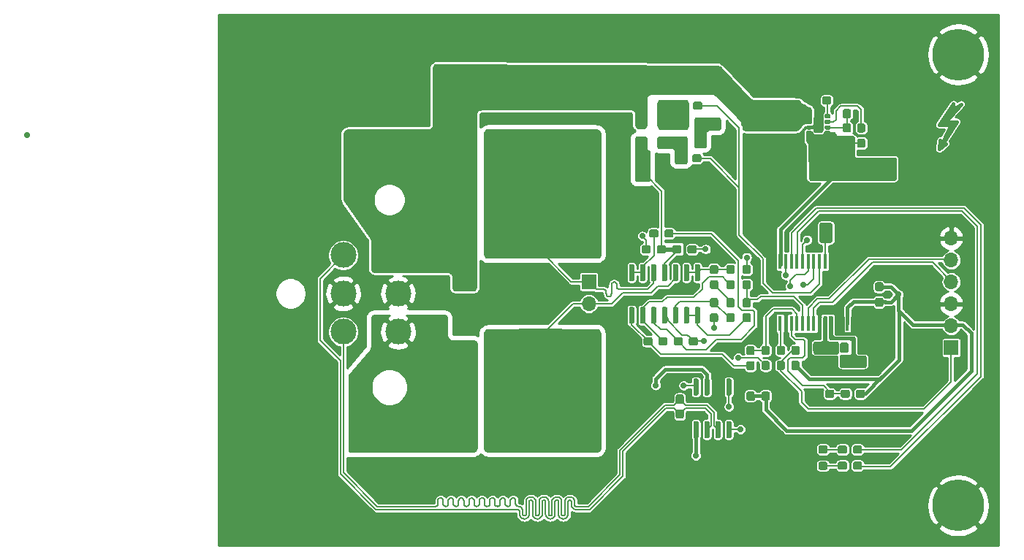
<source format=gbr>
G04 #@! TF.GenerationSoftware,KiCad,Pcbnew,(5.1.2)-2*
G04 #@! TF.CreationDate,2020-01-18T23:38:28-05:00*
G04 #@! TF.ProjectId,PowerSenseModule,506f7765-7253-4656-9e73-654d6f64756c,1.0*
G04 #@! TF.SameCoordinates,Original*
G04 #@! TF.FileFunction,Copper,L1,Top*
G04 #@! TF.FilePolarity,Positive*
%FSLAX46Y46*%
G04 Gerber Fmt 4.6, Leading zero omitted, Abs format (unit mm)*
G04 Created by KiCad (PCBNEW (5.1.2)-2) date 2020-01-18 23:38:28*
%MOMM*%
%LPD*%
G04 APERTURE LIST*
%ADD10C,0.381000*%
%ADD11C,3.000000*%
%ADD12C,0.100000*%
%ADD13C,0.600000*%
%ADD14C,1.050000*%
%ADD15C,1.425000*%
%ADD16R,1.000000X1.000000*%
%ADD17C,0.950000*%
%ADD18C,3.200000*%
%ADD19R,2.300000X3.500000*%
%ADD20C,1.150000*%
%ADD21O,1.700000X1.700000*%
%ADD22R,1.700000X1.700000*%
%ADD23C,6.000000*%
%ADD24R,0.450000X1.750000*%
%ADD25C,1.100000*%
%ADD26C,0.500000*%
%ADD27C,1.650000*%
%ADD28C,1.500000*%
%ADD29C,0.700000*%
%ADD30C,0.200000*%
%ADD31C,0.450000*%
%ADD32C,0.254000*%
G04 APERTURE END LIST*
D10*
X193008000Y-74619000D02*
X192881000Y-74111000D01*
X194151000Y-72333000D02*
X193008000Y-74619000D01*
X192754000Y-72333000D02*
X194151000Y-72333000D01*
X194385000Y-69895000D02*
X192754000Y-72333000D01*
X194532000Y-70428000D02*
X194405000Y-69920000D01*
X195294000Y-69920000D02*
X194532000Y-70428000D01*
X193516000Y-71952000D02*
X195294000Y-69920000D01*
X194786000Y-71952000D02*
X193516000Y-71952000D01*
X193008000Y-74746000D02*
X194786000Y-71952000D01*
X193516000Y-74492000D02*
X193008000Y-74746000D01*
X192754000Y-75127000D02*
X193516000Y-74492000D01*
X192881000Y-74111000D02*
X192754000Y-75127000D01*
X193135000Y-72206000D02*
X194405000Y-72206000D01*
X194532000Y-70301000D02*
X193135000Y-72206000D01*
D11*
X130080000Y-96330000D03*
X123730000Y-96330000D03*
X130080000Y-91885000D03*
X123730000Y-91885000D03*
X130080000Y-87440000D03*
X123730000Y-87440000D03*
D12*
G36*
X164909703Y-93445722D02*
G01*
X164924264Y-93447882D01*
X164938543Y-93451459D01*
X164952403Y-93456418D01*
X164965710Y-93462712D01*
X164978336Y-93470280D01*
X164990159Y-93479048D01*
X165001066Y-93488934D01*
X165010952Y-93499841D01*
X165019720Y-93511664D01*
X165027288Y-93524290D01*
X165033582Y-93537597D01*
X165038541Y-93551457D01*
X165042118Y-93565736D01*
X165044278Y-93580297D01*
X165045000Y-93595000D01*
X165045000Y-95245000D01*
X165044278Y-95259703D01*
X165042118Y-95274264D01*
X165038541Y-95288543D01*
X165033582Y-95302403D01*
X165027288Y-95315710D01*
X165019720Y-95328336D01*
X165010952Y-95340159D01*
X165001066Y-95351066D01*
X164990159Y-95360952D01*
X164978336Y-95369720D01*
X164965710Y-95377288D01*
X164952403Y-95383582D01*
X164938543Y-95388541D01*
X164924264Y-95392118D01*
X164909703Y-95394278D01*
X164895000Y-95395000D01*
X164595000Y-95395000D01*
X164580297Y-95394278D01*
X164565736Y-95392118D01*
X164551457Y-95388541D01*
X164537597Y-95383582D01*
X164524290Y-95377288D01*
X164511664Y-95369720D01*
X164499841Y-95360952D01*
X164488934Y-95351066D01*
X164479048Y-95340159D01*
X164470280Y-95328336D01*
X164462712Y-95315710D01*
X164456418Y-95302403D01*
X164451459Y-95288543D01*
X164447882Y-95274264D01*
X164445722Y-95259703D01*
X164445000Y-95245000D01*
X164445000Y-93595000D01*
X164445722Y-93580297D01*
X164447882Y-93565736D01*
X164451459Y-93551457D01*
X164456418Y-93537597D01*
X164462712Y-93524290D01*
X164470280Y-93511664D01*
X164479048Y-93499841D01*
X164488934Y-93488934D01*
X164499841Y-93479048D01*
X164511664Y-93470280D01*
X164524290Y-93462712D01*
X164537597Y-93456418D01*
X164551457Y-93451459D01*
X164565736Y-93447882D01*
X164580297Y-93445722D01*
X164595000Y-93445000D01*
X164895000Y-93445000D01*
X164909703Y-93445722D01*
X164909703Y-93445722D01*
G37*
D13*
X164745000Y-94420000D03*
D12*
G36*
X163639703Y-93445722D02*
G01*
X163654264Y-93447882D01*
X163668543Y-93451459D01*
X163682403Y-93456418D01*
X163695710Y-93462712D01*
X163708336Y-93470280D01*
X163720159Y-93479048D01*
X163731066Y-93488934D01*
X163740952Y-93499841D01*
X163749720Y-93511664D01*
X163757288Y-93524290D01*
X163763582Y-93537597D01*
X163768541Y-93551457D01*
X163772118Y-93565736D01*
X163774278Y-93580297D01*
X163775000Y-93595000D01*
X163775000Y-95245000D01*
X163774278Y-95259703D01*
X163772118Y-95274264D01*
X163768541Y-95288543D01*
X163763582Y-95302403D01*
X163757288Y-95315710D01*
X163749720Y-95328336D01*
X163740952Y-95340159D01*
X163731066Y-95351066D01*
X163720159Y-95360952D01*
X163708336Y-95369720D01*
X163695710Y-95377288D01*
X163682403Y-95383582D01*
X163668543Y-95388541D01*
X163654264Y-95392118D01*
X163639703Y-95394278D01*
X163625000Y-95395000D01*
X163325000Y-95395000D01*
X163310297Y-95394278D01*
X163295736Y-95392118D01*
X163281457Y-95388541D01*
X163267597Y-95383582D01*
X163254290Y-95377288D01*
X163241664Y-95369720D01*
X163229841Y-95360952D01*
X163218934Y-95351066D01*
X163209048Y-95340159D01*
X163200280Y-95328336D01*
X163192712Y-95315710D01*
X163186418Y-95302403D01*
X163181459Y-95288543D01*
X163177882Y-95274264D01*
X163175722Y-95259703D01*
X163175000Y-95245000D01*
X163175000Y-93595000D01*
X163175722Y-93580297D01*
X163177882Y-93565736D01*
X163181459Y-93551457D01*
X163186418Y-93537597D01*
X163192712Y-93524290D01*
X163200280Y-93511664D01*
X163209048Y-93499841D01*
X163218934Y-93488934D01*
X163229841Y-93479048D01*
X163241664Y-93470280D01*
X163254290Y-93462712D01*
X163267597Y-93456418D01*
X163281457Y-93451459D01*
X163295736Y-93447882D01*
X163310297Y-93445722D01*
X163325000Y-93445000D01*
X163625000Y-93445000D01*
X163639703Y-93445722D01*
X163639703Y-93445722D01*
G37*
D13*
X163475000Y-94420000D03*
D12*
G36*
X162369703Y-93445722D02*
G01*
X162384264Y-93447882D01*
X162398543Y-93451459D01*
X162412403Y-93456418D01*
X162425710Y-93462712D01*
X162438336Y-93470280D01*
X162450159Y-93479048D01*
X162461066Y-93488934D01*
X162470952Y-93499841D01*
X162479720Y-93511664D01*
X162487288Y-93524290D01*
X162493582Y-93537597D01*
X162498541Y-93551457D01*
X162502118Y-93565736D01*
X162504278Y-93580297D01*
X162505000Y-93595000D01*
X162505000Y-95245000D01*
X162504278Y-95259703D01*
X162502118Y-95274264D01*
X162498541Y-95288543D01*
X162493582Y-95302403D01*
X162487288Y-95315710D01*
X162479720Y-95328336D01*
X162470952Y-95340159D01*
X162461066Y-95351066D01*
X162450159Y-95360952D01*
X162438336Y-95369720D01*
X162425710Y-95377288D01*
X162412403Y-95383582D01*
X162398543Y-95388541D01*
X162384264Y-95392118D01*
X162369703Y-95394278D01*
X162355000Y-95395000D01*
X162055000Y-95395000D01*
X162040297Y-95394278D01*
X162025736Y-95392118D01*
X162011457Y-95388541D01*
X161997597Y-95383582D01*
X161984290Y-95377288D01*
X161971664Y-95369720D01*
X161959841Y-95360952D01*
X161948934Y-95351066D01*
X161939048Y-95340159D01*
X161930280Y-95328336D01*
X161922712Y-95315710D01*
X161916418Y-95302403D01*
X161911459Y-95288543D01*
X161907882Y-95274264D01*
X161905722Y-95259703D01*
X161905000Y-95245000D01*
X161905000Y-93595000D01*
X161905722Y-93580297D01*
X161907882Y-93565736D01*
X161911459Y-93551457D01*
X161916418Y-93537597D01*
X161922712Y-93524290D01*
X161930280Y-93511664D01*
X161939048Y-93499841D01*
X161948934Y-93488934D01*
X161959841Y-93479048D01*
X161971664Y-93470280D01*
X161984290Y-93462712D01*
X161997597Y-93456418D01*
X162011457Y-93451459D01*
X162025736Y-93447882D01*
X162040297Y-93445722D01*
X162055000Y-93445000D01*
X162355000Y-93445000D01*
X162369703Y-93445722D01*
X162369703Y-93445722D01*
G37*
D13*
X162205000Y-94420000D03*
D12*
G36*
X161099703Y-93445722D02*
G01*
X161114264Y-93447882D01*
X161128543Y-93451459D01*
X161142403Y-93456418D01*
X161155710Y-93462712D01*
X161168336Y-93470280D01*
X161180159Y-93479048D01*
X161191066Y-93488934D01*
X161200952Y-93499841D01*
X161209720Y-93511664D01*
X161217288Y-93524290D01*
X161223582Y-93537597D01*
X161228541Y-93551457D01*
X161232118Y-93565736D01*
X161234278Y-93580297D01*
X161235000Y-93595000D01*
X161235000Y-95245000D01*
X161234278Y-95259703D01*
X161232118Y-95274264D01*
X161228541Y-95288543D01*
X161223582Y-95302403D01*
X161217288Y-95315710D01*
X161209720Y-95328336D01*
X161200952Y-95340159D01*
X161191066Y-95351066D01*
X161180159Y-95360952D01*
X161168336Y-95369720D01*
X161155710Y-95377288D01*
X161142403Y-95383582D01*
X161128543Y-95388541D01*
X161114264Y-95392118D01*
X161099703Y-95394278D01*
X161085000Y-95395000D01*
X160785000Y-95395000D01*
X160770297Y-95394278D01*
X160755736Y-95392118D01*
X160741457Y-95388541D01*
X160727597Y-95383582D01*
X160714290Y-95377288D01*
X160701664Y-95369720D01*
X160689841Y-95360952D01*
X160678934Y-95351066D01*
X160669048Y-95340159D01*
X160660280Y-95328336D01*
X160652712Y-95315710D01*
X160646418Y-95302403D01*
X160641459Y-95288543D01*
X160637882Y-95274264D01*
X160635722Y-95259703D01*
X160635000Y-95245000D01*
X160635000Y-93595000D01*
X160635722Y-93580297D01*
X160637882Y-93565736D01*
X160641459Y-93551457D01*
X160646418Y-93537597D01*
X160652712Y-93524290D01*
X160660280Y-93511664D01*
X160669048Y-93499841D01*
X160678934Y-93488934D01*
X160689841Y-93479048D01*
X160701664Y-93470280D01*
X160714290Y-93462712D01*
X160727597Y-93456418D01*
X160741457Y-93451459D01*
X160755736Y-93447882D01*
X160770297Y-93445722D01*
X160785000Y-93445000D01*
X161085000Y-93445000D01*
X161099703Y-93445722D01*
X161099703Y-93445722D01*
G37*
D13*
X160935000Y-94420000D03*
D12*
G36*
X159829703Y-93445722D02*
G01*
X159844264Y-93447882D01*
X159858543Y-93451459D01*
X159872403Y-93456418D01*
X159885710Y-93462712D01*
X159898336Y-93470280D01*
X159910159Y-93479048D01*
X159921066Y-93488934D01*
X159930952Y-93499841D01*
X159939720Y-93511664D01*
X159947288Y-93524290D01*
X159953582Y-93537597D01*
X159958541Y-93551457D01*
X159962118Y-93565736D01*
X159964278Y-93580297D01*
X159965000Y-93595000D01*
X159965000Y-95245000D01*
X159964278Y-95259703D01*
X159962118Y-95274264D01*
X159958541Y-95288543D01*
X159953582Y-95302403D01*
X159947288Y-95315710D01*
X159939720Y-95328336D01*
X159930952Y-95340159D01*
X159921066Y-95351066D01*
X159910159Y-95360952D01*
X159898336Y-95369720D01*
X159885710Y-95377288D01*
X159872403Y-95383582D01*
X159858543Y-95388541D01*
X159844264Y-95392118D01*
X159829703Y-95394278D01*
X159815000Y-95395000D01*
X159515000Y-95395000D01*
X159500297Y-95394278D01*
X159485736Y-95392118D01*
X159471457Y-95388541D01*
X159457597Y-95383582D01*
X159444290Y-95377288D01*
X159431664Y-95369720D01*
X159419841Y-95360952D01*
X159408934Y-95351066D01*
X159399048Y-95340159D01*
X159390280Y-95328336D01*
X159382712Y-95315710D01*
X159376418Y-95302403D01*
X159371459Y-95288543D01*
X159367882Y-95274264D01*
X159365722Y-95259703D01*
X159365000Y-95245000D01*
X159365000Y-93595000D01*
X159365722Y-93580297D01*
X159367882Y-93565736D01*
X159371459Y-93551457D01*
X159376418Y-93537597D01*
X159382712Y-93524290D01*
X159390280Y-93511664D01*
X159399048Y-93499841D01*
X159408934Y-93488934D01*
X159419841Y-93479048D01*
X159431664Y-93470280D01*
X159444290Y-93462712D01*
X159457597Y-93456418D01*
X159471457Y-93451459D01*
X159485736Y-93447882D01*
X159500297Y-93445722D01*
X159515000Y-93445000D01*
X159815000Y-93445000D01*
X159829703Y-93445722D01*
X159829703Y-93445722D01*
G37*
D13*
X159665000Y-94420000D03*
D12*
G36*
X158559703Y-93445722D02*
G01*
X158574264Y-93447882D01*
X158588543Y-93451459D01*
X158602403Y-93456418D01*
X158615710Y-93462712D01*
X158628336Y-93470280D01*
X158640159Y-93479048D01*
X158651066Y-93488934D01*
X158660952Y-93499841D01*
X158669720Y-93511664D01*
X158677288Y-93524290D01*
X158683582Y-93537597D01*
X158688541Y-93551457D01*
X158692118Y-93565736D01*
X158694278Y-93580297D01*
X158695000Y-93595000D01*
X158695000Y-95245000D01*
X158694278Y-95259703D01*
X158692118Y-95274264D01*
X158688541Y-95288543D01*
X158683582Y-95302403D01*
X158677288Y-95315710D01*
X158669720Y-95328336D01*
X158660952Y-95340159D01*
X158651066Y-95351066D01*
X158640159Y-95360952D01*
X158628336Y-95369720D01*
X158615710Y-95377288D01*
X158602403Y-95383582D01*
X158588543Y-95388541D01*
X158574264Y-95392118D01*
X158559703Y-95394278D01*
X158545000Y-95395000D01*
X158245000Y-95395000D01*
X158230297Y-95394278D01*
X158215736Y-95392118D01*
X158201457Y-95388541D01*
X158187597Y-95383582D01*
X158174290Y-95377288D01*
X158161664Y-95369720D01*
X158149841Y-95360952D01*
X158138934Y-95351066D01*
X158129048Y-95340159D01*
X158120280Y-95328336D01*
X158112712Y-95315710D01*
X158106418Y-95302403D01*
X158101459Y-95288543D01*
X158097882Y-95274264D01*
X158095722Y-95259703D01*
X158095000Y-95245000D01*
X158095000Y-93595000D01*
X158095722Y-93580297D01*
X158097882Y-93565736D01*
X158101459Y-93551457D01*
X158106418Y-93537597D01*
X158112712Y-93524290D01*
X158120280Y-93511664D01*
X158129048Y-93499841D01*
X158138934Y-93488934D01*
X158149841Y-93479048D01*
X158161664Y-93470280D01*
X158174290Y-93462712D01*
X158187597Y-93456418D01*
X158201457Y-93451459D01*
X158215736Y-93447882D01*
X158230297Y-93445722D01*
X158245000Y-93445000D01*
X158545000Y-93445000D01*
X158559703Y-93445722D01*
X158559703Y-93445722D01*
G37*
D13*
X158395000Y-94420000D03*
D12*
G36*
X157289703Y-93445722D02*
G01*
X157304264Y-93447882D01*
X157318543Y-93451459D01*
X157332403Y-93456418D01*
X157345710Y-93462712D01*
X157358336Y-93470280D01*
X157370159Y-93479048D01*
X157381066Y-93488934D01*
X157390952Y-93499841D01*
X157399720Y-93511664D01*
X157407288Y-93524290D01*
X157413582Y-93537597D01*
X157418541Y-93551457D01*
X157422118Y-93565736D01*
X157424278Y-93580297D01*
X157425000Y-93595000D01*
X157425000Y-95245000D01*
X157424278Y-95259703D01*
X157422118Y-95274264D01*
X157418541Y-95288543D01*
X157413582Y-95302403D01*
X157407288Y-95315710D01*
X157399720Y-95328336D01*
X157390952Y-95340159D01*
X157381066Y-95351066D01*
X157370159Y-95360952D01*
X157358336Y-95369720D01*
X157345710Y-95377288D01*
X157332403Y-95383582D01*
X157318543Y-95388541D01*
X157304264Y-95392118D01*
X157289703Y-95394278D01*
X157275000Y-95395000D01*
X156975000Y-95395000D01*
X156960297Y-95394278D01*
X156945736Y-95392118D01*
X156931457Y-95388541D01*
X156917597Y-95383582D01*
X156904290Y-95377288D01*
X156891664Y-95369720D01*
X156879841Y-95360952D01*
X156868934Y-95351066D01*
X156859048Y-95340159D01*
X156850280Y-95328336D01*
X156842712Y-95315710D01*
X156836418Y-95302403D01*
X156831459Y-95288543D01*
X156827882Y-95274264D01*
X156825722Y-95259703D01*
X156825000Y-95245000D01*
X156825000Y-93595000D01*
X156825722Y-93580297D01*
X156827882Y-93565736D01*
X156831459Y-93551457D01*
X156836418Y-93537597D01*
X156842712Y-93524290D01*
X156850280Y-93511664D01*
X156859048Y-93499841D01*
X156868934Y-93488934D01*
X156879841Y-93479048D01*
X156891664Y-93470280D01*
X156904290Y-93462712D01*
X156917597Y-93456418D01*
X156931457Y-93451459D01*
X156945736Y-93447882D01*
X156960297Y-93445722D01*
X156975000Y-93445000D01*
X157275000Y-93445000D01*
X157289703Y-93445722D01*
X157289703Y-93445722D01*
G37*
D13*
X157125000Y-94420000D03*
D12*
G36*
X157289703Y-88495722D02*
G01*
X157304264Y-88497882D01*
X157318543Y-88501459D01*
X157332403Y-88506418D01*
X157345710Y-88512712D01*
X157358336Y-88520280D01*
X157370159Y-88529048D01*
X157381066Y-88538934D01*
X157390952Y-88549841D01*
X157399720Y-88561664D01*
X157407288Y-88574290D01*
X157413582Y-88587597D01*
X157418541Y-88601457D01*
X157422118Y-88615736D01*
X157424278Y-88630297D01*
X157425000Y-88645000D01*
X157425000Y-90295000D01*
X157424278Y-90309703D01*
X157422118Y-90324264D01*
X157418541Y-90338543D01*
X157413582Y-90352403D01*
X157407288Y-90365710D01*
X157399720Y-90378336D01*
X157390952Y-90390159D01*
X157381066Y-90401066D01*
X157370159Y-90410952D01*
X157358336Y-90419720D01*
X157345710Y-90427288D01*
X157332403Y-90433582D01*
X157318543Y-90438541D01*
X157304264Y-90442118D01*
X157289703Y-90444278D01*
X157275000Y-90445000D01*
X156975000Y-90445000D01*
X156960297Y-90444278D01*
X156945736Y-90442118D01*
X156931457Y-90438541D01*
X156917597Y-90433582D01*
X156904290Y-90427288D01*
X156891664Y-90419720D01*
X156879841Y-90410952D01*
X156868934Y-90401066D01*
X156859048Y-90390159D01*
X156850280Y-90378336D01*
X156842712Y-90365710D01*
X156836418Y-90352403D01*
X156831459Y-90338543D01*
X156827882Y-90324264D01*
X156825722Y-90309703D01*
X156825000Y-90295000D01*
X156825000Y-88645000D01*
X156825722Y-88630297D01*
X156827882Y-88615736D01*
X156831459Y-88601457D01*
X156836418Y-88587597D01*
X156842712Y-88574290D01*
X156850280Y-88561664D01*
X156859048Y-88549841D01*
X156868934Y-88538934D01*
X156879841Y-88529048D01*
X156891664Y-88520280D01*
X156904290Y-88512712D01*
X156917597Y-88506418D01*
X156931457Y-88501459D01*
X156945736Y-88497882D01*
X156960297Y-88495722D01*
X156975000Y-88495000D01*
X157275000Y-88495000D01*
X157289703Y-88495722D01*
X157289703Y-88495722D01*
G37*
D13*
X157125000Y-89470000D03*
D12*
G36*
X158559703Y-88495722D02*
G01*
X158574264Y-88497882D01*
X158588543Y-88501459D01*
X158602403Y-88506418D01*
X158615710Y-88512712D01*
X158628336Y-88520280D01*
X158640159Y-88529048D01*
X158651066Y-88538934D01*
X158660952Y-88549841D01*
X158669720Y-88561664D01*
X158677288Y-88574290D01*
X158683582Y-88587597D01*
X158688541Y-88601457D01*
X158692118Y-88615736D01*
X158694278Y-88630297D01*
X158695000Y-88645000D01*
X158695000Y-90295000D01*
X158694278Y-90309703D01*
X158692118Y-90324264D01*
X158688541Y-90338543D01*
X158683582Y-90352403D01*
X158677288Y-90365710D01*
X158669720Y-90378336D01*
X158660952Y-90390159D01*
X158651066Y-90401066D01*
X158640159Y-90410952D01*
X158628336Y-90419720D01*
X158615710Y-90427288D01*
X158602403Y-90433582D01*
X158588543Y-90438541D01*
X158574264Y-90442118D01*
X158559703Y-90444278D01*
X158545000Y-90445000D01*
X158245000Y-90445000D01*
X158230297Y-90444278D01*
X158215736Y-90442118D01*
X158201457Y-90438541D01*
X158187597Y-90433582D01*
X158174290Y-90427288D01*
X158161664Y-90419720D01*
X158149841Y-90410952D01*
X158138934Y-90401066D01*
X158129048Y-90390159D01*
X158120280Y-90378336D01*
X158112712Y-90365710D01*
X158106418Y-90352403D01*
X158101459Y-90338543D01*
X158097882Y-90324264D01*
X158095722Y-90309703D01*
X158095000Y-90295000D01*
X158095000Y-88645000D01*
X158095722Y-88630297D01*
X158097882Y-88615736D01*
X158101459Y-88601457D01*
X158106418Y-88587597D01*
X158112712Y-88574290D01*
X158120280Y-88561664D01*
X158129048Y-88549841D01*
X158138934Y-88538934D01*
X158149841Y-88529048D01*
X158161664Y-88520280D01*
X158174290Y-88512712D01*
X158187597Y-88506418D01*
X158201457Y-88501459D01*
X158215736Y-88497882D01*
X158230297Y-88495722D01*
X158245000Y-88495000D01*
X158545000Y-88495000D01*
X158559703Y-88495722D01*
X158559703Y-88495722D01*
G37*
D13*
X158395000Y-89470000D03*
D12*
G36*
X159829703Y-88495722D02*
G01*
X159844264Y-88497882D01*
X159858543Y-88501459D01*
X159872403Y-88506418D01*
X159885710Y-88512712D01*
X159898336Y-88520280D01*
X159910159Y-88529048D01*
X159921066Y-88538934D01*
X159930952Y-88549841D01*
X159939720Y-88561664D01*
X159947288Y-88574290D01*
X159953582Y-88587597D01*
X159958541Y-88601457D01*
X159962118Y-88615736D01*
X159964278Y-88630297D01*
X159965000Y-88645000D01*
X159965000Y-90295000D01*
X159964278Y-90309703D01*
X159962118Y-90324264D01*
X159958541Y-90338543D01*
X159953582Y-90352403D01*
X159947288Y-90365710D01*
X159939720Y-90378336D01*
X159930952Y-90390159D01*
X159921066Y-90401066D01*
X159910159Y-90410952D01*
X159898336Y-90419720D01*
X159885710Y-90427288D01*
X159872403Y-90433582D01*
X159858543Y-90438541D01*
X159844264Y-90442118D01*
X159829703Y-90444278D01*
X159815000Y-90445000D01*
X159515000Y-90445000D01*
X159500297Y-90444278D01*
X159485736Y-90442118D01*
X159471457Y-90438541D01*
X159457597Y-90433582D01*
X159444290Y-90427288D01*
X159431664Y-90419720D01*
X159419841Y-90410952D01*
X159408934Y-90401066D01*
X159399048Y-90390159D01*
X159390280Y-90378336D01*
X159382712Y-90365710D01*
X159376418Y-90352403D01*
X159371459Y-90338543D01*
X159367882Y-90324264D01*
X159365722Y-90309703D01*
X159365000Y-90295000D01*
X159365000Y-88645000D01*
X159365722Y-88630297D01*
X159367882Y-88615736D01*
X159371459Y-88601457D01*
X159376418Y-88587597D01*
X159382712Y-88574290D01*
X159390280Y-88561664D01*
X159399048Y-88549841D01*
X159408934Y-88538934D01*
X159419841Y-88529048D01*
X159431664Y-88520280D01*
X159444290Y-88512712D01*
X159457597Y-88506418D01*
X159471457Y-88501459D01*
X159485736Y-88497882D01*
X159500297Y-88495722D01*
X159515000Y-88495000D01*
X159815000Y-88495000D01*
X159829703Y-88495722D01*
X159829703Y-88495722D01*
G37*
D13*
X159665000Y-89470000D03*
D12*
G36*
X161099703Y-88495722D02*
G01*
X161114264Y-88497882D01*
X161128543Y-88501459D01*
X161142403Y-88506418D01*
X161155710Y-88512712D01*
X161168336Y-88520280D01*
X161180159Y-88529048D01*
X161191066Y-88538934D01*
X161200952Y-88549841D01*
X161209720Y-88561664D01*
X161217288Y-88574290D01*
X161223582Y-88587597D01*
X161228541Y-88601457D01*
X161232118Y-88615736D01*
X161234278Y-88630297D01*
X161235000Y-88645000D01*
X161235000Y-90295000D01*
X161234278Y-90309703D01*
X161232118Y-90324264D01*
X161228541Y-90338543D01*
X161223582Y-90352403D01*
X161217288Y-90365710D01*
X161209720Y-90378336D01*
X161200952Y-90390159D01*
X161191066Y-90401066D01*
X161180159Y-90410952D01*
X161168336Y-90419720D01*
X161155710Y-90427288D01*
X161142403Y-90433582D01*
X161128543Y-90438541D01*
X161114264Y-90442118D01*
X161099703Y-90444278D01*
X161085000Y-90445000D01*
X160785000Y-90445000D01*
X160770297Y-90444278D01*
X160755736Y-90442118D01*
X160741457Y-90438541D01*
X160727597Y-90433582D01*
X160714290Y-90427288D01*
X160701664Y-90419720D01*
X160689841Y-90410952D01*
X160678934Y-90401066D01*
X160669048Y-90390159D01*
X160660280Y-90378336D01*
X160652712Y-90365710D01*
X160646418Y-90352403D01*
X160641459Y-90338543D01*
X160637882Y-90324264D01*
X160635722Y-90309703D01*
X160635000Y-90295000D01*
X160635000Y-88645000D01*
X160635722Y-88630297D01*
X160637882Y-88615736D01*
X160641459Y-88601457D01*
X160646418Y-88587597D01*
X160652712Y-88574290D01*
X160660280Y-88561664D01*
X160669048Y-88549841D01*
X160678934Y-88538934D01*
X160689841Y-88529048D01*
X160701664Y-88520280D01*
X160714290Y-88512712D01*
X160727597Y-88506418D01*
X160741457Y-88501459D01*
X160755736Y-88497882D01*
X160770297Y-88495722D01*
X160785000Y-88495000D01*
X161085000Y-88495000D01*
X161099703Y-88495722D01*
X161099703Y-88495722D01*
G37*
D13*
X160935000Y-89470000D03*
D12*
G36*
X162369703Y-88495722D02*
G01*
X162384264Y-88497882D01*
X162398543Y-88501459D01*
X162412403Y-88506418D01*
X162425710Y-88512712D01*
X162438336Y-88520280D01*
X162450159Y-88529048D01*
X162461066Y-88538934D01*
X162470952Y-88549841D01*
X162479720Y-88561664D01*
X162487288Y-88574290D01*
X162493582Y-88587597D01*
X162498541Y-88601457D01*
X162502118Y-88615736D01*
X162504278Y-88630297D01*
X162505000Y-88645000D01*
X162505000Y-90295000D01*
X162504278Y-90309703D01*
X162502118Y-90324264D01*
X162498541Y-90338543D01*
X162493582Y-90352403D01*
X162487288Y-90365710D01*
X162479720Y-90378336D01*
X162470952Y-90390159D01*
X162461066Y-90401066D01*
X162450159Y-90410952D01*
X162438336Y-90419720D01*
X162425710Y-90427288D01*
X162412403Y-90433582D01*
X162398543Y-90438541D01*
X162384264Y-90442118D01*
X162369703Y-90444278D01*
X162355000Y-90445000D01*
X162055000Y-90445000D01*
X162040297Y-90444278D01*
X162025736Y-90442118D01*
X162011457Y-90438541D01*
X161997597Y-90433582D01*
X161984290Y-90427288D01*
X161971664Y-90419720D01*
X161959841Y-90410952D01*
X161948934Y-90401066D01*
X161939048Y-90390159D01*
X161930280Y-90378336D01*
X161922712Y-90365710D01*
X161916418Y-90352403D01*
X161911459Y-90338543D01*
X161907882Y-90324264D01*
X161905722Y-90309703D01*
X161905000Y-90295000D01*
X161905000Y-88645000D01*
X161905722Y-88630297D01*
X161907882Y-88615736D01*
X161911459Y-88601457D01*
X161916418Y-88587597D01*
X161922712Y-88574290D01*
X161930280Y-88561664D01*
X161939048Y-88549841D01*
X161948934Y-88538934D01*
X161959841Y-88529048D01*
X161971664Y-88520280D01*
X161984290Y-88512712D01*
X161997597Y-88506418D01*
X162011457Y-88501459D01*
X162025736Y-88497882D01*
X162040297Y-88495722D01*
X162055000Y-88495000D01*
X162355000Y-88495000D01*
X162369703Y-88495722D01*
X162369703Y-88495722D01*
G37*
D13*
X162205000Y-89470000D03*
D12*
G36*
X163639703Y-88495722D02*
G01*
X163654264Y-88497882D01*
X163668543Y-88501459D01*
X163682403Y-88506418D01*
X163695710Y-88512712D01*
X163708336Y-88520280D01*
X163720159Y-88529048D01*
X163731066Y-88538934D01*
X163740952Y-88549841D01*
X163749720Y-88561664D01*
X163757288Y-88574290D01*
X163763582Y-88587597D01*
X163768541Y-88601457D01*
X163772118Y-88615736D01*
X163774278Y-88630297D01*
X163775000Y-88645000D01*
X163775000Y-90295000D01*
X163774278Y-90309703D01*
X163772118Y-90324264D01*
X163768541Y-90338543D01*
X163763582Y-90352403D01*
X163757288Y-90365710D01*
X163749720Y-90378336D01*
X163740952Y-90390159D01*
X163731066Y-90401066D01*
X163720159Y-90410952D01*
X163708336Y-90419720D01*
X163695710Y-90427288D01*
X163682403Y-90433582D01*
X163668543Y-90438541D01*
X163654264Y-90442118D01*
X163639703Y-90444278D01*
X163625000Y-90445000D01*
X163325000Y-90445000D01*
X163310297Y-90444278D01*
X163295736Y-90442118D01*
X163281457Y-90438541D01*
X163267597Y-90433582D01*
X163254290Y-90427288D01*
X163241664Y-90419720D01*
X163229841Y-90410952D01*
X163218934Y-90401066D01*
X163209048Y-90390159D01*
X163200280Y-90378336D01*
X163192712Y-90365710D01*
X163186418Y-90352403D01*
X163181459Y-90338543D01*
X163177882Y-90324264D01*
X163175722Y-90309703D01*
X163175000Y-90295000D01*
X163175000Y-88645000D01*
X163175722Y-88630297D01*
X163177882Y-88615736D01*
X163181459Y-88601457D01*
X163186418Y-88587597D01*
X163192712Y-88574290D01*
X163200280Y-88561664D01*
X163209048Y-88549841D01*
X163218934Y-88538934D01*
X163229841Y-88529048D01*
X163241664Y-88520280D01*
X163254290Y-88512712D01*
X163267597Y-88506418D01*
X163281457Y-88501459D01*
X163295736Y-88497882D01*
X163310297Y-88495722D01*
X163325000Y-88495000D01*
X163625000Y-88495000D01*
X163639703Y-88495722D01*
X163639703Y-88495722D01*
G37*
D13*
X163475000Y-89470000D03*
D12*
G36*
X164909703Y-88495722D02*
G01*
X164924264Y-88497882D01*
X164938543Y-88501459D01*
X164952403Y-88506418D01*
X164965710Y-88512712D01*
X164978336Y-88520280D01*
X164990159Y-88529048D01*
X165001066Y-88538934D01*
X165010952Y-88549841D01*
X165019720Y-88561664D01*
X165027288Y-88574290D01*
X165033582Y-88587597D01*
X165038541Y-88601457D01*
X165042118Y-88615736D01*
X165044278Y-88630297D01*
X165045000Y-88645000D01*
X165045000Y-90295000D01*
X165044278Y-90309703D01*
X165042118Y-90324264D01*
X165038541Y-90338543D01*
X165033582Y-90352403D01*
X165027288Y-90365710D01*
X165019720Y-90378336D01*
X165010952Y-90390159D01*
X165001066Y-90401066D01*
X164990159Y-90410952D01*
X164978336Y-90419720D01*
X164965710Y-90427288D01*
X164952403Y-90433582D01*
X164938543Y-90438541D01*
X164924264Y-90442118D01*
X164909703Y-90444278D01*
X164895000Y-90445000D01*
X164595000Y-90445000D01*
X164580297Y-90444278D01*
X164565736Y-90442118D01*
X164551457Y-90438541D01*
X164537597Y-90433582D01*
X164524290Y-90427288D01*
X164511664Y-90419720D01*
X164499841Y-90410952D01*
X164488934Y-90401066D01*
X164479048Y-90390159D01*
X164470280Y-90378336D01*
X164462712Y-90365710D01*
X164456418Y-90352403D01*
X164451459Y-90338543D01*
X164447882Y-90324264D01*
X164445722Y-90309703D01*
X164445000Y-90295000D01*
X164445000Y-88645000D01*
X164445722Y-88630297D01*
X164447882Y-88615736D01*
X164451459Y-88601457D01*
X164456418Y-88587597D01*
X164462712Y-88574290D01*
X164470280Y-88561664D01*
X164479048Y-88549841D01*
X164488934Y-88538934D01*
X164499841Y-88529048D01*
X164511664Y-88520280D01*
X164524290Y-88512712D01*
X164537597Y-88506418D01*
X164551457Y-88501459D01*
X164565736Y-88497882D01*
X164580297Y-88495722D01*
X164595000Y-88495000D01*
X164895000Y-88495000D01*
X164909703Y-88495722D01*
X164909703Y-88495722D01*
G37*
D13*
X164745000Y-89470000D03*
D12*
G36*
X180798229Y-99246264D02*
G01*
X180823711Y-99250044D01*
X180848700Y-99256303D01*
X180872954Y-99264982D01*
X180896242Y-99275996D01*
X180918337Y-99289239D01*
X180939028Y-99304585D01*
X180958116Y-99321884D01*
X180975415Y-99340972D01*
X180990761Y-99361663D01*
X181004004Y-99383758D01*
X181015018Y-99407046D01*
X181023697Y-99431300D01*
X181029956Y-99456289D01*
X181033736Y-99481771D01*
X181035000Y-99507500D01*
X181035000Y-100132500D01*
X181033736Y-100158229D01*
X181029956Y-100183711D01*
X181023697Y-100208700D01*
X181015018Y-100232954D01*
X181004004Y-100256242D01*
X180990761Y-100278337D01*
X180975415Y-100299028D01*
X180958116Y-100318116D01*
X180939028Y-100335415D01*
X180918337Y-100350761D01*
X180896242Y-100364004D01*
X180872954Y-100375018D01*
X180848700Y-100383697D01*
X180823711Y-100389956D01*
X180798229Y-100393736D01*
X180772500Y-100395000D01*
X180247500Y-100395000D01*
X180221771Y-100393736D01*
X180196289Y-100389956D01*
X180171300Y-100383697D01*
X180147046Y-100375018D01*
X180123758Y-100364004D01*
X180101663Y-100350761D01*
X180080972Y-100335415D01*
X180061884Y-100318116D01*
X180044585Y-100299028D01*
X180029239Y-100278337D01*
X180015996Y-100256242D01*
X180004982Y-100232954D01*
X179996303Y-100208700D01*
X179990044Y-100183711D01*
X179986264Y-100158229D01*
X179985000Y-100132500D01*
X179985000Y-99507500D01*
X179986264Y-99481771D01*
X179990044Y-99456289D01*
X179996303Y-99431300D01*
X180004982Y-99407046D01*
X180015996Y-99383758D01*
X180029239Y-99361663D01*
X180044585Y-99340972D01*
X180061884Y-99321884D01*
X180080972Y-99304585D01*
X180101663Y-99289239D01*
X180123758Y-99275996D01*
X180147046Y-99264982D01*
X180171300Y-99256303D01*
X180196289Y-99250044D01*
X180221771Y-99246264D01*
X180247500Y-99245000D01*
X180772500Y-99245000D01*
X180798229Y-99246264D01*
X180798229Y-99246264D01*
G37*
D14*
X180510000Y-99820000D03*
D12*
G36*
X180798229Y-97596264D02*
G01*
X180823711Y-97600044D01*
X180848700Y-97606303D01*
X180872954Y-97614982D01*
X180896242Y-97625996D01*
X180918337Y-97639239D01*
X180939028Y-97654585D01*
X180958116Y-97671884D01*
X180975415Y-97690972D01*
X180990761Y-97711663D01*
X181004004Y-97733758D01*
X181015018Y-97757046D01*
X181023697Y-97781300D01*
X181029956Y-97806289D01*
X181033736Y-97831771D01*
X181035000Y-97857500D01*
X181035000Y-98482500D01*
X181033736Y-98508229D01*
X181029956Y-98533711D01*
X181023697Y-98558700D01*
X181015018Y-98582954D01*
X181004004Y-98606242D01*
X180990761Y-98628337D01*
X180975415Y-98649028D01*
X180958116Y-98668116D01*
X180939028Y-98685415D01*
X180918337Y-98700761D01*
X180896242Y-98714004D01*
X180872954Y-98725018D01*
X180848700Y-98733697D01*
X180823711Y-98739956D01*
X180798229Y-98743736D01*
X180772500Y-98745000D01*
X180247500Y-98745000D01*
X180221771Y-98743736D01*
X180196289Y-98739956D01*
X180171300Y-98733697D01*
X180147046Y-98725018D01*
X180123758Y-98714004D01*
X180101663Y-98700761D01*
X180080972Y-98685415D01*
X180061884Y-98668116D01*
X180044585Y-98649028D01*
X180029239Y-98628337D01*
X180015996Y-98606242D01*
X180004982Y-98582954D01*
X179996303Y-98558700D01*
X179990044Y-98533711D01*
X179986264Y-98508229D01*
X179985000Y-98482500D01*
X179985000Y-97857500D01*
X179986264Y-97831771D01*
X179990044Y-97806289D01*
X179996303Y-97781300D01*
X180004982Y-97757046D01*
X180015996Y-97733758D01*
X180029239Y-97711663D01*
X180044585Y-97690972D01*
X180061884Y-97671884D01*
X180080972Y-97654585D01*
X180101663Y-97639239D01*
X180123758Y-97625996D01*
X180147046Y-97614982D01*
X180171300Y-97606303D01*
X180196289Y-97600044D01*
X180221771Y-97596264D01*
X180247500Y-97595000D01*
X180772500Y-97595000D01*
X180798229Y-97596264D01*
X180798229Y-97596264D01*
G37*
D14*
X180510000Y-98170000D03*
D12*
G36*
X182040229Y-97596264D02*
G01*
X182065711Y-97600044D01*
X182090700Y-97606303D01*
X182114954Y-97614982D01*
X182138242Y-97625996D01*
X182160337Y-97639239D01*
X182181028Y-97654585D01*
X182200116Y-97671884D01*
X182217415Y-97690972D01*
X182232761Y-97711663D01*
X182246004Y-97733758D01*
X182257018Y-97757046D01*
X182265697Y-97781300D01*
X182271956Y-97806289D01*
X182275736Y-97831771D01*
X182277000Y-97857500D01*
X182277000Y-98482500D01*
X182275736Y-98508229D01*
X182271956Y-98533711D01*
X182265697Y-98558700D01*
X182257018Y-98582954D01*
X182246004Y-98606242D01*
X182232761Y-98628337D01*
X182217415Y-98649028D01*
X182200116Y-98668116D01*
X182181028Y-98685415D01*
X182160337Y-98700761D01*
X182138242Y-98714004D01*
X182114954Y-98725018D01*
X182090700Y-98733697D01*
X182065711Y-98739956D01*
X182040229Y-98743736D01*
X182014500Y-98745000D01*
X181489500Y-98745000D01*
X181463771Y-98743736D01*
X181438289Y-98739956D01*
X181413300Y-98733697D01*
X181389046Y-98725018D01*
X181365758Y-98714004D01*
X181343663Y-98700761D01*
X181322972Y-98685415D01*
X181303884Y-98668116D01*
X181286585Y-98649028D01*
X181271239Y-98628337D01*
X181257996Y-98606242D01*
X181246982Y-98582954D01*
X181238303Y-98558700D01*
X181232044Y-98533711D01*
X181228264Y-98508229D01*
X181227000Y-98482500D01*
X181227000Y-97857500D01*
X181228264Y-97831771D01*
X181232044Y-97806289D01*
X181238303Y-97781300D01*
X181246982Y-97757046D01*
X181257996Y-97733758D01*
X181271239Y-97711663D01*
X181286585Y-97690972D01*
X181303884Y-97671884D01*
X181322972Y-97654585D01*
X181343663Y-97639239D01*
X181365758Y-97625996D01*
X181389046Y-97614982D01*
X181413300Y-97606303D01*
X181438289Y-97600044D01*
X181463771Y-97596264D01*
X181489500Y-97595000D01*
X182014500Y-97595000D01*
X182040229Y-97596264D01*
X182040229Y-97596264D01*
G37*
D14*
X181752000Y-98170000D03*
D12*
G36*
X182048229Y-99246264D02*
G01*
X182073711Y-99250044D01*
X182098700Y-99256303D01*
X182122954Y-99264982D01*
X182146242Y-99275996D01*
X182168337Y-99289239D01*
X182189028Y-99304585D01*
X182208116Y-99321884D01*
X182225415Y-99340972D01*
X182240761Y-99361663D01*
X182254004Y-99383758D01*
X182265018Y-99407046D01*
X182273697Y-99431300D01*
X182279956Y-99456289D01*
X182283736Y-99481771D01*
X182285000Y-99507500D01*
X182285000Y-100132500D01*
X182283736Y-100158229D01*
X182279956Y-100183711D01*
X182273697Y-100208700D01*
X182265018Y-100232954D01*
X182254004Y-100256242D01*
X182240761Y-100278337D01*
X182225415Y-100299028D01*
X182208116Y-100318116D01*
X182189028Y-100335415D01*
X182168337Y-100350761D01*
X182146242Y-100364004D01*
X182122954Y-100375018D01*
X182098700Y-100383697D01*
X182073711Y-100389956D01*
X182048229Y-100393736D01*
X182022500Y-100395000D01*
X181497500Y-100395000D01*
X181471771Y-100393736D01*
X181446289Y-100389956D01*
X181421300Y-100383697D01*
X181397046Y-100375018D01*
X181373758Y-100364004D01*
X181351663Y-100350761D01*
X181330972Y-100335415D01*
X181311884Y-100318116D01*
X181294585Y-100299028D01*
X181279239Y-100278337D01*
X181265996Y-100256242D01*
X181254982Y-100232954D01*
X181246303Y-100208700D01*
X181240044Y-100183711D01*
X181236264Y-100158229D01*
X181235000Y-100132500D01*
X181235000Y-99507500D01*
X181236264Y-99481771D01*
X181240044Y-99456289D01*
X181246303Y-99431300D01*
X181254982Y-99407046D01*
X181265996Y-99383758D01*
X181279239Y-99361663D01*
X181294585Y-99340972D01*
X181311884Y-99321884D01*
X181330972Y-99304585D01*
X181351663Y-99289239D01*
X181373758Y-99275996D01*
X181397046Y-99264982D01*
X181421300Y-99256303D01*
X181446289Y-99250044D01*
X181471771Y-99246264D01*
X181497500Y-99245000D01*
X182022500Y-99245000D01*
X182048229Y-99246264D01*
X182048229Y-99246264D01*
G37*
D14*
X181760000Y-99820000D03*
D12*
G36*
X187409504Y-79346204D02*
G01*
X187433773Y-79349804D01*
X187457571Y-79355765D01*
X187480671Y-79364030D01*
X187502849Y-79374520D01*
X187523893Y-79387133D01*
X187543598Y-79401747D01*
X187561777Y-79418223D01*
X187578253Y-79436402D01*
X187592867Y-79456107D01*
X187605480Y-79477151D01*
X187615970Y-79499329D01*
X187624235Y-79522429D01*
X187630196Y-79546227D01*
X187633796Y-79570496D01*
X187635000Y-79595000D01*
X187635000Y-80520000D01*
X187633796Y-80544504D01*
X187630196Y-80568773D01*
X187624235Y-80592571D01*
X187615970Y-80615671D01*
X187605480Y-80637849D01*
X187592867Y-80658893D01*
X187578253Y-80678598D01*
X187561777Y-80696777D01*
X187543598Y-80713253D01*
X187523893Y-80727867D01*
X187502849Y-80740480D01*
X187480671Y-80750970D01*
X187457571Y-80759235D01*
X187433773Y-80765196D01*
X187409504Y-80768796D01*
X187385000Y-80770000D01*
X185235000Y-80770000D01*
X185210496Y-80768796D01*
X185186227Y-80765196D01*
X185162429Y-80759235D01*
X185139329Y-80750970D01*
X185117151Y-80740480D01*
X185096107Y-80727867D01*
X185076402Y-80713253D01*
X185058223Y-80696777D01*
X185041747Y-80678598D01*
X185027133Y-80658893D01*
X185014520Y-80637849D01*
X185004030Y-80615671D01*
X184995765Y-80592571D01*
X184989804Y-80568773D01*
X184986204Y-80544504D01*
X184985000Y-80520000D01*
X184985000Y-79595000D01*
X184986204Y-79570496D01*
X184989804Y-79546227D01*
X184995765Y-79522429D01*
X185004030Y-79499329D01*
X185014520Y-79477151D01*
X185027133Y-79456107D01*
X185041747Y-79436402D01*
X185058223Y-79418223D01*
X185076402Y-79401747D01*
X185096107Y-79387133D01*
X185117151Y-79374520D01*
X185139329Y-79364030D01*
X185162429Y-79355765D01*
X185186227Y-79349804D01*
X185210496Y-79346204D01*
X185235000Y-79345000D01*
X187385000Y-79345000D01*
X187409504Y-79346204D01*
X187409504Y-79346204D01*
G37*
D15*
X186310000Y-80057500D03*
D12*
G36*
X187409504Y-76371204D02*
G01*
X187433773Y-76374804D01*
X187457571Y-76380765D01*
X187480671Y-76389030D01*
X187502849Y-76399520D01*
X187523893Y-76412133D01*
X187543598Y-76426747D01*
X187561777Y-76443223D01*
X187578253Y-76461402D01*
X187592867Y-76481107D01*
X187605480Y-76502151D01*
X187615970Y-76524329D01*
X187624235Y-76547429D01*
X187630196Y-76571227D01*
X187633796Y-76595496D01*
X187635000Y-76620000D01*
X187635000Y-77545000D01*
X187633796Y-77569504D01*
X187630196Y-77593773D01*
X187624235Y-77617571D01*
X187615970Y-77640671D01*
X187605480Y-77662849D01*
X187592867Y-77683893D01*
X187578253Y-77703598D01*
X187561777Y-77721777D01*
X187543598Y-77738253D01*
X187523893Y-77752867D01*
X187502849Y-77765480D01*
X187480671Y-77775970D01*
X187457571Y-77784235D01*
X187433773Y-77790196D01*
X187409504Y-77793796D01*
X187385000Y-77795000D01*
X185235000Y-77795000D01*
X185210496Y-77793796D01*
X185186227Y-77790196D01*
X185162429Y-77784235D01*
X185139329Y-77775970D01*
X185117151Y-77765480D01*
X185096107Y-77752867D01*
X185076402Y-77738253D01*
X185058223Y-77721777D01*
X185041747Y-77703598D01*
X185027133Y-77683893D01*
X185014520Y-77662849D01*
X185004030Y-77640671D01*
X184995765Y-77617571D01*
X184989804Y-77593773D01*
X184986204Y-77569504D01*
X184985000Y-77545000D01*
X184985000Y-76620000D01*
X184986204Y-76595496D01*
X184989804Y-76571227D01*
X184995765Y-76547429D01*
X185004030Y-76524329D01*
X185014520Y-76502151D01*
X185027133Y-76481107D01*
X185041747Y-76461402D01*
X185058223Y-76443223D01*
X185076402Y-76426747D01*
X185096107Y-76412133D01*
X185117151Y-76399520D01*
X185139329Y-76389030D01*
X185162429Y-76380765D01*
X185186227Y-76374804D01*
X185210496Y-76371204D01*
X185235000Y-76370000D01*
X187385000Y-76370000D01*
X187409504Y-76371204D01*
X187409504Y-76371204D01*
G37*
D15*
X186310000Y-77082500D03*
D12*
G36*
X183584504Y-79321204D02*
G01*
X183608773Y-79324804D01*
X183632571Y-79330765D01*
X183655671Y-79339030D01*
X183677849Y-79349520D01*
X183698893Y-79362133D01*
X183718598Y-79376747D01*
X183736777Y-79393223D01*
X183753253Y-79411402D01*
X183767867Y-79431107D01*
X183780480Y-79452151D01*
X183790970Y-79474329D01*
X183799235Y-79497429D01*
X183805196Y-79521227D01*
X183808796Y-79545496D01*
X183810000Y-79570000D01*
X183810000Y-80495000D01*
X183808796Y-80519504D01*
X183805196Y-80543773D01*
X183799235Y-80567571D01*
X183790970Y-80590671D01*
X183780480Y-80612849D01*
X183767867Y-80633893D01*
X183753253Y-80653598D01*
X183736777Y-80671777D01*
X183718598Y-80688253D01*
X183698893Y-80702867D01*
X183677849Y-80715480D01*
X183655671Y-80725970D01*
X183632571Y-80734235D01*
X183608773Y-80740196D01*
X183584504Y-80743796D01*
X183560000Y-80745000D01*
X181410000Y-80745000D01*
X181385496Y-80743796D01*
X181361227Y-80740196D01*
X181337429Y-80734235D01*
X181314329Y-80725970D01*
X181292151Y-80715480D01*
X181271107Y-80702867D01*
X181251402Y-80688253D01*
X181233223Y-80671777D01*
X181216747Y-80653598D01*
X181202133Y-80633893D01*
X181189520Y-80612849D01*
X181179030Y-80590671D01*
X181170765Y-80567571D01*
X181164804Y-80543773D01*
X181161204Y-80519504D01*
X181160000Y-80495000D01*
X181160000Y-79570000D01*
X181161204Y-79545496D01*
X181164804Y-79521227D01*
X181170765Y-79497429D01*
X181179030Y-79474329D01*
X181189520Y-79452151D01*
X181202133Y-79431107D01*
X181216747Y-79411402D01*
X181233223Y-79393223D01*
X181251402Y-79376747D01*
X181271107Y-79362133D01*
X181292151Y-79349520D01*
X181314329Y-79339030D01*
X181337429Y-79330765D01*
X181361227Y-79324804D01*
X181385496Y-79321204D01*
X181410000Y-79320000D01*
X183560000Y-79320000D01*
X183584504Y-79321204D01*
X183584504Y-79321204D01*
G37*
D15*
X182485000Y-80032500D03*
D12*
G36*
X183584504Y-76346204D02*
G01*
X183608773Y-76349804D01*
X183632571Y-76355765D01*
X183655671Y-76364030D01*
X183677849Y-76374520D01*
X183698893Y-76387133D01*
X183718598Y-76401747D01*
X183736777Y-76418223D01*
X183753253Y-76436402D01*
X183767867Y-76456107D01*
X183780480Y-76477151D01*
X183790970Y-76499329D01*
X183799235Y-76522429D01*
X183805196Y-76546227D01*
X183808796Y-76570496D01*
X183810000Y-76595000D01*
X183810000Y-77520000D01*
X183808796Y-77544504D01*
X183805196Y-77568773D01*
X183799235Y-77592571D01*
X183790970Y-77615671D01*
X183780480Y-77637849D01*
X183767867Y-77658893D01*
X183753253Y-77678598D01*
X183736777Y-77696777D01*
X183718598Y-77713253D01*
X183698893Y-77727867D01*
X183677849Y-77740480D01*
X183655671Y-77750970D01*
X183632571Y-77759235D01*
X183608773Y-77765196D01*
X183584504Y-77768796D01*
X183560000Y-77770000D01*
X181410000Y-77770000D01*
X181385496Y-77768796D01*
X181361227Y-77765196D01*
X181337429Y-77759235D01*
X181314329Y-77750970D01*
X181292151Y-77740480D01*
X181271107Y-77727867D01*
X181251402Y-77713253D01*
X181233223Y-77696777D01*
X181216747Y-77678598D01*
X181202133Y-77658893D01*
X181189520Y-77637849D01*
X181179030Y-77615671D01*
X181170765Y-77592571D01*
X181164804Y-77568773D01*
X181161204Y-77544504D01*
X181160000Y-77520000D01*
X181160000Y-76595000D01*
X181161204Y-76570496D01*
X181164804Y-76546227D01*
X181170765Y-76522429D01*
X181179030Y-76499329D01*
X181189520Y-76477151D01*
X181202133Y-76456107D01*
X181216747Y-76436402D01*
X181233223Y-76418223D01*
X181251402Y-76401747D01*
X181271107Y-76387133D01*
X181292151Y-76374520D01*
X181314329Y-76364030D01*
X181337429Y-76355765D01*
X181361227Y-76349804D01*
X181385496Y-76346204D01*
X181410000Y-76345000D01*
X183560000Y-76345000D01*
X183584504Y-76346204D01*
X183584504Y-76346204D01*
G37*
D15*
X182485000Y-77057500D03*
D12*
G36*
X175997004Y-75971204D02*
G01*
X176021273Y-75974804D01*
X176045071Y-75980765D01*
X176068171Y-75989030D01*
X176090349Y-75999520D01*
X176111393Y-76012133D01*
X176131098Y-76026747D01*
X176149277Y-76043223D01*
X176165753Y-76061402D01*
X176180367Y-76081107D01*
X176192980Y-76102151D01*
X176203470Y-76124329D01*
X176211735Y-76147429D01*
X176217696Y-76171227D01*
X176221296Y-76195496D01*
X176222500Y-76220000D01*
X176222500Y-78370000D01*
X176221296Y-78394504D01*
X176217696Y-78418773D01*
X176211735Y-78442571D01*
X176203470Y-78465671D01*
X176192980Y-78487849D01*
X176180367Y-78508893D01*
X176165753Y-78528598D01*
X176149277Y-78546777D01*
X176131098Y-78563253D01*
X176111393Y-78577867D01*
X176090349Y-78590480D01*
X176068171Y-78600970D01*
X176045071Y-78609235D01*
X176021273Y-78615196D01*
X175997004Y-78618796D01*
X175972500Y-78620000D01*
X175047500Y-78620000D01*
X175022996Y-78618796D01*
X174998727Y-78615196D01*
X174974929Y-78609235D01*
X174951829Y-78600970D01*
X174929651Y-78590480D01*
X174908607Y-78577867D01*
X174888902Y-78563253D01*
X174870723Y-78546777D01*
X174854247Y-78528598D01*
X174839633Y-78508893D01*
X174827020Y-78487849D01*
X174816530Y-78465671D01*
X174808265Y-78442571D01*
X174802304Y-78418773D01*
X174798704Y-78394504D01*
X174797500Y-78370000D01*
X174797500Y-76220000D01*
X174798704Y-76195496D01*
X174802304Y-76171227D01*
X174808265Y-76147429D01*
X174816530Y-76124329D01*
X174827020Y-76102151D01*
X174839633Y-76081107D01*
X174854247Y-76061402D01*
X174870723Y-76043223D01*
X174888902Y-76026747D01*
X174908607Y-76012133D01*
X174929651Y-75999520D01*
X174951829Y-75989030D01*
X174974929Y-75980765D01*
X174998727Y-75974804D01*
X175022996Y-75971204D01*
X175047500Y-75970000D01*
X175972500Y-75970000D01*
X175997004Y-75971204D01*
X175997004Y-75971204D01*
G37*
D15*
X175510000Y-77295000D03*
D12*
G36*
X178972004Y-75971204D02*
G01*
X178996273Y-75974804D01*
X179020071Y-75980765D01*
X179043171Y-75989030D01*
X179065349Y-75999520D01*
X179086393Y-76012133D01*
X179106098Y-76026747D01*
X179124277Y-76043223D01*
X179140753Y-76061402D01*
X179155367Y-76081107D01*
X179167980Y-76102151D01*
X179178470Y-76124329D01*
X179186735Y-76147429D01*
X179192696Y-76171227D01*
X179196296Y-76195496D01*
X179197500Y-76220000D01*
X179197500Y-78370000D01*
X179196296Y-78394504D01*
X179192696Y-78418773D01*
X179186735Y-78442571D01*
X179178470Y-78465671D01*
X179167980Y-78487849D01*
X179155367Y-78508893D01*
X179140753Y-78528598D01*
X179124277Y-78546777D01*
X179106098Y-78563253D01*
X179086393Y-78577867D01*
X179065349Y-78590480D01*
X179043171Y-78600970D01*
X179020071Y-78609235D01*
X178996273Y-78615196D01*
X178972004Y-78618796D01*
X178947500Y-78620000D01*
X178022500Y-78620000D01*
X177997996Y-78618796D01*
X177973727Y-78615196D01*
X177949929Y-78609235D01*
X177926829Y-78600970D01*
X177904651Y-78590480D01*
X177883607Y-78577867D01*
X177863902Y-78563253D01*
X177845723Y-78546777D01*
X177829247Y-78528598D01*
X177814633Y-78508893D01*
X177802020Y-78487849D01*
X177791530Y-78465671D01*
X177783265Y-78442571D01*
X177777304Y-78418773D01*
X177773704Y-78394504D01*
X177772500Y-78370000D01*
X177772500Y-76220000D01*
X177773704Y-76195496D01*
X177777304Y-76171227D01*
X177783265Y-76147429D01*
X177791530Y-76124329D01*
X177802020Y-76102151D01*
X177814633Y-76081107D01*
X177829247Y-76061402D01*
X177845723Y-76043223D01*
X177863902Y-76026747D01*
X177883607Y-76012133D01*
X177904651Y-75999520D01*
X177926829Y-75989030D01*
X177949929Y-75980765D01*
X177973727Y-75974804D01*
X177997996Y-75971204D01*
X178022500Y-75970000D01*
X178947500Y-75970000D01*
X178972004Y-75971204D01*
X178972004Y-75971204D01*
G37*
D15*
X178485000Y-77295000D03*
D16*
X160700000Y-74300000D03*
X158200000Y-74300000D03*
X165050000Y-74300000D03*
X162550000Y-74300000D03*
X162550000Y-72050000D03*
X165050000Y-72050000D03*
X158200000Y-72050000D03*
X160700000Y-72050000D03*
D12*
G36*
X159120779Y-86296144D02*
G01*
X159143834Y-86299563D01*
X159166443Y-86305227D01*
X159188387Y-86313079D01*
X159209457Y-86323044D01*
X159229448Y-86335026D01*
X159248168Y-86348910D01*
X159265438Y-86364562D01*
X159281090Y-86381832D01*
X159294974Y-86400552D01*
X159306956Y-86420543D01*
X159316921Y-86441613D01*
X159324773Y-86463557D01*
X159330437Y-86486166D01*
X159333856Y-86509221D01*
X159335000Y-86532500D01*
X159335000Y-87007500D01*
X159333856Y-87030779D01*
X159330437Y-87053834D01*
X159324773Y-87076443D01*
X159316921Y-87098387D01*
X159306956Y-87119457D01*
X159294974Y-87139448D01*
X159281090Y-87158168D01*
X159265438Y-87175438D01*
X159248168Y-87191090D01*
X159229448Y-87204974D01*
X159209457Y-87216956D01*
X159188387Y-87226921D01*
X159166443Y-87234773D01*
X159143834Y-87240437D01*
X159120779Y-87243856D01*
X159097500Y-87245000D01*
X158522500Y-87245000D01*
X158499221Y-87243856D01*
X158476166Y-87240437D01*
X158453557Y-87234773D01*
X158431613Y-87226921D01*
X158410543Y-87216956D01*
X158390552Y-87204974D01*
X158371832Y-87191090D01*
X158354562Y-87175438D01*
X158338910Y-87158168D01*
X158325026Y-87139448D01*
X158313044Y-87119457D01*
X158303079Y-87098387D01*
X158295227Y-87076443D01*
X158289563Y-87053834D01*
X158286144Y-87030779D01*
X158285000Y-87007500D01*
X158285000Y-86532500D01*
X158286144Y-86509221D01*
X158289563Y-86486166D01*
X158295227Y-86463557D01*
X158303079Y-86441613D01*
X158313044Y-86420543D01*
X158325026Y-86400552D01*
X158338910Y-86381832D01*
X158354562Y-86364562D01*
X158371832Y-86348910D01*
X158390552Y-86335026D01*
X158410543Y-86323044D01*
X158431613Y-86313079D01*
X158453557Y-86305227D01*
X158476166Y-86299563D01*
X158499221Y-86296144D01*
X158522500Y-86295000D01*
X159097500Y-86295000D01*
X159120779Y-86296144D01*
X159120779Y-86296144D01*
G37*
D17*
X158810000Y-86770000D03*
D12*
G36*
X160870779Y-86296144D02*
G01*
X160893834Y-86299563D01*
X160916443Y-86305227D01*
X160938387Y-86313079D01*
X160959457Y-86323044D01*
X160979448Y-86335026D01*
X160998168Y-86348910D01*
X161015438Y-86364562D01*
X161031090Y-86381832D01*
X161044974Y-86400552D01*
X161056956Y-86420543D01*
X161066921Y-86441613D01*
X161074773Y-86463557D01*
X161080437Y-86486166D01*
X161083856Y-86509221D01*
X161085000Y-86532500D01*
X161085000Y-87007500D01*
X161083856Y-87030779D01*
X161080437Y-87053834D01*
X161074773Y-87076443D01*
X161066921Y-87098387D01*
X161056956Y-87119457D01*
X161044974Y-87139448D01*
X161031090Y-87158168D01*
X161015438Y-87175438D01*
X160998168Y-87191090D01*
X160979448Y-87204974D01*
X160959457Y-87216956D01*
X160938387Y-87226921D01*
X160916443Y-87234773D01*
X160893834Y-87240437D01*
X160870779Y-87243856D01*
X160847500Y-87245000D01*
X160272500Y-87245000D01*
X160249221Y-87243856D01*
X160226166Y-87240437D01*
X160203557Y-87234773D01*
X160181613Y-87226921D01*
X160160543Y-87216956D01*
X160140552Y-87204974D01*
X160121832Y-87191090D01*
X160104562Y-87175438D01*
X160088910Y-87158168D01*
X160075026Y-87139448D01*
X160063044Y-87119457D01*
X160053079Y-87098387D01*
X160045227Y-87076443D01*
X160039563Y-87053834D01*
X160036144Y-87030779D01*
X160035000Y-87007500D01*
X160035000Y-86532500D01*
X160036144Y-86509221D01*
X160039563Y-86486166D01*
X160045227Y-86463557D01*
X160053079Y-86441613D01*
X160063044Y-86420543D01*
X160075026Y-86400552D01*
X160088910Y-86381832D01*
X160104562Y-86364562D01*
X160121832Y-86348910D01*
X160140552Y-86335026D01*
X160160543Y-86323044D01*
X160181613Y-86313079D01*
X160203557Y-86305227D01*
X160226166Y-86299563D01*
X160249221Y-86296144D01*
X160272500Y-86295000D01*
X160847500Y-86295000D01*
X160870779Y-86296144D01*
X160870779Y-86296144D01*
G37*
D17*
X160560000Y-86770000D03*
D12*
G36*
X138379504Y-100456204D02*
G01*
X138403773Y-100459804D01*
X138427571Y-100465765D01*
X138450671Y-100474030D01*
X138472849Y-100484520D01*
X138493893Y-100497133D01*
X138513598Y-100511747D01*
X138531777Y-100528223D01*
X138548253Y-100546402D01*
X138562867Y-100566107D01*
X138575480Y-100587151D01*
X138585970Y-100609329D01*
X138594235Y-100632429D01*
X138600196Y-100656227D01*
X138603796Y-100680496D01*
X138605000Y-100705000D01*
X138605000Y-104655000D01*
X138603796Y-104679504D01*
X138600196Y-104703773D01*
X138594235Y-104727571D01*
X138585970Y-104750671D01*
X138575480Y-104772849D01*
X138562867Y-104793893D01*
X138548253Y-104813598D01*
X138531777Y-104831777D01*
X138513598Y-104848253D01*
X138493893Y-104862867D01*
X138472849Y-104875480D01*
X138450671Y-104885970D01*
X138427571Y-104894235D01*
X138403773Y-104900196D01*
X138379504Y-104903796D01*
X138355000Y-104905000D01*
X135655000Y-104905000D01*
X135630496Y-104903796D01*
X135606227Y-104900196D01*
X135582429Y-104894235D01*
X135559329Y-104885970D01*
X135537151Y-104875480D01*
X135516107Y-104862867D01*
X135496402Y-104848253D01*
X135478223Y-104831777D01*
X135461747Y-104813598D01*
X135447133Y-104793893D01*
X135434520Y-104772849D01*
X135424030Y-104750671D01*
X135415765Y-104727571D01*
X135409804Y-104703773D01*
X135406204Y-104679504D01*
X135405000Y-104655000D01*
X135405000Y-100705000D01*
X135406204Y-100680496D01*
X135409804Y-100656227D01*
X135415765Y-100632429D01*
X135424030Y-100609329D01*
X135434520Y-100587151D01*
X135447133Y-100566107D01*
X135461747Y-100546402D01*
X135478223Y-100528223D01*
X135496402Y-100511747D01*
X135516107Y-100497133D01*
X135537151Y-100484520D01*
X135559329Y-100474030D01*
X135582429Y-100465765D01*
X135606227Y-100459804D01*
X135630496Y-100456204D01*
X135655000Y-100455000D01*
X138355000Y-100455000D01*
X138379504Y-100456204D01*
X138379504Y-100456204D01*
G37*
D18*
X137005000Y-102680000D03*
D12*
G36*
X143579504Y-100456204D02*
G01*
X143603773Y-100459804D01*
X143627571Y-100465765D01*
X143650671Y-100474030D01*
X143672849Y-100484520D01*
X143693893Y-100497133D01*
X143713598Y-100511747D01*
X143731777Y-100528223D01*
X143748253Y-100546402D01*
X143762867Y-100566107D01*
X143775480Y-100587151D01*
X143785970Y-100609329D01*
X143794235Y-100632429D01*
X143800196Y-100656227D01*
X143803796Y-100680496D01*
X143805000Y-100705000D01*
X143805000Y-104655000D01*
X143803796Y-104679504D01*
X143800196Y-104703773D01*
X143794235Y-104727571D01*
X143785970Y-104750671D01*
X143775480Y-104772849D01*
X143762867Y-104793893D01*
X143748253Y-104813598D01*
X143731777Y-104831777D01*
X143713598Y-104848253D01*
X143693893Y-104862867D01*
X143672849Y-104875480D01*
X143650671Y-104885970D01*
X143627571Y-104894235D01*
X143603773Y-104900196D01*
X143579504Y-104903796D01*
X143555000Y-104905000D01*
X140855000Y-104905000D01*
X140830496Y-104903796D01*
X140806227Y-104900196D01*
X140782429Y-104894235D01*
X140759329Y-104885970D01*
X140737151Y-104875480D01*
X140716107Y-104862867D01*
X140696402Y-104848253D01*
X140678223Y-104831777D01*
X140661747Y-104813598D01*
X140647133Y-104793893D01*
X140634520Y-104772849D01*
X140624030Y-104750671D01*
X140615765Y-104727571D01*
X140609804Y-104703773D01*
X140606204Y-104679504D01*
X140605000Y-104655000D01*
X140605000Y-100705000D01*
X140606204Y-100680496D01*
X140609804Y-100656227D01*
X140615765Y-100632429D01*
X140624030Y-100609329D01*
X140634520Y-100587151D01*
X140647133Y-100566107D01*
X140661747Y-100546402D01*
X140678223Y-100528223D01*
X140696402Y-100511747D01*
X140716107Y-100497133D01*
X140737151Y-100484520D01*
X140759329Y-100474030D01*
X140782429Y-100465765D01*
X140806227Y-100459804D01*
X140830496Y-100456204D01*
X140855000Y-100455000D01*
X143555000Y-100455000D01*
X143579504Y-100456204D01*
X143579504Y-100456204D01*
G37*
D18*
X142205000Y-102680000D03*
D12*
G36*
X143579504Y-78866204D02*
G01*
X143603773Y-78869804D01*
X143627571Y-78875765D01*
X143650671Y-78884030D01*
X143672849Y-78894520D01*
X143693893Y-78907133D01*
X143713598Y-78921747D01*
X143731777Y-78938223D01*
X143748253Y-78956402D01*
X143762867Y-78976107D01*
X143775480Y-78997151D01*
X143785970Y-79019329D01*
X143794235Y-79042429D01*
X143800196Y-79066227D01*
X143803796Y-79090496D01*
X143805000Y-79115000D01*
X143805000Y-83065000D01*
X143803796Y-83089504D01*
X143800196Y-83113773D01*
X143794235Y-83137571D01*
X143785970Y-83160671D01*
X143775480Y-83182849D01*
X143762867Y-83203893D01*
X143748253Y-83223598D01*
X143731777Y-83241777D01*
X143713598Y-83258253D01*
X143693893Y-83272867D01*
X143672849Y-83285480D01*
X143650671Y-83295970D01*
X143627571Y-83304235D01*
X143603773Y-83310196D01*
X143579504Y-83313796D01*
X143555000Y-83315000D01*
X140855000Y-83315000D01*
X140830496Y-83313796D01*
X140806227Y-83310196D01*
X140782429Y-83304235D01*
X140759329Y-83295970D01*
X140737151Y-83285480D01*
X140716107Y-83272867D01*
X140696402Y-83258253D01*
X140678223Y-83241777D01*
X140661747Y-83223598D01*
X140647133Y-83203893D01*
X140634520Y-83182849D01*
X140624030Y-83160671D01*
X140615765Y-83137571D01*
X140609804Y-83113773D01*
X140606204Y-83089504D01*
X140605000Y-83065000D01*
X140605000Y-79115000D01*
X140606204Y-79090496D01*
X140609804Y-79066227D01*
X140615765Y-79042429D01*
X140624030Y-79019329D01*
X140634520Y-78997151D01*
X140647133Y-78976107D01*
X140661747Y-78956402D01*
X140678223Y-78938223D01*
X140696402Y-78921747D01*
X140716107Y-78907133D01*
X140737151Y-78894520D01*
X140759329Y-78884030D01*
X140782429Y-78875765D01*
X140806227Y-78869804D01*
X140830496Y-78866204D01*
X140855000Y-78865000D01*
X143555000Y-78865000D01*
X143579504Y-78866204D01*
X143579504Y-78866204D01*
G37*
D18*
X142205000Y-81090000D03*
D12*
G36*
X138379504Y-78866204D02*
G01*
X138403773Y-78869804D01*
X138427571Y-78875765D01*
X138450671Y-78884030D01*
X138472849Y-78894520D01*
X138493893Y-78907133D01*
X138513598Y-78921747D01*
X138531777Y-78938223D01*
X138548253Y-78956402D01*
X138562867Y-78976107D01*
X138575480Y-78997151D01*
X138585970Y-79019329D01*
X138594235Y-79042429D01*
X138600196Y-79066227D01*
X138603796Y-79090496D01*
X138605000Y-79115000D01*
X138605000Y-83065000D01*
X138603796Y-83089504D01*
X138600196Y-83113773D01*
X138594235Y-83137571D01*
X138585970Y-83160671D01*
X138575480Y-83182849D01*
X138562867Y-83203893D01*
X138548253Y-83223598D01*
X138531777Y-83241777D01*
X138513598Y-83258253D01*
X138493893Y-83272867D01*
X138472849Y-83285480D01*
X138450671Y-83295970D01*
X138427571Y-83304235D01*
X138403773Y-83310196D01*
X138379504Y-83313796D01*
X138355000Y-83315000D01*
X135655000Y-83315000D01*
X135630496Y-83313796D01*
X135606227Y-83310196D01*
X135582429Y-83304235D01*
X135559329Y-83295970D01*
X135537151Y-83285480D01*
X135516107Y-83272867D01*
X135496402Y-83258253D01*
X135478223Y-83241777D01*
X135461747Y-83223598D01*
X135447133Y-83203893D01*
X135434520Y-83182849D01*
X135424030Y-83160671D01*
X135415765Y-83137571D01*
X135409804Y-83113773D01*
X135406204Y-83089504D01*
X135405000Y-83065000D01*
X135405000Y-79115000D01*
X135406204Y-79090496D01*
X135409804Y-79066227D01*
X135415765Y-79042429D01*
X135424030Y-79019329D01*
X135434520Y-78997151D01*
X135447133Y-78976107D01*
X135461747Y-78956402D01*
X135478223Y-78938223D01*
X135496402Y-78921747D01*
X135516107Y-78907133D01*
X135537151Y-78894520D01*
X135559329Y-78884030D01*
X135582429Y-78875765D01*
X135606227Y-78869804D01*
X135630496Y-78866204D01*
X135655000Y-78865000D01*
X138355000Y-78865000D01*
X138379504Y-78866204D01*
X138379504Y-78866204D01*
G37*
D18*
X137005000Y-81090000D03*
D19*
X137660000Y-94620000D03*
X137660000Y-89220000D03*
D12*
G36*
X176234505Y-73771204D02*
G01*
X176258773Y-73774804D01*
X176282572Y-73780765D01*
X176305671Y-73789030D01*
X176327850Y-73799520D01*
X176348893Y-73812132D01*
X176368599Y-73826747D01*
X176386777Y-73843223D01*
X176403253Y-73861401D01*
X176417868Y-73881107D01*
X176430480Y-73902150D01*
X176440970Y-73924329D01*
X176449235Y-73947428D01*
X176455196Y-73971227D01*
X176458796Y-73995495D01*
X176460000Y-74019999D01*
X176460000Y-74670001D01*
X176458796Y-74694505D01*
X176455196Y-74718773D01*
X176449235Y-74742572D01*
X176440970Y-74765671D01*
X176430480Y-74787850D01*
X176417868Y-74808893D01*
X176403253Y-74828599D01*
X176386777Y-74846777D01*
X176368599Y-74863253D01*
X176348893Y-74877868D01*
X176327850Y-74890480D01*
X176305671Y-74900970D01*
X176282572Y-74909235D01*
X176258773Y-74915196D01*
X176234505Y-74918796D01*
X176210001Y-74920000D01*
X175309999Y-74920000D01*
X175285495Y-74918796D01*
X175261227Y-74915196D01*
X175237428Y-74909235D01*
X175214329Y-74900970D01*
X175192150Y-74890480D01*
X175171107Y-74877868D01*
X175151401Y-74863253D01*
X175133223Y-74846777D01*
X175116747Y-74828599D01*
X175102132Y-74808893D01*
X175089520Y-74787850D01*
X175079030Y-74765671D01*
X175070765Y-74742572D01*
X175064804Y-74718773D01*
X175061204Y-74694505D01*
X175060000Y-74670001D01*
X175060000Y-74019999D01*
X175061204Y-73995495D01*
X175064804Y-73971227D01*
X175070765Y-73947428D01*
X175079030Y-73924329D01*
X175089520Y-73902150D01*
X175102132Y-73881107D01*
X175116747Y-73861401D01*
X175133223Y-73843223D01*
X175151401Y-73826747D01*
X175171107Y-73812132D01*
X175192150Y-73799520D01*
X175214329Y-73789030D01*
X175237428Y-73780765D01*
X175261227Y-73774804D01*
X175285495Y-73771204D01*
X175309999Y-73770000D01*
X176210001Y-73770000D01*
X176234505Y-73771204D01*
X176234505Y-73771204D01*
G37*
D20*
X175760000Y-74345000D03*
D12*
G36*
X176234505Y-71721204D02*
G01*
X176258773Y-71724804D01*
X176282572Y-71730765D01*
X176305671Y-71739030D01*
X176327850Y-71749520D01*
X176348893Y-71762132D01*
X176368599Y-71776747D01*
X176386777Y-71793223D01*
X176403253Y-71811401D01*
X176417868Y-71831107D01*
X176430480Y-71852150D01*
X176440970Y-71874329D01*
X176449235Y-71897428D01*
X176455196Y-71921227D01*
X176458796Y-71945495D01*
X176460000Y-71969999D01*
X176460000Y-72620001D01*
X176458796Y-72644505D01*
X176455196Y-72668773D01*
X176449235Y-72692572D01*
X176440970Y-72715671D01*
X176430480Y-72737850D01*
X176417868Y-72758893D01*
X176403253Y-72778599D01*
X176386777Y-72796777D01*
X176368599Y-72813253D01*
X176348893Y-72827868D01*
X176327850Y-72840480D01*
X176305671Y-72850970D01*
X176282572Y-72859235D01*
X176258773Y-72865196D01*
X176234505Y-72868796D01*
X176210001Y-72870000D01*
X175309999Y-72870000D01*
X175285495Y-72868796D01*
X175261227Y-72865196D01*
X175237428Y-72859235D01*
X175214329Y-72850970D01*
X175192150Y-72840480D01*
X175171107Y-72827868D01*
X175151401Y-72813253D01*
X175133223Y-72796777D01*
X175116747Y-72778599D01*
X175102132Y-72758893D01*
X175089520Y-72737850D01*
X175079030Y-72715671D01*
X175070765Y-72692572D01*
X175064804Y-72668773D01*
X175061204Y-72644505D01*
X175060000Y-72620001D01*
X175060000Y-71969999D01*
X175061204Y-71945495D01*
X175064804Y-71921227D01*
X175070765Y-71897428D01*
X175079030Y-71874329D01*
X175089520Y-71852150D01*
X175102132Y-71831107D01*
X175116747Y-71811401D01*
X175133223Y-71793223D01*
X175151401Y-71776747D01*
X175171107Y-71762132D01*
X175192150Y-71749520D01*
X175214329Y-71739030D01*
X175237428Y-71730765D01*
X175261227Y-71724804D01*
X175285495Y-71721204D01*
X175309999Y-71720000D01*
X176210001Y-71720000D01*
X176234505Y-71721204D01*
X176234505Y-71721204D01*
G37*
D20*
X175760000Y-72295000D03*
D12*
G36*
X174034505Y-73771204D02*
G01*
X174058773Y-73774804D01*
X174082572Y-73780765D01*
X174105671Y-73789030D01*
X174127850Y-73799520D01*
X174148893Y-73812132D01*
X174168599Y-73826747D01*
X174186777Y-73843223D01*
X174203253Y-73861401D01*
X174217868Y-73881107D01*
X174230480Y-73902150D01*
X174240970Y-73924329D01*
X174249235Y-73947428D01*
X174255196Y-73971227D01*
X174258796Y-73995495D01*
X174260000Y-74019999D01*
X174260000Y-74670001D01*
X174258796Y-74694505D01*
X174255196Y-74718773D01*
X174249235Y-74742572D01*
X174240970Y-74765671D01*
X174230480Y-74787850D01*
X174217868Y-74808893D01*
X174203253Y-74828599D01*
X174186777Y-74846777D01*
X174168599Y-74863253D01*
X174148893Y-74877868D01*
X174127850Y-74890480D01*
X174105671Y-74900970D01*
X174082572Y-74909235D01*
X174058773Y-74915196D01*
X174034505Y-74918796D01*
X174010001Y-74920000D01*
X173109999Y-74920000D01*
X173085495Y-74918796D01*
X173061227Y-74915196D01*
X173037428Y-74909235D01*
X173014329Y-74900970D01*
X172992150Y-74890480D01*
X172971107Y-74877868D01*
X172951401Y-74863253D01*
X172933223Y-74846777D01*
X172916747Y-74828599D01*
X172902132Y-74808893D01*
X172889520Y-74787850D01*
X172879030Y-74765671D01*
X172870765Y-74742572D01*
X172864804Y-74718773D01*
X172861204Y-74694505D01*
X172860000Y-74670001D01*
X172860000Y-74019999D01*
X172861204Y-73995495D01*
X172864804Y-73971227D01*
X172870765Y-73947428D01*
X172879030Y-73924329D01*
X172889520Y-73902150D01*
X172902132Y-73881107D01*
X172916747Y-73861401D01*
X172933223Y-73843223D01*
X172951401Y-73826747D01*
X172971107Y-73812132D01*
X172992150Y-73799520D01*
X173014329Y-73789030D01*
X173037428Y-73780765D01*
X173061227Y-73774804D01*
X173085495Y-73771204D01*
X173109999Y-73770000D01*
X174010001Y-73770000D01*
X174034505Y-73771204D01*
X174034505Y-73771204D01*
G37*
D20*
X173560000Y-74345000D03*
D12*
G36*
X174034505Y-71721204D02*
G01*
X174058773Y-71724804D01*
X174082572Y-71730765D01*
X174105671Y-71739030D01*
X174127850Y-71749520D01*
X174148893Y-71762132D01*
X174168599Y-71776747D01*
X174186777Y-71793223D01*
X174203253Y-71811401D01*
X174217868Y-71831107D01*
X174230480Y-71852150D01*
X174240970Y-71874329D01*
X174249235Y-71897428D01*
X174255196Y-71921227D01*
X174258796Y-71945495D01*
X174260000Y-71969999D01*
X174260000Y-72620001D01*
X174258796Y-72644505D01*
X174255196Y-72668773D01*
X174249235Y-72692572D01*
X174240970Y-72715671D01*
X174230480Y-72737850D01*
X174217868Y-72758893D01*
X174203253Y-72778599D01*
X174186777Y-72796777D01*
X174168599Y-72813253D01*
X174148893Y-72827868D01*
X174127850Y-72840480D01*
X174105671Y-72850970D01*
X174082572Y-72859235D01*
X174058773Y-72865196D01*
X174034505Y-72868796D01*
X174010001Y-72870000D01*
X173109999Y-72870000D01*
X173085495Y-72868796D01*
X173061227Y-72865196D01*
X173037428Y-72859235D01*
X173014329Y-72850970D01*
X172992150Y-72840480D01*
X172971107Y-72827868D01*
X172951401Y-72813253D01*
X172933223Y-72796777D01*
X172916747Y-72778599D01*
X172902132Y-72758893D01*
X172889520Y-72737850D01*
X172879030Y-72715671D01*
X172870765Y-72692572D01*
X172864804Y-72668773D01*
X172861204Y-72644505D01*
X172860000Y-72620001D01*
X172860000Y-71969999D01*
X172861204Y-71945495D01*
X172864804Y-71921227D01*
X172870765Y-71897428D01*
X172879030Y-71874329D01*
X172889520Y-71852150D01*
X172902132Y-71831107D01*
X172916747Y-71811401D01*
X172933223Y-71793223D01*
X172951401Y-71776747D01*
X172971107Y-71762132D01*
X172992150Y-71749520D01*
X173014329Y-71739030D01*
X173037428Y-71730765D01*
X173061227Y-71724804D01*
X173085495Y-71721204D01*
X173109999Y-71720000D01*
X174010001Y-71720000D01*
X174034505Y-71721204D01*
X174034505Y-71721204D01*
G37*
D20*
X173560000Y-72295000D03*
D12*
G36*
X161084505Y-77346204D02*
G01*
X161108773Y-77349804D01*
X161132572Y-77355765D01*
X161155671Y-77364030D01*
X161177850Y-77374520D01*
X161198893Y-77387132D01*
X161218599Y-77401747D01*
X161236777Y-77418223D01*
X161253253Y-77436401D01*
X161267868Y-77456107D01*
X161280480Y-77477150D01*
X161290970Y-77499329D01*
X161299235Y-77522428D01*
X161305196Y-77546227D01*
X161308796Y-77570495D01*
X161310000Y-77594999D01*
X161310000Y-78495001D01*
X161308796Y-78519505D01*
X161305196Y-78543773D01*
X161299235Y-78567572D01*
X161290970Y-78590671D01*
X161280480Y-78612850D01*
X161267868Y-78633893D01*
X161253253Y-78653599D01*
X161236777Y-78671777D01*
X161218599Y-78688253D01*
X161198893Y-78702868D01*
X161177850Y-78715480D01*
X161155671Y-78725970D01*
X161132572Y-78734235D01*
X161108773Y-78740196D01*
X161084505Y-78743796D01*
X161060001Y-78745000D01*
X160409999Y-78745000D01*
X160385495Y-78743796D01*
X160361227Y-78740196D01*
X160337428Y-78734235D01*
X160314329Y-78725970D01*
X160292150Y-78715480D01*
X160271107Y-78702868D01*
X160251401Y-78688253D01*
X160233223Y-78671777D01*
X160216747Y-78653599D01*
X160202132Y-78633893D01*
X160189520Y-78612850D01*
X160179030Y-78590671D01*
X160170765Y-78567572D01*
X160164804Y-78543773D01*
X160161204Y-78519505D01*
X160160000Y-78495001D01*
X160160000Y-77594999D01*
X160161204Y-77570495D01*
X160164804Y-77546227D01*
X160170765Y-77522428D01*
X160179030Y-77499329D01*
X160189520Y-77477150D01*
X160202132Y-77456107D01*
X160216747Y-77436401D01*
X160233223Y-77418223D01*
X160251401Y-77401747D01*
X160271107Y-77387132D01*
X160292150Y-77374520D01*
X160314329Y-77364030D01*
X160337428Y-77355765D01*
X160361227Y-77349804D01*
X160385495Y-77346204D01*
X160409999Y-77345000D01*
X161060001Y-77345000D01*
X161084505Y-77346204D01*
X161084505Y-77346204D01*
G37*
D20*
X160735000Y-78045000D03*
D12*
G36*
X159034505Y-77346204D02*
G01*
X159058773Y-77349804D01*
X159082572Y-77355765D01*
X159105671Y-77364030D01*
X159127850Y-77374520D01*
X159148893Y-77387132D01*
X159168599Y-77401747D01*
X159186777Y-77418223D01*
X159203253Y-77436401D01*
X159217868Y-77456107D01*
X159230480Y-77477150D01*
X159240970Y-77499329D01*
X159249235Y-77522428D01*
X159255196Y-77546227D01*
X159258796Y-77570495D01*
X159260000Y-77594999D01*
X159260000Y-78495001D01*
X159258796Y-78519505D01*
X159255196Y-78543773D01*
X159249235Y-78567572D01*
X159240970Y-78590671D01*
X159230480Y-78612850D01*
X159217868Y-78633893D01*
X159203253Y-78653599D01*
X159186777Y-78671777D01*
X159168599Y-78688253D01*
X159148893Y-78702868D01*
X159127850Y-78715480D01*
X159105671Y-78725970D01*
X159082572Y-78734235D01*
X159058773Y-78740196D01*
X159034505Y-78743796D01*
X159010001Y-78745000D01*
X158359999Y-78745000D01*
X158335495Y-78743796D01*
X158311227Y-78740196D01*
X158287428Y-78734235D01*
X158264329Y-78725970D01*
X158242150Y-78715480D01*
X158221107Y-78702868D01*
X158201401Y-78688253D01*
X158183223Y-78671777D01*
X158166747Y-78653599D01*
X158152132Y-78633893D01*
X158139520Y-78612850D01*
X158129030Y-78590671D01*
X158120765Y-78567572D01*
X158114804Y-78543773D01*
X158111204Y-78519505D01*
X158110000Y-78495001D01*
X158110000Y-77594999D01*
X158111204Y-77570495D01*
X158114804Y-77546227D01*
X158120765Y-77522428D01*
X158129030Y-77499329D01*
X158139520Y-77477150D01*
X158152132Y-77456107D01*
X158166747Y-77436401D01*
X158183223Y-77418223D01*
X158201401Y-77401747D01*
X158221107Y-77387132D01*
X158242150Y-77374520D01*
X158264329Y-77364030D01*
X158287428Y-77355765D01*
X158311227Y-77349804D01*
X158335495Y-77346204D01*
X158359999Y-77345000D01*
X159010001Y-77345000D01*
X159034505Y-77346204D01*
X159034505Y-77346204D01*
G37*
D20*
X158685000Y-78045000D03*
D12*
G36*
X160685779Y-75676144D02*
G01*
X160708834Y-75679563D01*
X160731443Y-75685227D01*
X160753387Y-75693079D01*
X160774457Y-75703044D01*
X160794448Y-75715026D01*
X160813168Y-75728910D01*
X160830438Y-75744562D01*
X160846090Y-75761832D01*
X160859974Y-75780552D01*
X160871956Y-75800543D01*
X160881921Y-75821613D01*
X160889773Y-75843557D01*
X160895437Y-75866166D01*
X160898856Y-75889221D01*
X160900000Y-75912500D01*
X160900000Y-76387500D01*
X160898856Y-76410779D01*
X160895437Y-76433834D01*
X160889773Y-76456443D01*
X160881921Y-76478387D01*
X160871956Y-76499457D01*
X160859974Y-76519448D01*
X160846090Y-76538168D01*
X160830438Y-76555438D01*
X160813168Y-76571090D01*
X160794448Y-76584974D01*
X160774457Y-76596956D01*
X160753387Y-76606921D01*
X160731443Y-76614773D01*
X160708834Y-76620437D01*
X160685779Y-76623856D01*
X160662500Y-76625000D01*
X160087500Y-76625000D01*
X160064221Y-76623856D01*
X160041166Y-76620437D01*
X160018557Y-76614773D01*
X159996613Y-76606921D01*
X159975543Y-76596956D01*
X159955552Y-76584974D01*
X159936832Y-76571090D01*
X159919562Y-76555438D01*
X159903910Y-76538168D01*
X159890026Y-76519448D01*
X159878044Y-76499457D01*
X159868079Y-76478387D01*
X159860227Y-76456443D01*
X159854563Y-76433834D01*
X159851144Y-76410779D01*
X159850000Y-76387500D01*
X159850000Y-75912500D01*
X159851144Y-75889221D01*
X159854563Y-75866166D01*
X159860227Y-75843557D01*
X159868079Y-75821613D01*
X159878044Y-75800543D01*
X159890026Y-75780552D01*
X159903910Y-75761832D01*
X159919562Y-75744562D01*
X159936832Y-75728910D01*
X159955552Y-75715026D01*
X159975543Y-75703044D01*
X159996613Y-75693079D01*
X160018557Y-75685227D01*
X160041166Y-75679563D01*
X160064221Y-75676144D01*
X160087500Y-75675000D01*
X160662500Y-75675000D01*
X160685779Y-75676144D01*
X160685779Y-75676144D01*
G37*
D17*
X160375000Y-76150000D03*
D12*
G36*
X158935779Y-75676144D02*
G01*
X158958834Y-75679563D01*
X158981443Y-75685227D01*
X159003387Y-75693079D01*
X159024457Y-75703044D01*
X159044448Y-75715026D01*
X159063168Y-75728910D01*
X159080438Y-75744562D01*
X159096090Y-75761832D01*
X159109974Y-75780552D01*
X159121956Y-75800543D01*
X159131921Y-75821613D01*
X159139773Y-75843557D01*
X159145437Y-75866166D01*
X159148856Y-75889221D01*
X159150000Y-75912500D01*
X159150000Y-76387500D01*
X159148856Y-76410779D01*
X159145437Y-76433834D01*
X159139773Y-76456443D01*
X159131921Y-76478387D01*
X159121956Y-76499457D01*
X159109974Y-76519448D01*
X159096090Y-76538168D01*
X159080438Y-76555438D01*
X159063168Y-76571090D01*
X159044448Y-76584974D01*
X159024457Y-76596956D01*
X159003387Y-76606921D01*
X158981443Y-76614773D01*
X158958834Y-76620437D01*
X158935779Y-76623856D01*
X158912500Y-76625000D01*
X158337500Y-76625000D01*
X158314221Y-76623856D01*
X158291166Y-76620437D01*
X158268557Y-76614773D01*
X158246613Y-76606921D01*
X158225543Y-76596956D01*
X158205552Y-76584974D01*
X158186832Y-76571090D01*
X158169562Y-76555438D01*
X158153910Y-76538168D01*
X158140026Y-76519448D01*
X158128044Y-76499457D01*
X158118079Y-76478387D01*
X158110227Y-76456443D01*
X158104563Y-76433834D01*
X158101144Y-76410779D01*
X158100000Y-76387500D01*
X158100000Y-75912500D01*
X158101144Y-75889221D01*
X158104563Y-75866166D01*
X158110227Y-75843557D01*
X158118079Y-75821613D01*
X158128044Y-75800543D01*
X158140026Y-75780552D01*
X158153910Y-75761832D01*
X158169562Y-75744562D01*
X158186832Y-75728910D01*
X158205552Y-75715026D01*
X158225543Y-75703044D01*
X158246613Y-75693079D01*
X158268557Y-75685227D01*
X158291166Y-75679563D01*
X158314221Y-75676144D01*
X158337500Y-75675000D01*
X158912500Y-75675000D01*
X158935779Y-75676144D01*
X158935779Y-75676144D01*
G37*
D17*
X158625000Y-76150000D03*
D12*
G36*
X164985779Y-75726144D02*
G01*
X165008834Y-75729563D01*
X165031443Y-75735227D01*
X165053387Y-75743079D01*
X165074457Y-75753044D01*
X165094448Y-75765026D01*
X165113168Y-75778910D01*
X165130438Y-75794562D01*
X165146090Y-75811832D01*
X165159974Y-75830552D01*
X165171956Y-75850543D01*
X165181921Y-75871613D01*
X165189773Y-75893557D01*
X165195437Y-75916166D01*
X165198856Y-75939221D01*
X165200000Y-75962500D01*
X165200000Y-76437500D01*
X165198856Y-76460779D01*
X165195437Y-76483834D01*
X165189773Y-76506443D01*
X165181921Y-76528387D01*
X165171956Y-76549457D01*
X165159974Y-76569448D01*
X165146090Y-76588168D01*
X165130438Y-76605438D01*
X165113168Y-76621090D01*
X165094448Y-76634974D01*
X165074457Y-76646956D01*
X165053387Y-76656921D01*
X165031443Y-76664773D01*
X165008834Y-76670437D01*
X164985779Y-76673856D01*
X164962500Y-76675000D01*
X164387500Y-76675000D01*
X164364221Y-76673856D01*
X164341166Y-76670437D01*
X164318557Y-76664773D01*
X164296613Y-76656921D01*
X164275543Y-76646956D01*
X164255552Y-76634974D01*
X164236832Y-76621090D01*
X164219562Y-76605438D01*
X164203910Y-76588168D01*
X164190026Y-76569448D01*
X164178044Y-76549457D01*
X164168079Y-76528387D01*
X164160227Y-76506443D01*
X164154563Y-76483834D01*
X164151144Y-76460779D01*
X164150000Y-76437500D01*
X164150000Y-75962500D01*
X164151144Y-75939221D01*
X164154563Y-75916166D01*
X164160227Y-75893557D01*
X164168079Y-75871613D01*
X164178044Y-75850543D01*
X164190026Y-75830552D01*
X164203910Y-75811832D01*
X164219562Y-75794562D01*
X164236832Y-75778910D01*
X164255552Y-75765026D01*
X164275543Y-75753044D01*
X164296613Y-75743079D01*
X164318557Y-75735227D01*
X164341166Y-75729563D01*
X164364221Y-75726144D01*
X164387500Y-75725000D01*
X164962500Y-75725000D01*
X164985779Y-75726144D01*
X164985779Y-75726144D01*
G37*
D17*
X164675000Y-76200000D03*
D12*
G36*
X163235779Y-75726144D02*
G01*
X163258834Y-75729563D01*
X163281443Y-75735227D01*
X163303387Y-75743079D01*
X163324457Y-75753044D01*
X163344448Y-75765026D01*
X163363168Y-75778910D01*
X163380438Y-75794562D01*
X163396090Y-75811832D01*
X163409974Y-75830552D01*
X163421956Y-75850543D01*
X163431921Y-75871613D01*
X163439773Y-75893557D01*
X163445437Y-75916166D01*
X163448856Y-75939221D01*
X163450000Y-75962500D01*
X163450000Y-76437500D01*
X163448856Y-76460779D01*
X163445437Y-76483834D01*
X163439773Y-76506443D01*
X163431921Y-76528387D01*
X163421956Y-76549457D01*
X163409974Y-76569448D01*
X163396090Y-76588168D01*
X163380438Y-76605438D01*
X163363168Y-76621090D01*
X163344448Y-76634974D01*
X163324457Y-76646956D01*
X163303387Y-76656921D01*
X163281443Y-76664773D01*
X163258834Y-76670437D01*
X163235779Y-76673856D01*
X163212500Y-76675000D01*
X162637500Y-76675000D01*
X162614221Y-76673856D01*
X162591166Y-76670437D01*
X162568557Y-76664773D01*
X162546613Y-76656921D01*
X162525543Y-76646956D01*
X162505552Y-76634974D01*
X162486832Y-76621090D01*
X162469562Y-76605438D01*
X162453910Y-76588168D01*
X162440026Y-76569448D01*
X162428044Y-76549457D01*
X162418079Y-76528387D01*
X162410227Y-76506443D01*
X162404563Y-76483834D01*
X162401144Y-76460779D01*
X162400000Y-76437500D01*
X162400000Y-75962500D01*
X162401144Y-75939221D01*
X162404563Y-75916166D01*
X162410227Y-75893557D01*
X162418079Y-75871613D01*
X162428044Y-75850543D01*
X162440026Y-75830552D01*
X162453910Y-75811832D01*
X162469562Y-75794562D01*
X162486832Y-75778910D01*
X162505552Y-75765026D01*
X162525543Y-75753044D01*
X162546613Y-75743079D01*
X162568557Y-75735227D01*
X162591166Y-75729563D01*
X162614221Y-75726144D01*
X162637500Y-75725000D01*
X163212500Y-75725000D01*
X163235779Y-75726144D01*
X163235779Y-75726144D01*
G37*
D17*
X162925000Y-76200000D03*
D12*
G36*
X167060779Y-73501144D02*
G01*
X167083834Y-73504563D01*
X167106443Y-73510227D01*
X167128387Y-73518079D01*
X167149457Y-73528044D01*
X167169448Y-73540026D01*
X167188168Y-73553910D01*
X167205438Y-73569562D01*
X167221090Y-73586832D01*
X167234974Y-73605552D01*
X167246956Y-73625543D01*
X167256921Y-73646613D01*
X167264773Y-73668557D01*
X167270437Y-73691166D01*
X167273856Y-73714221D01*
X167275000Y-73737500D01*
X167275000Y-74312500D01*
X167273856Y-74335779D01*
X167270437Y-74358834D01*
X167264773Y-74381443D01*
X167256921Y-74403387D01*
X167246956Y-74424457D01*
X167234974Y-74444448D01*
X167221090Y-74463168D01*
X167205438Y-74480438D01*
X167188168Y-74496090D01*
X167169448Y-74509974D01*
X167149457Y-74521956D01*
X167128387Y-74531921D01*
X167106443Y-74539773D01*
X167083834Y-74545437D01*
X167060779Y-74548856D01*
X167037500Y-74550000D01*
X166562500Y-74550000D01*
X166539221Y-74548856D01*
X166516166Y-74545437D01*
X166493557Y-74539773D01*
X166471613Y-74531921D01*
X166450543Y-74521956D01*
X166430552Y-74509974D01*
X166411832Y-74496090D01*
X166394562Y-74480438D01*
X166378910Y-74463168D01*
X166365026Y-74444448D01*
X166353044Y-74424457D01*
X166343079Y-74403387D01*
X166335227Y-74381443D01*
X166329563Y-74358834D01*
X166326144Y-74335779D01*
X166325000Y-74312500D01*
X166325000Y-73737500D01*
X166326144Y-73714221D01*
X166329563Y-73691166D01*
X166335227Y-73668557D01*
X166343079Y-73646613D01*
X166353044Y-73625543D01*
X166365026Y-73605552D01*
X166378910Y-73586832D01*
X166394562Y-73569562D01*
X166411832Y-73553910D01*
X166430552Y-73540026D01*
X166450543Y-73528044D01*
X166471613Y-73518079D01*
X166493557Y-73510227D01*
X166516166Y-73504563D01*
X166539221Y-73501144D01*
X166562500Y-73500000D01*
X167037500Y-73500000D01*
X167060779Y-73501144D01*
X167060779Y-73501144D01*
G37*
D17*
X166800000Y-74025000D03*
D12*
G36*
X167060779Y-71751144D02*
G01*
X167083834Y-71754563D01*
X167106443Y-71760227D01*
X167128387Y-71768079D01*
X167149457Y-71778044D01*
X167169448Y-71790026D01*
X167188168Y-71803910D01*
X167205438Y-71819562D01*
X167221090Y-71836832D01*
X167234974Y-71855552D01*
X167246956Y-71875543D01*
X167256921Y-71896613D01*
X167264773Y-71918557D01*
X167270437Y-71941166D01*
X167273856Y-71964221D01*
X167275000Y-71987500D01*
X167275000Y-72562500D01*
X167273856Y-72585779D01*
X167270437Y-72608834D01*
X167264773Y-72631443D01*
X167256921Y-72653387D01*
X167246956Y-72674457D01*
X167234974Y-72694448D01*
X167221090Y-72713168D01*
X167205438Y-72730438D01*
X167188168Y-72746090D01*
X167169448Y-72759974D01*
X167149457Y-72771956D01*
X167128387Y-72781921D01*
X167106443Y-72789773D01*
X167083834Y-72795437D01*
X167060779Y-72798856D01*
X167037500Y-72800000D01*
X166562500Y-72800000D01*
X166539221Y-72798856D01*
X166516166Y-72795437D01*
X166493557Y-72789773D01*
X166471613Y-72781921D01*
X166450543Y-72771956D01*
X166430552Y-72759974D01*
X166411832Y-72746090D01*
X166394562Y-72730438D01*
X166378910Y-72713168D01*
X166365026Y-72694448D01*
X166353044Y-72674457D01*
X166343079Y-72653387D01*
X166335227Y-72631443D01*
X166329563Y-72608834D01*
X166326144Y-72585779D01*
X166325000Y-72562500D01*
X166325000Y-71987500D01*
X166326144Y-71964221D01*
X166329563Y-71941166D01*
X166335227Y-71918557D01*
X166343079Y-71896613D01*
X166353044Y-71875543D01*
X166365026Y-71855552D01*
X166378910Y-71836832D01*
X166394562Y-71819562D01*
X166411832Y-71803910D01*
X166430552Y-71790026D01*
X166450543Y-71778044D01*
X166471613Y-71768079D01*
X166493557Y-71760227D01*
X166516166Y-71754563D01*
X166539221Y-71751144D01*
X166562500Y-71750000D01*
X167037500Y-71750000D01*
X167060779Y-71751144D01*
X167060779Y-71751144D01*
G37*
D17*
X166800000Y-72275000D03*
D12*
G36*
X165085779Y-69626144D02*
G01*
X165108834Y-69629563D01*
X165131443Y-69635227D01*
X165153387Y-69643079D01*
X165174457Y-69653044D01*
X165194448Y-69665026D01*
X165213168Y-69678910D01*
X165230438Y-69694562D01*
X165246090Y-69711832D01*
X165259974Y-69730552D01*
X165271956Y-69750543D01*
X165281921Y-69771613D01*
X165289773Y-69793557D01*
X165295437Y-69816166D01*
X165298856Y-69839221D01*
X165300000Y-69862500D01*
X165300000Y-70337500D01*
X165298856Y-70360779D01*
X165295437Y-70383834D01*
X165289773Y-70406443D01*
X165281921Y-70428387D01*
X165271956Y-70449457D01*
X165259974Y-70469448D01*
X165246090Y-70488168D01*
X165230438Y-70505438D01*
X165213168Y-70521090D01*
X165194448Y-70534974D01*
X165174457Y-70546956D01*
X165153387Y-70556921D01*
X165131443Y-70564773D01*
X165108834Y-70570437D01*
X165085779Y-70573856D01*
X165062500Y-70575000D01*
X164487500Y-70575000D01*
X164464221Y-70573856D01*
X164441166Y-70570437D01*
X164418557Y-70564773D01*
X164396613Y-70556921D01*
X164375543Y-70546956D01*
X164355552Y-70534974D01*
X164336832Y-70521090D01*
X164319562Y-70505438D01*
X164303910Y-70488168D01*
X164290026Y-70469448D01*
X164278044Y-70449457D01*
X164268079Y-70428387D01*
X164260227Y-70406443D01*
X164254563Y-70383834D01*
X164251144Y-70360779D01*
X164250000Y-70337500D01*
X164250000Y-69862500D01*
X164251144Y-69839221D01*
X164254563Y-69816166D01*
X164260227Y-69793557D01*
X164268079Y-69771613D01*
X164278044Y-69750543D01*
X164290026Y-69730552D01*
X164303910Y-69711832D01*
X164319562Y-69694562D01*
X164336832Y-69678910D01*
X164355552Y-69665026D01*
X164375543Y-69653044D01*
X164396613Y-69643079D01*
X164418557Y-69635227D01*
X164441166Y-69629563D01*
X164464221Y-69626144D01*
X164487500Y-69625000D01*
X165062500Y-69625000D01*
X165085779Y-69626144D01*
X165085779Y-69626144D01*
G37*
D17*
X164775000Y-70100000D03*
D12*
G36*
X163335779Y-69626144D02*
G01*
X163358834Y-69629563D01*
X163381443Y-69635227D01*
X163403387Y-69643079D01*
X163424457Y-69653044D01*
X163444448Y-69665026D01*
X163463168Y-69678910D01*
X163480438Y-69694562D01*
X163496090Y-69711832D01*
X163509974Y-69730552D01*
X163521956Y-69750543D01*
X163531921Y-69771613D01*
X163539773Y-69793557D01*
X163545437Y-69816166D01*
X163548856Y-69839221D01*
X163550000Y-69862500D01*
X163550000Y-70337500D01*
X163548856Y-70360779D01*
X163545437Y-70383834D01*
X163539773Y-70406443D01*
X163531921Y-70428387D01*
X163521956Y-70449457D01*
X163509974Y-70469448D01*
X163496090Y-70488168D01*
X163480438Y-70505438D01*
X163463168Y-70521090D01*
X163444448Y-70534974D01*
X163424457Y-70546956D01*
X163403387Y-70556921D01*
X163381443Y-70564773D01*
X163358834Y-70570437D01*
X163335779Y-70573856D01*
X163312500Y-70575000D01*
X162737500Y-70575000D01*
X162714221Y-70573856D01*
X162691166Y-70570437D01*
X162668557Y-70564773D01*
X162646613Y-70556921D01*
X162625543Y-70546956D01*
X162605552Y-70534974D01*
X162586832Y-70521090D01*
X162569562Y-70505438D01*
X162553910Y-70488168D01*
X162540026Y-70469448D01*
X162528044Y-70449457D01*
X162518079Y-70428387D01*
X162510227Y-70406443D01*
X162504563Y-70383834D01*
X162501144Y-70360779D01*
X162500000Y-70337500D01*
X162500000Y-69862500D01*
X162501144Y-69839221D01*
X162504563Y-69816166D01*
X162510227Y-69793557D01*
X162518079Y-69771613D01*
X162528044Y-69750543D01*
X162540026Y-69730552D01*
X162553910Y-69711832D01*
X162569562Y-69694562D01*
X162586832Y-69678910D01*
X162605552Y-69665026D01*
X162625543Y-69653044D01*
X162646613Y-69643079D01*
X162668557Y-69635227D01*
X162691166Y-69629563D01*
X162714221Y-69626144D01*
X162737500Y-69625000D01*
X163312500Y-69625000D01*
X163335779Y-69626144D01*
X163335779Y-69626144D01*
G37*
D17*
X163025000Y-70100000D03*
D12*
G36*
X171834505Y-73796204D02*
G01*
X171858773Y-73799804D01*
X171882572Y-73805765D01*
X171905671Y-73814030D01*
X171927850Y-73824520D01*
X171948893Y-73837132D01*
X171968599Y-73851747D01*
X171986777Y-73868223D01*
X172003253Y-73886401D01*
X172017868Y-73906107D01*
X172030480Y-73927150D01*
X172040970Y-73949329D01*
X172049235Y-73972428D01*
X172055196Y-73996227D01*
X172058796Y-74020495D01*
X172060000Y-74044999D01*
X172060000Y-74695001D01*
X172058796Y-74719505D01*
X172055196Y-74743773D01*
X172049235Y-74767572D01*
X172040970Y-74790671D01*
X172030480Y-74812850D01*
X172017868Y-74833893D01*
X172003253Y-74853599D01*
X171986777Y-74871777D01*
X171968599Y-74888253D01*
X171948893Y-74902868D01*
X171927850Y-74915480D01*
X171905671Y-74925970D01*
X171882572Y-74934235D01*
X171858773Y-74940196D01*
X171834505Y-74943796D01*
X171810001Y-74945000D01*
X170909999Y-74945000D01*
X170885495Y-74943796D01*
X170861227Y-74940196D01*
X170837428Y-74934235D01*
X170814329Y-74925970D01*
X170792150Y-74915480D01*
X170771107Y-74902868D01*
X170751401Y-74888253D01*
X170733223Y-74871777D01*
X170716747Y-74853599D01*
X170702132Y-74833893D01*
X170689520Y-74812850D01*
X170679030Y-74790671D01*
X170670765Y-74767572D01*
X170664804Y-74743773D01*
X170661204Y-74719505D01*
X170660000Y-74695001D01*
X170660000Y-74044999D01*
X170661204Y-74020495D01*
X170664804Y-73996227D01*
X170670765Y-73972428D01*
X170679030Y-73949329D01*
X170689520Y-73927150D01*
X170702132Y-73906107D01*
X170716747Y-73886401D01*
X170733223Y-73868223D01*
X170751401Y-73851747D01*
X170771107Y-73837132D01*
X170792150Y-73824520D01*
X170814329Y-73814030D01*
X170837428Y-73805765D01*
X170861227Y-73799804D01*
X170885495Y-73796204D01*
X170909999Y-73795000D01*
X171810001Y-73795000D01*
X171834505Y-73796204D01*
X171834505Y-73796204D01*
G37*
D20*
X171360000Y-74370000D03*
D12*
G36*
X171834505Y-71746204D02*
G01*
X171858773Y-71749804D01*
X171882572Y-71755765D01*
X171905671Y-71764030D01*
X171927850Y-71774520D01*
X171948893Y-71787132D01*
X171968599Y-71801747D01*
X171986777Y-71818223D01*
X172003253Y-71836401D01*
X172017868Y-71856107D01*
X172030480Y-71877150D01*
X172040970Y-71899329D01*
X172049235Y-71922428D01*
X172055196Y-71946227D01*
X172058796Y-71970495D01*
X172060000Y-71994999D01*
X172060000Y-72645001D01*
X172058796Y-72669505D01*
X172055196Y-72693773D01*
X172049235Y-72717572D01*
X172040970Y-72740671D01*
X172030480Y-72762850D01*
X172017868Y-72783893D01*
X172003253Y-72803599D01*
X171986777Y-72821777D01*
X171968599Y-72838253D01*
X171948893Y-72852868D01*
X171927850Y-72865480D01*
X171905671Y-72875970D01*
X171882572Y-72884235D01*
X171858773Y-72890196D01*
X171834505Y-72893796D01*
X171810001Y-72895000D01*
X170909999Y-72895000D01*
X170885495Y-72893796D01*
X170861227Y-72890196D01*
X170837428Y-72884235D01*
X170814329Y-72875970D01*
X170792150Y-72865480D01*
X170771107Y-72852868D01*
X170751401Y-72838253D01*
X170733223Y-72821777D01*
X170716747Y-72803599D01*
X170702132Y-72783893D01*
X170689520Y-72762850D01*
X170679030Y-72740671D01*
X170670765Y-72717572D01*
X170664804Y-72693773D01*
X170661204Y-72669505D01*
X170660000Y-72645001D01*
X170660000Y-71994999D01*
X170661204Y-71970495D01*
X170664804Y-71946227D01*
X170670765Y-71922428D01*
X170679030Y-71899329D01*
X170689520Y-71877150D01*
X170702132Y-71856107D01*
X170716747Y-71836401D01*
X170733223Y-71818223D01*
X170751401Y-71801747D01*
X170771107Y-71787132D01*
X170792150Y-71774520D01*
X170814329Y-71764030D01*
X170837428Y-71755765D01*
X170861227Y-71749804D01*
X170885495Y-71746204D01*
X170909999Y-71745000D01*
X171810001Y-71745000D01*
X171834505Y-71746204D01*
X171834505Y-71746204D01*
G37*
D20*
X171360000Y-72320000D03*
D21*
X152160000Y-93060000D03*
D22*
X152160000Y-90520000D03*
D12*
G36*
X164420779Y-86296144D02*
G01*
X164443834Y-86299563D01*
X164466443Y-86305227D01*
X164488387Y-86313079D01*
X164509457Y-86323044D01*
X164529448Y-86335026D01*
X164548168Y-86348910D01*
X164565438Y-86364562D01*
X164581090Y-86381832D01*
X164594974Y-86400552D01*
X164606956Y-86420543D01*
X164616921Y-86441613D01*
X164624773Y-86463557D01*
X164630437Y-86486166D01*
X164633856Y-86509221D01*
X164635000Y-86532500D01*
X164635000Y-87007500D01*
X164633856Y-87030779D01*
X164630437Y-87053834D01*
X164624773Y-87076443D01*
X164616921Y-87098387D01*
X164606956Y-87119457D01*
X164594974Y-87139448D01*
X164581090Y-87158168D01*
X164565438Y-87175438D01*
X164548168Y-87191090D01*
X164529448Y-87204974D01*
X164509457Y-87216956D01*
X164488387Y-87226921D01*
X164466443Y-87234773D01*
X164443834Y-87240437D01*
X164420779Y-87243856D01*
X164397500Y-87245000D01*
X163822500Y-87245000D01*
X163799221Y-87243856D01*
X163776166Y-87240437D01*
X163753557Y-87234773D01*
X163731613Y-87226921D01*
X163710543Y-87216956D01*
X163690552Y-87204974D01*
X163671832Y-87191090D01*
X163654562Y-87175438D01*
X163638910Y-87158168D01*
X163625026Y-87139448D01*
X163613044Y-87119457D01*
X163603079Y-87098387D01*
X163595227Y-87076443D01*
X163589563Y-87053834D01*
X163586144Y-87030779D01*
X163585000Y-87007500D01*
X163585000Y-86532500D01*
X163586144Y-86509221D01*
X163589563Y-86486166D01*
X163595227Y-86463557D01*
X163603079Y-86441613D01*
X163613044Y-86420543D01*
X163625026Y-86400552D01*
X163638910Y-86381832D01*
X163654562Y-86364562D01*
X163671832Y-86348910D01*
X163690552Y-86335026D01*
X163710543Y-86323044D01*
X163731613Y-86313079D01*
X163753557Y-86305227D01*
X163776166Y-86299563D01*
X163799221Y-86296144D01*
X163822500Y-86295000D01*
X164397500Y-86295000D01*
X164420779Y-86296144D01*
X164420779Y-86296144D01*
G37*
D17*
X164110000Y-86770000D03*
D12*
G36*
X162670779Y-86296144D02*
G01*
X162693834Y-86299563D01*
X162716443Y-86305227D01*
X162738387Y-86313079D01*
X162759457Y-86323044D01*
X162779448Y-86335026D01*
X162798168Y-86348910D01*
X162815438Y-86364562D01*
X162831090Y-86381832D01*
X162844974Y-86400552D01*
X162856956Y-86420543D01*
X162866921Y-86441613D01*
X162874773Y-86463557D01*
X162880437Y-86486166D01*
X162883856Y-86509221D01*
X162885000Y-86532500D01*
X162885000Y-87007500D01*
X162883856Y-87030779D01*
X162880437Y-87053834D01*
X162874773Y-87076443D01*
X162866921Y-87098387D01*
X162856956Y-87119457D01*
X162844974Y-87139448D01*
X162831090Y-87158168D01*
X162815438Y-87175438D01*
X162798168Y-87191090D01*
X162779448Y-87204974D01*
X162759457Y-87216956D01*
X162738387Y-87226921D01*
X162716443Y-87234773D01*
X162693834Y-87240437D01*
X162670779Y-87243856D01*
X162647500Y-87245000D01*
X162072500Y-87245000D01*
X162049221Y-87243856D01*
X162026166Y-87240437D01*
X162003557Y-87234773D01*
X161981613Y-87226921D01*
X161960543Y-87216956D01*
X161940552Y-87204974D01*
X161921832Y-87191090D01*
X161904562Y-87175438D01*
X161888910Y-87158168D01*
X161875026Y-87139448D01*
X161863044Y-87119457D01*
X161853079Y-87098387D01*
X161845227Y-87076443D01*
X161839563Y-87053834D01*
X161836144Y-87030779D01*
X161835000Y-87007500D01*
X161835000Y-86532500D01*
X161836144Y-86509221D01*
X161839563Y-86486166D01*
X161845227Y-86463557D01*
X161853079Y-86441613D01*
X161863044Y-86420543D01*
X161875026Y-86400552D01*
X161888910Y-86381832D01*
X161904562Y-86364562D01*
X161921832Y-86348910D01*
X161940552Y-86335026D01*
X161960543Y-86323044D01*
X161981613Y-86313079D01*
X162003557Y-86305227D01*
X162026166Y-86299563D01*
X162049221Y-86296144D01*
X162072500Y-86295000D01*
X162647500Y-86295000D01*
X162670779Y-86296144D01*
X162670779Y-86296144D01*
G37*
D17*
X162360000Y-86770000D03*
D23*
X194960000Y-116470000D03*
X194960000Y-64170000D03*
D12*
G36*
X168544703Y-106700722D02*
G01*
X168559264Y-106702882D01*
X168573543Y-106706459D01*
X168587403Y-106711418D01*
X168600710Y-106717712D01*
X168613336Y-106725280D01*
X168625159Y-106734048D01*
X168636066Y-106743934D01*
X168645952Y-106754841D01*
X168654720Y-106766664D01*
X168662288Y-106779290D01*
X168668582Y-106792597D01*
X168673541Y-106806457D01*
X168677118Y-106820736D01*
X168679278Y-106835297D01*
X168680000Y-106850000D01*
X168680000Y-108500000D01*
X168679278Y-108514703D01*
X168677118Y-108529264D01*
X168673541Y-108543543D01*
X168668582Y-108557403D01*
X168662288Y-108570710D01*
X168654720Y-108583336D01*
X168645952Y-108595159D01*
X168636066Y-108606066D01*
X168625159Y-108615952D01*
X168613336Y-108624720D01*
X168600710Y-108632288D01*
X168587403Y-108638582D01*
X168573543Y-108643541D01*
X168559264Y-108647118D01*
X168544703Y-108649278D01*
X168530000Y-108650000D01*
X168230000Y-108650000D01*
X168215297Y-108649278D01*
X168200736Y-108647118D01*
X168186457Y-108643541D01*
X168172597Y-108638582D01*
X168159290Y-108632288D01*
X168146664Y-108624720D01*
X168134841Y-108615952D01*
X168123934Y-108606066D01*
X168114048Y-108595159D01*
X168105280Y-108583336D01*
X168097712Y-108570710D01*
X168091418Y-108557403D01*
X168086459Y-108543543D01*
X168082882Y-108529264D01*
X168080722Y-108514703D01*
X168080000Y-108500000D01*
X168080000Y-106850000D01*
X168080722Y-106835297D01*
X168082882Y-106820736D01*
X168086459Y-106806457D01*
X168091418Y-106792597D01*
X168097712Y-106779290D01*
X168105280Y-106766664D01*
X168114048Y-106754841D01*
X168123934Y-106743934D01*
X168134841Y-106734048D01*
X168146664Y-106725280D01*
X168159290Y-106717712D01*
X168172597Y-106711418D01*
X168186457Y-106706459D01*
X168200736Y-106702882D01*
X168215297Y-106700722D01*
X168230000Y-106700000D01*
X168530000Y-106700000D01*
X168544703Y-106700722D01*
X168544703Y-106700722D01*
G37*
D13*
X168380000Y-107675000D03*
D12*
G36*
X167274703Y-106700722D02*
G01*
X167289264Y-106702882D01*
X167303543Y-106706459D01*
X167317403Y-106711418D01*
X167330710Y-106717712D01*
X167343336Y-106725280D01*
X167355159Y-106734048D01*
X167366066Y-106743934D01*
X167375952Y-106754841D01*
X167384720Y-106766664D01*
X167392288Y-106779290D01*
X167398582Y-106792597D01*
X167403541Y-106806457D01*
X167407118Y-106820736D01*
X167409278Y-106835297D01*
X167410000Y-106850000D01*
X167410000Y-108500000D01*
X167409278Y-108514703D01*
X167407118Y-108529264D01*
X167403541Y-108543543D01*
X167398582Y-108557403D01*
X167392288Y-108570710D01*
X167384720Y-108583336D01*
X167375952Y-108595159D01*
X167366066Y-108606066D01*
X167355159Y-108615952D01*
X167343336Y-108624720D01*
X167330710Y-108632288D01*
X167317403Y-108638582D01*
X167303543Y-108643541D01*
X167289264Y-108647118D01*
X167274703Y-108649278D01*
X167260000Y-108650000D01*
X166960000Y-108650000D01*
X166945297Y-108649278D01*
X166930736Y-108647118D01*
X166916457Y-108643541D01*
X166902597Y-108638582D01*
X166889290Y-108632288D01*
X166876664Y-108624720D01*
X166864841Y-108615952D01*
X166853934Y-108606066D01*
X166844048Y-108595159D01*
X166835280Y-108583336D01*
X166827712Y-108570710D01*
X166821418Y-108557403D01*
X166816459Y-108543543D01*
X166812882Y-108529264D01*
X166810722Y-108514703D01*
X166810000Y-108500000D01*
X166810000Y-106850000D01*
X166810722Y-106835297D01*
X166812882Y-106820736D01*
X166816459Y-106806457D01*
X166821418Y-106792597D01*
X166827712Y-106779290D01*
X166835280Y-106766664D01*
X166844048Y-106754841D01*
X166853934Y-106743934D01*
X166864841Y-106734048D01*
X166876664Y-106725280D01*
X166889290Y-106717712D01*
X166902597Y-106711418D01*
X166916457Y-106706459D01*
X166930736Y-106702882D01*
X166945297Y-106700722D01*
X166960000Y-106700000D01*
X167260000Y-106700000D01*
X167274703Y-106700722D01*
X167274703Y-106700722D01*
G37*
D13*
X167110000Y-107675000D03*
D12*
G36*
X166004703Y-106700722D02*
G01*
X166019264Y-106702882D01*
X166033543Y-106706459D01*
X166047403Y-106711418D01*
X166060710Y-106717712D01*
X166073336Y-106725280D01*
X166085159Y-106734048D01*
X166096066Y-106743934D01*
X166105952Y-106754841D01*
X166114720Y-106766664D01*
X166122288Y-106779290D01*
X166128582Y-106792597D01*
X166133541Y-106806457D01*
X166137118Y-106820736D01*
X166139278Y-106835297D01*
X166140000Y-106850000D01*
X166140000Y-108500000D01*
X166139278Y-108514703D01*
X166137118Y-108529264D01*
X166133541Y-108543543D01*
X166128582Y-108557403D01*
X166122288Y-108570710D01*
X166114720Y-108583336D01*
X166105952Y-108595159D01*
X166096066Y-108606066D01*
X166085159Y-108615952D01*
X166073336Y-108624720D01*
X166060710Y-108632288D01*
X166047403Y-108638582D01*
X166033543Y-108643541D01*
X166019264Y-108647118D01*
X166004703Y-108649278D01*
X165990000Y-108650000D01*
X165690000Y-108650000D01*
X165675297Y-108649278D01*
X165660736Y-108647118D01*
X165646457Y-108643541D01*
X165632597Y-108638582D01*
X165619290Y-108632288D01*
X165606664Y-108624720D01*
X165594841Y-108615952D01*
X165583934Y-108606066D01*
X165574048Y-108595159D01*
X165565280Y-108583336D01*
X165557712Y-108570710D01*
X165551418Y-108557403D01*
X165546459Y-108543543D01*
X165542882Y-108529264D01*
X165540722Y-108514703D01*
X165540000Y-108500000D01*
X165540000Y-106850000D01*
X165540722Y-106835297D01*
X165542882Y-106820736D01*
X165546459Y-106806457D01*
X165551418Y-106792597D01*
X165557712Y-106779290D01*
X165565280Y-106766664D01*
X165574048Y-106754841D01*
X165583934Y-106743934D01*
X165594841Y-106734048D01*
X165606664Y-106725280D01*
X165619290Y-106717712D01*
X165632597Y-106711418D01*
X165646457Y-106706459D01*
X165660736Y-106702882D01*
X165675297Y-106700722D01*
X165690000Y-106700000D01*
X165990000Y-106700000D01*
X166004703Y-106700722D01*
X166004703Y-106700722D01*
G37*
D13*
X165840000Y-107675000D03*
D12*
G36*
X164734703Y-106700722D02*
G01*
X164749264Y-106702882D01*
X164763543Y-106706459D01*
X164777403Y-106711418D01*
X164790710Y-106717712D01*
X164803336Y-106725280D01*
X164815159Y-106734048D01*
X164826066Y-106743934D01*
X164835952Y-106754841D01*
X164844720Y-106766664D01*
X164852288Y-106779290D01*
X164858582Y-106792597D01*
X164863541Y-106806457D01*
X164867118Y-106820736D01*
X164869278Y-106835297D01*
X164870000Y-106850000D01*
X164870000Y-108500000D01*
X164869278Y-108514703D01*
X164867118Y-108529264D01*
X164863541Y-108543543D01*
X164858582Y-108557403D01*
X164852288Y-108570710D01*
X164844720Y-108583336D01*
X164835952Y-108595159D01*
X164826066Y-108606066D01*
X164815159Y-108615952D01*
X164803336Y-108624720D01*
X164790710Y-108632288D01*
X164777403Y-108638582D01*
X164763543Y-108643541D01*
X164749264Y-108647118D01*
X164734703Y-108649278D01*
X164720000Y-108650000D01*
X164420000Y-108650000D01*
X164405297Y-108649278D01*
X164390736Y-108647118D01*
X164376457Y-108643541D01*
X164362597Y-108638582D01*
X164349290Y-108632288D01*
X164336664Y-108624720D01*
X164324841Y-108615952D01*
X164313934Y-108606066D01*
X164304048Y-108595159D01*
X164295280Y-108583336D01*
X164287712Y-108570710D01*
X164281418Y-108557403D01*
X164276459Y-108543543D01*
X164272882Y-108529264D01*
X164270722Y-108514703D01*
X164270000Y-108500000D01*
X164270000Y-106850000D01*
X164270722Y-106835297D01*
X164272882Y-106820736D01*
X164276459Y-106806457D01*
X164281418Y-106792597D01*
X164287712Y-106779290D01*
X164295280Y-106766664D01*
X164304048Y-106754841D01*
X164313934Y-106743934D01*
X164324841Y-106734048D01*
X164336664Y-106725280D01*
X164349290Y-106717712D01*
X164362597Y-106711418D01*
X164376457Y-106706459D01*
X164390736Y-106702882D01*
X164405297Y-106700722D01*
X164420000Y-106700000D01*
X164720000Y-106700000D01*
X164734703Y-106700722D01*
X164734703Y-106700722D01*
G37*
D13*
X164570000Y-107675000D03*
D12*
G36*
X164734703Y-101750722D02*
G01*
X164749264Y-101752882D01*
X164763543Y-101756459D01*
X164777403Y-101761418D01*
X164790710Y-101767712D01*
X164803336Y-101775280D01*
X164815159Y-101784048D01*
X164826066Y-101793934D01*
X164835952Y-101804841D01*
X164844720Y-101816664D01*
X164852288Y-101829290D01*
X164858582Y-101842597D01*
X164863541Y-101856457D01*
X164867118Y-101870736D01*
X164869278Y-101885297D01*
X164870000Y-101900000D01*
X164870000Y-103550000D01*
X164869278Y-103564703D01*
X164867118Y-103579264D01*
X164863541Y-103593543D01*
X164858582Y-103607403D01*
X164852288Y-103620710D01*
X164844720Y-103633336D01*
X164835952Y-103645159D01*
X164826066Y-103656066D01*
X164815159Y-103665952D01*
X164803336Y-103674720D01*
X164790710Y-103682288D01*
X164777403Y-103688582D01*
X164763543Y-103693541D01*
X164749264Y-103697118D01*
X164734703Y-103699278D01*
X164720000Y-103700000D01*
X164420000Y-103700000D01*
X164405297Y-103699278D01*
X164390736Y-103697118D01*
X164376457Y-103693541D01*
X164362597Y-103688582D01*
X164349290Y-103682288D01*
X164336664Y-103674720D01*
X164324841Y-103665952D01*
X164313934Y-103656066D01*
X164304048Y-103645159D01*
X164295280Y-103633336D01*
X164287712Y-103620710D01*
X164281418Y-103607403D01*
X164276459Y-103593543D01*
X164272882Y-103579264D01*
X164270722Y-103564703D01*
X164270000Y-103550000D01*
X164270000Y-101900000D01*
X164270722Y-101885297D01*
X164272882Y-101870736D01*
X164276459Y-101856457D01*
X164281418Y-101842597D01*
X164287712Y-101829290D01*
X164295280Y-101816664D01*
X164304048Y-101804841D01*
X164313934Y-101793934D01*
X164324841Y-101784048D01*
X164336664Y-101775280D01*
X164349290Y-101767712D01*
X164362597Y-101761418D01*
X164376457Y-101756459D01*
X164390736Y-101752882D01*
X164405297Y-101750722D01*
X164420000Y-101750000D01*
X164720000Y-101750000D01*
X164734703Y-101750722D01*
X164734703Y-101750722D01*
G37*
D13*
X164570000Y-102725000D03*
D12*
G36*
X166004703Y-101750722D02*
G01*
X166019264Y-101752882D01*
X166033543Y-101756459D01*
X166047403Y-101761418D01*
X166060710Y-101767712D01*
X166073336Y-101775280D01*
X166085159Y-101784048D01*
X166096066Y-101793934D01*
X166105952Y-101804841D01*
X166114720Y-101816664D01*
X166122288Y-101829290D01*
X166128582Y-101842597D01*
X166133541Y-101856457D01*
X166137118Y-101870736D01*
X166139278Y-101885297D01*
X166140000Y-101900000D01*
X166140000Y-103550000D01*
X166139278Y-103564703D01*
X166137118Y-103579264D01*
X166133541Y-103593543D01*
X166128582Y-103607403D01*
X166122288Y-103620710D01*
X166114720Y-103633336D01*
X166105952Y-103645159D01*
X166096066Y-103656066D01*
X166085159Y-103665952D01*
X166073336Y-103674720D01*
X166060710Y-103682288D01*
X166047403Y-103688582D01*
X166033543Y-103693541D01*
X166019264Y-103697118D01*
X166004703Y-103699278D01*
X165990000Y-103700000D01*
X165690000Y-103700000D01*
X165675297Y-103699278D01*
X165660736Y-103697118D01*
X165646457Y-103693541D01*
X165632597Y-103688582D01*
X165619290Y-103682288D01*
X165606664Y-103674720D01*
X165594841Y-103665952D01*
X165583934Y-103656066D01*
X165574048Y-103645159D01*
X165565280Y-103633336D01*
X165557712Y-103620710D01*
X165551418Y-103607403D01*
X165546459Y-103593543D01*
X165542882Y-103579264D01*
X165540722Y-103564703D01*
X165540000Y-103550000D01*
X165540000Y-101900000D01*
X165540722Y-101885297D01*
X165542882Y-101870736D01*
X165546459Y-101856457D01*
X165551418Y-101842597D01*
X165557712Y-101829290D01*
X165565280Y-101816664D01*
X165574048Y-101804841D01*
X165583934Y-101793934D01*
X165594841Y-101784048D01*
X165606664Y-101775280D01*
X165619290Y-101767712D01*
X165632597Y-101761418D01*
X165646457Y-101756459D01*
X165660736Y-101752882D01*
X165675297Y-101750722D01*
X165690000Y-101750000D01*
X165990000Y-101750000D01*
X166004703Y-101750722D01*
X166004703Y-101750722D01*
G37*
D13*
X165840000Y-102725000D03*
D12*
G36*
X167274703Y-101750722D02*
G01*
X167289264Y-101752882D01*
X167303543Y-101756459D01*
X167317403Y-101761418D01*
X167330710Y-101767712D01*
X167343336Y-101775280D01*
X167355159Y-101784048D01*
X167366066Y-101793934D01*
X167375952Y-101804841D01*
X167384720Y-101816664D01*
X167392288Y-101829290D01*
X167398582Y-101842597D01*
X167403541Y-101856457D01*
X167407118Y-101870736D01*
X167409278Y-101885297D01*
X167410000Y-101900000D01*
X167410000Y-103550000D01*
X167409278Y-103564703D01*
X167407118Y-103579264D01*
X167403541Y-103593543D01*
X167398582Y-103607403D01*
X167392288Y-103620710D01*
X167384720Y-103633336D01*
X167375952Y-103645159D01*
X167366066Y-103656066D01*
X167355159Y-103665952D01*
X167343336Y-103674720D01*
X167330710Y-103682288D01*
X167317403Y-103688582D01*
X167303543Y-103693541D01*
X167289264Y-103697118D01*
X167274703Y-103699278D01*
X167260000Y-103700000D01*
X166960000Y-103700000D01*
X166945297Y-103699278D01*
X166930736Y-103697118D01*
X166916457Y-103693541D01*
X166902597Y-103688582D01*
X166889290Y-103682288D01*
X166876664Y-103674720D01*
X166864841Y-103665952D01*
X166853934Y-103656066D01*
X166844048Y-103645159D01*
X166835280Y-103633336D01*
X166827712Y-103620710D01*
X166821418Y-103607403D01*
X166816459Y-103593543D01*
X166812882Y-103579264D01*
X166810722Y-103564703D01*
X166810000Y-103550000D01*
X166810000Y-101900000D01*
X166810722Y-101885297D01*
X166812882Y-101870736D01*
X166816459Y-101856457D01*
X166821418Y-101842597D01*
X166827712Y-101829290D01*
X166835280Y-101816664D01*
X166844048Y-101804841D01*
X166853934Y-101793934D01*
X166864841Y-101784048D01*
X166876664Y-101775280D01*
X166889290Y-101767712D01*
X166902597Y-101761418D01*
X166916457Y-101756459D01*
X166930736Y-101752882D01*
X166945297Y-101750722D01*
X166960000Y-101750000D01*
X167260000Y-101750000D01*
X167274703Y-101750722D01*
X167274703Y-101750722D01*
G37*
D13*
X167110000Y-102725000D03*
D12*
G36*
X168544703Y-101750722D02*
G01*
X168559264Y-101752882D01*
X168573543Y-101756459D01*
X168587403Y-101761418D01*
X168600710Y-101767712D01*
X168613336Y-101775280D01*
X168625159Y-101784048D01*
X168636066Y-101793934D01*
X168645952Y-101804841D01*
X168654720Y-101816664D01*
X168662288Y-101829290D01*
X168668582Y-101842597D01*
X168673541Y-101856457D01*
X168677118Y-101870736D01*
X168679278Y-101885297D01*
X168680000Y-101900000D01*
X168680000Y-103550000D01*
X168679278Y-103564703D01*
X168677118Y-103579264D01*
X168673541Y-103593543D01*
X168668582Y-103607403D01*
X168662288Y-103620710D01*
X168654720Y-103633336D01*
X168645952Y-103645159D01*
X168636066Y-103656066D01*
X168625159Y-103665952D01*
X168613336Y-103674720D01*
X168600710Y-103682288D01*
X168587403Y-103688582D01*
X168573543Y-103693541D01*
X168559264Y-103697118D01*
X168544703Y-103699278D01*
X168530000Y-103700000D01*
X168230000Y-103700000D01*
X168215297Y-103699278D01*
X168200736Y-103697118D01*
X168186457Y-103693541D01*
X168172597Y-103688582D01*
X168159290Y-103682288D01*
X168146664Y-103674720D01*
X168134841Y-103665952D01*
X168123934Y-103656066D01*
X168114048Y-103645159D01*
X168105280Y-103633336D01*
X168097712Y-103620710D01*
X168091418Y-103607403D01*
X168086459Y-103593543D01*
X168082882Y-103579264D01*
X168080722Y-103564703D01*
X168080000Y-103550000D01*
X168080000Y-101900000D01*
X168080722Y-101885297D01*
X168082882Y-101870736D01*
X168086459Y-101856457D01*
X168091418Y-101842597D01*
X168097712Y-101829290D01*
X168105280Y-101816664D01*
X168114048Y-101804841D01*
X168123934Y-101793934D01*
X168134841Y-101784048D01*
X168146664Y-101775280D01*
X168159290Y-101767712D01*
X168172597Y-101761418D01*
X168186457Y-101756459D01*
X168200736Y-101752882D01*
X168215297Y-101750722D01*
X168230000Y-101750000D01*
X168530000Y-101750000D01*
X168544703Y-101750722D01*
X168544703Y-101750722D01*
G37*
D13*
X168380000Y-102725000D03*
D24*
X174325000Y-88150000D03*
X174975000Y-88150000D03*
X175625000Y-88150000D03*
X176275000Y-88150000D03*
X176925000Y-88150000D03*
X177575000Y-88150000D03*
X178225000Y-88150000D03*
X178875000Y-88150000D03*
X179525000Y-88150000D03*
X180175000Y-88150000D03*
X180825000Y-88150000D03*
X181475000Y-88150000D03*
X182125000Y-88150000D03*
X182775000Y-88150000D03*
X182775000Y-95350000D03*
X182125000Y-95350000D03*
X181475000Y-95350000D03*
X180825000Y-95350000D03*
X180175000Y-95350000D03*
X179525000Y-95350000D03*
X178875000Y-95350000D03*
X178225000Y-95350000D03*
X177575000Y-95350000D03*
X176925000Y-95350000D03*
X176275000Y-95350000D03*
X175625000Y-95350000D03*
X174975000Y-95350000D03*
X174325000Y-95350000D03*
D12*
G36*
X179077504Y-71357204D02*
G01*
X179101773Y-71360804D01*
X179125571Y-71366765D01*
X179148671Y-71375030D01*
X179170849Y-71385520D01*
X179191893Y-71398133D01*
X179211598Y-71412747D01*
X179229777Y-71429223D01*
X179246253Y-71447402D01*
X179260867Y-71467107D01*
X179273480Y-71488151D01*
X179283970Y-71510329D01*
X179292235Y-71533429D01*
X179298196Y-71557227D01*
X179301796Y-71581496D01*
X179303000Y-71606000D01*
X179303000Y-73006000D01*
X179301796Y-73030504D01*
X179298196Y-73054773D01*
X179292235Y-73078571D01*
X179283970Y-73101671D01*
X179273480Y-73123849D01*
X179260867Y-73144893D01*
X179246253Y-73164598D01*
X179229777Y-73182777D01*
X179211598Y-73199253D01*
X179191893Y-73213867D01*
X179170849Y-73226480D01*
X179148671Y-73236970D01*
X179125571Y-73245235D01*
X179101773Y-73251196D01*
X179077504Y-73254796D01*
X179053000Y-73256000D01*
X178453000Y-73256000D01*
X178428496Y-73254796D01*
X178404227Y-73251196D01*
X178380429Y-73245235D01*
X178357329Y-73236970D01*
X178335151Y-73226480D01*
X178314107Y-73213867D01*
X178294402Y-73199253D01*
X178276223Y-73182777D01*
X178259747Y-73164598D01*
X178245133Y-73144893D01*
X178232520Y-73123849D01*
X178222030Y-73101671D01*
X178213765Y-73078571D01*
X178207804Y-73054773D01*
X178204204Y-73030504D01*
X178203000Y-73006000D01*
X178203000Y-71606000D01*
X178204204Y-71581496D01*
X178207804Y-71557227D01*
X178213765Y-71533429D01*
X178222030Y-71510329D01*
X178232520Y-71488151D01*
X178245133Y-71467107D01*
X178259747Y-71447402D01*
X178276223Y-71429223D01*
X178294402Y-71412747D01*
X178314107Y-71398133D01*
X178335151Y-71385520D01*
X178357329Y-71375030D01*
X178380429Y-71366765D01*
X178404227Y-71360804D01*
X178428496Y-71357204D01*
X178453000Y-71356000D01*
X179053000Y-71356000D01*
X179077504Y-71357204D01*
X179077504Y-71357204D01*
G37*
D25*
X178753000Y-72306000D03*
D12*
G36*
X177890252Y-71081602D02*
G01*
X177902386Y-71083402D01*
X177914286Y-71086382D01*
X177925835Y-71090515D01*
X177936925Y-71095760D01*
X177947446Y-71102066D01*
X177957299Y-71109374D01*
X177966388Y-71117612D01*
X177974626Y-71126701D01*
X177981934Y-71136554D01*
X177988240Y-71147075D01*
X177993485Y-71158165D01*
X177997618Y-71169714D01*
X178000598Y-71181614D01*
X178002398Y-71193748D01*
X178003000Y-71206000D01*
X178003000Y-71456000D01*
X178002398Y-71468252D01*
X178000598Y-71480386D01*
X177997618Y-71492286D01*
X177993485Y-71503835D01*
X177988240Y-71514925D01*
X177981934Y-71525446D01*
X177974626Y-71535299D01*
X177966388Y-71544388D01*
X177957299Y-71552626D01*
X177947446Y-71559934D01*
X177936925Y-71566240D01*
X177925835Y-71571485D01*
X177914286Y-71575618D01*
X177902386Y-71578598D01*
X177890252Y-71580398D01*
X177878000Y-71581000D01*
X177503000Y-71581000D01*
X177490748Y-71580398D01*
X177478614Y-71578598D01*
X177466714Y-71575618D01*
X177455165Y-71571485D01*
X177444075Y-71566240D01*
X177433554Y-71559934D01*
X177423701Y-71552626D01*
X177414612Y-71544388D01*
X177406374Y-71535299D01*
X177399066Y-71525446D01*
X177392760Y-71514925D01*
X177387515Y-71503835D01*
X177383382Y-71492286D01*
X177380402Y-71480386D01*
X177378602Y-71468252D01*
X177378000Y-71456000D01*
X177378000Y-71206000D01*
X177378602Y-71193748D01*
X177380402Y-71181614D01*
X177383382Y-71169714D01*
X177387515Y-71158165D01*
X177392760Y-71147075D01*
X177399066Y-71136554D01*
X177406374Y-71126701D01*
X177414612Y-71117612D01*
X177423701Y-71109374D01*
X177433554Y-71102066D01*
X177444075Y-71095760D01*
X177455165Y-71090515D01*
X177466714Y-71086382D01*
X177478614Y-71083402D01*
X177490748Y-71081602D01*
X177503000Y-71081000D01*
X177878000Y-71081000D01*
X177890252Y-71081602D01*
X177890252Y-71081602D01*
G37*
D26*
X177690500Y-71331000D03*
D12*
G36*
X177890252Y-71731602D02*
G01*
X177902386Y-71733402D01*
X177914286Y-71736382D01*
X177925835Y-71740515D01*
X177936925Y-71745760D01*
X177947446Y-71752066D01*
X177957299Y-71759374D01*
X177966388Y-71767612D01*
X177974626Y-71776701D01*
X177981934Y-71786554D01*
X177988240Y-71797075D01*
X177993485Y-71808165D01*
X177997618Y-71819714D01*
X178000598Y-71831614D01*
X178002398Y-71843748D01*
X178003000Y-71856000D01*
X178003000Y-72106000D01*
X178002398Y-72118252D01*
X178000598Y-72130386D01*
X177997618Y-72142286D01*
X177993485Y-72153835D01*
X177988240Y-72164925D01*
X177981934Y-72175446D01*
X177974626Y-72185299D01*
X177966388Y-72194388D01*
X177957299Y-72202626D01*
X177947446Y-72209934D01*
X177936925Y-72216240D01*
X177925835Y-72221485D01*
X177914286Y-72225618D01*
X177902386Y-72228598D01*
X177890252Y-72230398D01*
X177878000Y-72231000D01*
X177503000Y-72231000D01*
X177490748Y-72230398D01*
X177478614Y-72228598D01*
X177466714Y-72225618D01*
X177455165Y-72221485D01*
X177444075Y-72216240D01*
X177433554Y-72209934D01*
X177423701Y-72202626D01*
X177414612Y-72194388D01*
X177406374Y-72185299D01*
X177399066Y-72175446D01*
X177392760Y-72164925D01*
X177387515Y-72153835D01*
X177383382Y-72142286D01*
X177380402Y-72130386D01*
X177378602Y-72118252D01*
X177378000Y-72106000D01*
X177378000Y-71856000D01*
X177378602Y-71843748D01*
X177380402Y-71831614D01*
X177383382Y-71819714D01*
X177387515Y-71808165D01*
X177392760Y-71797075D01*
X177399066Y-71786554D01*
X177406374Y-71776701D01*
X177414612Y-71767612D01*
X177423701Y-71759374D01*
X177433554Y-71752066D01*
X177444075Y-71745760D01*
X177455165Y-71740515D01*
X177466714Y-71736382D01*
X177478614Y-71733402D01*
X177490748Y-71731602D01*
X177503000Y-71731000D01*
X177878000Y-71731000D01*
X177890252Y-71731602D01*
X177890252Y-71731602D01*
G37*
D26*
X177690500Y-71981000D03*
D12*
G36*
X177890252Y-72381602D02*
G01*
X177902386Y-72383402D01*
X177914286Y-72386382D01*
X177925835Y-72390515D01*
X177936925Y-72395760D01*
X177947446Y-72402066D01*
X177957299Y-72409374D01*
X177966388Y-72417612D01*
X177974626Y-72426701D01*
X177981934Y-72436554D01*
X177988240Y-72447075D01*
X177993485Y-72458165D01*
X177997618Y-72469714D01*
X178000598Y-72481614D01*
X178002398Y-72493748D01*
X178003000Y-72506000D01*
X178003000Y-72756000D01*
X178002398Y-72768252D01*
X178000598Y-72780386D01*
X177997618Y-72792286D01*
X177993485Y-72803835D01*
X177988240Y-72814925D01*
X177981934Y-72825446D01*
X177974626Y-72835299D01*
X177966388Y-72844388D01*
X177957299Y-72852626D01*
X177947446Y-72859934D01*
X177936925Y-72866240D01*
X177925835Y-72871485D01*
X177914286Y-72875618D01*
X177902386Y-72878598D01*
X177890252Y-72880398D01*
X177878000Y-72881000D01*
X177503000Y-72881000D01*
X177490748Y-72880398D01*
X177478614Y-72878598D01*
X177466714Y-72875618D01*
X177455165Y-72871485D01*
X177444075Y-72866240D01*
X177433554Y-72859934D01*
X177423701Y-72852626D01*
X177414612Y-72844388D01*
X177406374Y-72835299D01*
X177399066Y-72825446D01*
X177392760Y-72814925D01*
X177387515Y-72803835D01*
X177383382Y-72792286D01*
X177380402Y-72780386D01*
X177378602Y-72768252D01*
X177378000Y-72756000D01*
X177378000Y-72506000D01*
X177378602Y-72493748D01*
X177380402Y-72481614D01*
X177383382Y-72469714D01*
X177387515Y-72458165D01*
X177392760Y-72447075D01*
X177399066Y-72436554D01*
X177406374Y-72426701D01*
X177414612Y-72417612D01*
X177423701Y-72409374D01*
X177433554Y-72402066D01*
X177444075Y-72395760D01*
X177455165Y-72390515D01*
X177466714Y-72386382D01*
X177478614Y-72383402D01*
X177490748Y-72381602D01*
X177503000Y-72381000D01*
X177878000Y-72381000D01*
X177890252Y-72381602D01*
X177890252Y-72381602D01*
G37*
D26*
X177690500Y-72631000D03*
D12*
G36*
X177890252Y-73031602D02*
G01*
X177902386Y-73033402D01*
X177914286Y-73036382D01*
X177925835Y-73040515D01*
X177936925Y-73045760D01*
X177947446Y-73052066D01*
X177957299Y-73059374D01*
X177966388Y-73067612D01*
X177974626Y-73076701D01*
X177981934Y-73086554D01*
X177988240Y-73097075D01*
X177993485Y-73108165D01*
X177997618Y-73119714D01*
X178000598Y-73131614D01*
X178002398Y-73143748D01*
X178003000Y-73156000D01*
X178003000Y-73406000D01*
X178002398Y-73418252D01*
X178000598Y-73430386D01*
X177997618Y-73442286D01*
X177993485Y-73453835D01*
X177988240Y-73464925D01*
X177981934Y-73475446D01*
X177974626Y-73485299D01*
X177966388Y-73494388D01*
X177957299Y-73502626D01*
X177947446Y-73509934D01*
X177936925Y-73516240D01*
X177925835Y-73521485D01*
X177914286Y-73525618D01*
X177902386Y-73528598D01*
X177890252Y-73530398D01*
X177878000Y-73531000D01*
X177503000Y-73531000D01*
X177490748Y-73530398D01*
X177478614Y-73528598D01*
X177466714Y-73525618D01*
X177455165Y-73521485D01*
X177444075Y-73516240D01*
X177433554Y-73509934D01*
X177423701Y-73502626D01*
X177414612Y-73494388D01*
X177406374Y-73485299D01*
X177399066Y-73475446D01*
X177392760Y-73464925D01*
X177387515Y-73453835D01*
X177383382Y-73442286D01*
X177380402Y-73430386D01*
X177378602Y-73418252D01*
X177378000Y-73406000D01*
X177378000Y-73156000D01*
X177378602Y-73143748D01*
X177380402Y-73131614D01*
X177383382Y-73119714D01*
X177387515Y-73108165D01*
X177392760Y-73097075D01*
X177399066Y-73086554D01*
X177406374Y-73076701D01*
X177414612Y-73067612D01*
X177423701Y-73059374D01*
X177433554Y-73052066D01*
X177444075Y-73045760D01*
X177455165Y-73040515D01*
X177466714Y-73036382D01*
X177478614Y-73033402D01*
X177490748Y-73031602D01*
X177503000Y-73031000D01*
X177878000Y-73031000D01*
X177890252Y-73031602D01*
X177890252Y-73031602D01*
G37*
D26*
X177690500Y-73281000D03*
D12*
G36*
X180015252Y-73031602D02*
G01*
X180027386Y-73033402D01*
X180039286Y-73036382D01*
X180050835Y-73040515D01*
X180061925Y-73045760D01*
X180072446Y-73052066D01*
X180082299Y-73059374D01*
X180091388Y-73067612D01*
X180099626Y-73076701D01*
X180106934Y-73086554D01*
X180113240Y-73097075D01*
X180118485Y-73108165D01*
X180122618Y-73119714D01*
X180125598Y-73131614D01*
X180127398Y-73143748D01*
X180128000Y-73156000D01*
X180128000Y-73406000D01*
X180127398Y-73418252D01*
X180125598Y-73430386D01*
X180122618Y-73442286D01*
X180118485Y-73453835D01*
X180113240Y-73464925D01*
X180106934Y-73475446D01*
X180099626Y-73485299D01*
X180091388Y-73494388D01*
X180082299Y-73502626D01*
X180072446Y-73509934D01*
X180061925Y-73516240D01*
X180050835Y-73521485D01*
X180039286Y-73525618D01*
X180027386Y-73528598D01*
X180015252Y-73530398D01*
X180003000Y-73531000D01*
X179628000Y-73531000D01*
X179615748Y-73530398D01*
X179603614Y-73528598D01*
X179591714Y-73525618D01*
X179580165Y-73521485D01*
X179569075Y-73516240D01*
X179558554Y-73509934D01*
X179548701Y-73502626D01*
X179539612Y-73494388D01*
X179531374Y-73485299D01*
X179524066Y-73475446D01*
X179517760Y-73464925D01*
X179512515Y-73453835D01*
X179508382Y-73442286D01*
X179505402Y-73430386D01*
X179503602Y-73418252D01*
X179503000Y-73406000D01*
X179503000Y-73156000D01*
X179503602Y-73143748D01*
X179505402Y-73131614D01*
X179508382Y-73119714D01*
X179512515Y-73108165D01*
X179517760Y-73097075D01*
X179524066Y-73086554D01*
X179531374Y-73076701D01*
X179539612Y-73067612D01*
X179548701Y-73059374D01*
X179558554Y-73052066D01*
X179569075Y-73045760D01*
X179580165Y-73040515D01*
X179591714Y-73036382D01*
X179603614Y-73033402D01*
X179615748Y-73031602D01*
X179628000Y-73031000D01*
X180003000Y-73031000D01*
X180015252Y-73031602D01*
X180015252Y-73031602D01*
G37*
D26*
X179815500Y-73281000D03*
D12*
G36*
X180015252Y-72381602D02*
G01*
X180027386Y-72383402D01*
X180039286Y-72386382D01*
X180050835Y-72390515D01*
X180061925Y-72395760D01*
X180072446Y-72402066D01*
X180082299Y-72409374D01*
X180091388Y-72417612D01*
X180099626Y-72426701D01*
X180106934Y-72436554D01*
X180113240Y-72447075D01*
X180118485Y-72458165D01*
X180122618Y-72469714D01*
X180125598Y-72481614D01*
X180127398Y-72493748D01*
X180128000Y-72506000D01*
X180128000Y-72756000D01*
X180127398Y-72768252D01*
X180125598Y-72780386D01*
X180122618Y-72792286D01*
X180118485Y-72803835D01*
X180113240Y-72814925D01*
X180106934Y-72825446D01*
X180099626Y-72835299D01*
X180091388Y-72844388D01*
X180082299Y-72852626D01*
X180072446Y-72859934D01*
X180061925Y-72866240D01*
X180050835Y-72871485D01*
X180039286Y-72875618D01*
X180027386Y-72878598D01*
X180015252Y-72880398D01*
X180003000Y-72881000D01*
X179628000Y-72881000D01*
X179615748Y-72880398D01*
X179603614Y-72878598D01*
X179591714Y-72875618D01*
X179580165Y-72871485D01*
X179569075Y-72866240D01*
X179558554Y-72859934D01*
X179548701Y-72852626D01*
X179539612Y-72844388D01*
X179531374Y-72835299D01*
X179524066Y-72825446D01*
X179517760Y-72814925D01*
X179512515Y-72803835D01*
X179508382Y-72792286D01*
X179505402Y-72780386D01*
X179503602Y-72768252D01*
X179503000Y-72756000D01*
X179503000Y-72506000D01*
X179503602Y-72493748D01*
X179505402Y-72481614D01*
X179508382Y-72469714D01*
X179512515Y-72458165D01*
X179517760Y-72447075D01*
X179524066Y-72436554D01*
X179531374Y-72426701D01*
X179539612Y-72417612D01*
X179548701Y-72409374D01*
X179558554Y-72402066D01*
X179569075Y-72395760D01*
X179580165Y-72390515D01*
X179591714Y-72386382D01*
X179603614Y-72383402D01*
X179615748Y-72381602D01*
X179628000Y-72381000D01*
X180003000Y-72381000D01*
X180015252Y-72381602D01*
X180015252Y-72381602D01*
G37*
D26*
X179815500Y-72631000D03*
D12*
G36*
X180015252Y-71731602D02*
G01*
X180027386Y-71733402D01*
X180039286Y-71736382D01*
X180050835Y-71740515D01*
X180061925Y-71745760D01*
X180072446Y-71752066D01*
X180082299Y-71759374D01*
X180091388Y-71767612D01*
X180099626Y-71776701D01*
X180106934Y-71786554D01*
X180113240Y-71797075D01*
X180118485Y-71808165D01*
X180122618Y-71819714D01*
X180125598Y-71831614D01*
X180127398Y-71843748D01*
X180128000Y-71856000D01*
X180128000Y-72106000D01*
X180127398Y-72118252D01*
X180125598Y-72130386D01*
X180122618Y-72142286D01*
X180118485Y-72153835D01*
X180113240Y-72164925D01*
X180106934Y-72175446D01*
X180099626Y-72185299D01*
X180091388Y-72194388D01*
X180082299Y-72202626D01*
X180072446Y-72209934D01*
X180061925Y-72216240D01*
X180050835Y-72221485D01*
X180039286Y-72225618D01*
X180027386Y-72228598D01*
X180015252Y-72230398D01*
X180003000Y-72231000D01*
X179628000Y-72231000D01*
X179615748Y-72230398D01*
X179603614Y-72228598D01*
X179591714Y-72225618D01*
X179580165Y-72221485D01*
X179569075Y-72216240D01*
X179558554Y-72209934D01*
X179548701Y-72202626D01*
X179539612Y-72194388D01*
X179531374Y-72185299D01*
X179524066Y-72175446D01*
X179517760Y-72164925D01*
X179512515Y-72153835D01*
X179508382Y-72142286D01*
X179505402Y-72130386D01*
X179503602Y-72118252D01*
X179503000Y-72106000D01*
X179503000Y-71856000D01*
X179503602Y-71843748D01*
X179505402Y-71831614D01*
X179508382Y-71819714D01*
X179512515Y-71808165D01*
X179517760Y-71797075D01*
X179524066Y-71786554D01*
X179531374Y-71776701D01*
X179539612Y-71767612D01*
X179548701Y-71759374D01*
X179558554Y-71752066D01*
X179569075Y-71745760D01*
X179580165Y-71740515D01*
X179591714Y-71736382D01*
X179603614Y-71733402D01*
X179615748Y-71731602D01*
X179628000Y-71731000D01*
X180003000Y-71731000D01*
X180015252Y-71731602D01*
X180015252Y-71731602D01*
G37*
D26*
X179815500Y-71981000D03*
D12*
G36*
X180015252Y-71081602D02*
G01*
X180027386Y-71083402D01*
X180039286Y-71086382D01*
X180050835Y-71090515D01*
X180061925Y-71095760D01*
X180072446Y-71102066D01*
X180082299Y-71109374D01*
X180091388Y-71117612D01*
X180099626Y-71126701D01*
X180106934Y-71136554D01*
X180113240Y-71147075D01*
X180118485Y-71158165D01*
X180122618Y-71169714D01*
X180125598Y-71181614D01*
X180127398Y-71193748D01*
X180128000Y-71206000D01*
X180128000Y-71456000D01*
X180127398Y-71468252D01*
X180125598Y-71480386D01*
X180122618Y-71492286D01*
X180118485Y-71503835D01*
X180113240Y-71514925D01*
X180106934Y-71525446D01*
X180099626Y-71535299D01*
X180091388Y-71544388D01*
X180082299Y-71552626D01*
X180072446Y-71559934D01*
X180061925Y-71566240D01*
X180050835Y-71571485D01*
X180039286Y-71575618D01*
X180027386Y-71578598D01*
X180015252Y-71580398D01*
X180003000Y-71581000D01*
X179628000Y-71581000D01*
X179615748Y-71580398D01*
X179603614Y-71578598D01*
X179591714Y-71575618D01*
X179580165Y-71571485D01*
X179569075Y-71566240D01*
X179558554Y-71559934D01*
X179548701Y-71552626D01*
X179539612Y-71544388D01*
X179531374Y-71535299D01*
X179524066Y-71525446D01*
X179517760Y-71514925D01*
X179512515Y-71503835D01*
X179508382Y-71492286D01*
X179505402Y-71480386D01*
X179503602Y-71468252D01*
X179503000Y-71456000D01*
X179503000Y-71206000D01*
X179503602Y-71193748D01*
X179505402Y-71181614D01*
X179508382Y-71169714D01*
X179512515Y-71158165D01*
X179517760Y-71147075D01*
X179524066Y-71136554D01*
X179531374Y-71126701D01*
X179539612Y-71117612D01*
X179548701Y-71109374D01*
X179558554Y-71102066D01*
X179569075Y-71095760D01*
X179580165Y-71090515D01*
X179591714Y-71086382D01*
X179603614Y-71083402D01*
X179615748Y-71081602D01*
X179628000Y-71081000D01*
X180003000Y-71081000D01*
X180015252Y-71081602D01*
X180015252Y-71081602D01*
G37*
D26*
X179815500Y-71331000D03*
D12*
G36*
X170710779Y-94176144D02*
G01*
X170733834Y-94179563D01*
X170756443Y-94185227D01*
X170778387Y-94193079D01*
X170799457Y-94203044D01*
X170819448Y-94215026D01*
X170838168Y-94228910D01*
X170855438Y-94244562D01*
X170871090Y-94261832D01*
X170884974Y-94280552D01*
X170896956Y-94300543D01*
X170906921Y-94321613D01*
X170914773Y-94343557D01*
X170920437Y-94366166D01*
X170923856Y-94389221D01*
X170925000Y-94412500D01*
X170925000Y-94987500D01*
X170923856Y-95010779D01*
X170920437Y-95033834D01*
X170914773Y-95056443D01*
X170906921Y-95078387D01*
X170896956Y-95099457D01*
X170884974Y-95119448D01*
X170871090Y-95138168D01*
X170855438Y-95155438D01*
X170838168Y-95171090D01*
X170819448Y-95184974D01*
X170799457Y-95196956D01*
X170778387Y-95206921D01*
X170756443Y-95214773D01*
X170733834Y-95220437D01*
X170710779Y-95223856D01*
X170687500Y-95225000D01*
X170212500Y-95225000D01*
X170189221Y-95223856D01*
X170166166Y-95220437D01*
X170143557Y-95214773D01*
X170121613Y-95206921D01*
X170100543Y-95196956D01*
X170080552Y-95184974D01*
X170061832Y-95171090D01*
X170044562Y-95155438D01*
X170028910Y-95138168D01*
X170015026Y-95119448D01*
X170003044Y-95099457D01*
X169993079Y-95078387D01*
X169985227Y-95056443D01*
X169979563Y-95033834D01*
X169976144Y-95010779D01*
X169975000Y-94987500D01*
X169975000Y-94412500D01*
X169976144Y-94389221D01*
X169979563Y-94366166D01*
X169985227Y-94343557D01*
X169993079Y-94321613D01*
X170003044Y-94300543D01*
X170015026Y-94280552D01*
X170028910Y-94261832D01*
X170044562Y-94244562D01*
X170061832Y-94228910D01*
X170080552Y-94215026D01*
X170100543Y-94203044D01*
X170121613Y-94193079D01*
X170143557Y-94185227D01*
X170166166Y-94179563D01*
X170189221Y-94176144D01*
X170212500Y-94175000D01*
X170687500Y-94175000D01*
X170710779Y-94176144D01*
X170710779Y-94176144D01*
G37*
D17*
X170450000Y-94700000D03*
D12*
G36*
X170710779Y-92426144D02*
G01*
X170733834Y-92429563D01*
X170756443Y-92435227D01*
X170778387Y-92443079D01*
X170799457Y-92453044D01*
X170819448Y-92465026D01*
X170838168Y-92478910D01*
X170855438Y-92494562D01*
X170871090Y-92511832D01*
X170884974Y-92530552D01*
X170896956Y-92550543D01*
X170906921Y-92571613D01*
X170914773Y-92593557D01*
X170920437Y-92616166D01*
X170923856Y-92639221D01*
X170925000Y-92662500D01*
X170925000Y-93237500D01*
X170923856Y-93260779D01*
X170920437Y-93283834D01*
X170914773Y-93306443D01*
X170906921Y-93328387D01*
X170896956Y-93349457D01*
X170884974Y-93369448D01*
X170871090Y-93388168D01*
X170855438Y-93405438D01*
X170838168Y-93421090D01*
X170819448Y-93434974D01*
X170799457Y-93446956D01*
X170778387Y-93456921D01*
X170756443Y-93464773D01*
X170733834Y-93470437D01*
X170710779Y-93473856D01*
X170687500Y-93475000D01*
X170212500Y-93475000D01*
X170189221Y-93473856D01*
X170166166Y-93470437D01*
X170143557Y-93464773D01*
X170121613Y-93456921D01*
X170100543Y-93446956D01*
X170080552Y-93434974D01*
X170061832Y-93421090D01*
X170044562Y-93405438D01*
X170028910Y-93388168D01*
X170015026Y-93369448D01*
X170003044Y-93349457D01*
X169993079Y-93328387D01*
X169985227Y-93306443D01*
X169979563Y-93283834D01*
X169976144Y-93260779D01*
X169975000Y-93237500D01*
X169975000Y-92662500D01*
X169976144Y-92639221D01*
X169979563Y-92616166D01*
X169985227Y-92593557D01*
X169993079Y-92571613D01*
X170003044Y-92550543D01*
X170015026Y-92530552D01*
X170028910Y-92511832D01*
X170044562Y-92494562D01*
X170061832Y-92478910D01*
X170080552Y-92465026D01*
X170100543Y-92453044D01*
X170121613Y-92443079D01*
X170143557Y-92435227D01*
X170166166Y-92429563D01*
X170189221Y-92426144D01*
X170212500Y-92425000D01*
X170687500Y-92425000D01*
X170710779Y-92426144D01*
X170710779Y-92426144D01*
G37*
D17*
X170450000Y-92950000D03*
D12*
G36*
X183605779Y-111366144D02*
G01*
X183628834Y-111369563D01*
X183651443Y-111375227D01*
X183673387Y-111383079D01*
X183694457Y-111393044D01*
X183714448Y-111405026D01*
X183733168Y-111418910D01*
X183750438Y-111434562D01*
X183766090Y-111451832D01*
X183779974Y-111470552D01*
X183791956Y-111490543D01*
X183801921Y-111511613D01*
X183809773Y-111533557D01*
X183815437Y-111556166D01*
X183818856Y-111579221D01*
X183820000Y-111602500D01*
X183820000Y-112077500D01*
X183818856Y-112100779D01*
X183815437Y-112123834D01*
X183809773Y-112146443D01*
X183801921Y-112168387D01*
X183791956Y-112189457D01*
X183779974Y-112209448D01*
X183766090Y-112228168D01*
X183750438Y-112245438D01*
X183733168Y-112261090D01*
X183714448Y-112274974D01*
X183694457Y-112286956D01*
X183673387Y-112296921D01*
X183651443Y-112304773D01*
X183628834Y-112310437D01*
X183605779Y-112313856D01*
X183582500Y-112315000D01*
X183007500Y-112315000D01*
X182984221Y-112313856D01*
X182961166Y-112310437D01*
X182938557Y-112304773D01*
X182916613Y-112296921D01*
X182895543Y-112286956D01*
X182875552Y-112274974D01*
X182856832Y-112261090D01*
X182839562Y-112245438D01*
X182823910Y-112228168D01*
X182810026Y-112209448D01*
X182798044Y-112189457D01*
X182788079Y-112168387D01*
X182780227Y-112146443D01*
X182774563Y-112123834D01*
X182771144Y-112100779D01*
X182770000Y-112077500D01*
X182770000Y-111602500D01*
X182771144Y-111579221D01*
X182774563Y-111556166D01*
X182780227Y-111533557D01*
X182788079Y-111511613D01*
X182798044Y-111490543D01*
X182810026Y-111470552D01*
X182823910Y-111451832D01*
X182839562Y-111434562D01*
X182856832Y-111418910D01*
X182875552Y-111405026D01*
X182895543Y-111393044D01*
X182916613Y-111383079D01*
X182938557Y-111375227D01*
X182961166Y-111369563D01*
X182984221Y-111366144D01*
X183007500Y-111365000D01*
X183582500Y-111365000D01*
X183605779Y-111366144D01*
X183605779Y-111366144D01*
G37*
D17*
X183295000Y-111840000D03*
D12*
G36*
X181855779Y-111366144D02*
G01*
X181878834Y-111369563D01*
X181901443Y-111375227D01*
X181923387Y-111383079D01*
X181944457Y-111393044D01*
X181964448Y-111405026D01*
X181983168Y-111418910D01*
X182000438Y-111434562D01*
X182016090Y-111451832D01*
X182029974Y-111470552D01*
X182041956Y-111490543D01*
X182051921Y-111511613D01*
X182059773Y-111533557D01*
X182065437Y-111556166D01*
X182068856Y-111579221D01*
X182070000Y-111602500D01*
X182070000Y-112077500D01*
X182068856Y-112100779D01*
X182065437Y-112123834D01*
X182059773Y-112146443D01*
X182051921Y-112168387D01*
X182041956Y-112189457D01*
X182029974Y-112209448D01*
X182016090Y-112228168D01*
X182000438Y-112245438D01*
X181983168Y-112261090D01*
X181964448Y-112274974D01*
X181944457Y-112286956D01*
X181923387Y-112296921D01*
X181901443Y-112304773D01*
X181878834Y-112310437D01*
X181855779Y-112313856D01*
X181832500Y-112315000D01*
X181257500Y-112315000D01*
X181234221Y-112313856D01*
X181211166Y-112310437D01*
X181188557Y-112304773D01*
X181166613Y-112296921D01*
X181145543Y-112286956D01*
X181125552Y-112274974D01*
X181106832Y-112261090D01*
X181089562Y-112245438D01*
X181073910Y-112228168D01*
X181060026Y-112209448D01*
X181048044Y-112189457D01*
X181038079Y-112168387D01*
X181030227Y-112146443D01*
X181024563Y-112123834D01*
X181021144Y-112100779D01*
X181020000Y-112077500D01*
X181020000Y-111602500D01*
X181021144Y-111579221D01*
X181024563Y-111556166D01*
X181030227Y-111533557D01*
X181038079Y-111511613D01*
X181048044Y-111490543D01*
X181060026Y-111470552D01*
X181073910Y-111451832D01*
X181089562Y-111434562D01*
X181106832Y-111418910D01*
X181125552Y-111405026D01*
X181145543Y-111393044D01*
X181166613Y-111383079D01*
X181188557Y-111375227D01*
X181211166Y-111369563D01*
X181234221Y-111366144D01*
X181257500Y-111365000D01*
X181832500Y-111365000D01*
X181855779Y-111366144D01*
X181855779Y-111366144D01*
G37*
D17*
X181545000Y-111840000D03*
D12*
G36*
X183605779Y-109516144D02*
G01*
X183628834Y-109519563D01*
X183651443Y-109525227D01*
X183673387Y-109533079D01*
X183694457Y-109543044D01*
X183714448Y-109555026D01*
X183733168Y-109568910D01*
X183750438Y-109584562D01*
X183766090Y-109601832D01*
X183779974Y-109620552D01*
X183791956Y-109640543D01*
X183801921Y-109661613D01*
X183809773Y-109683557D01*
X183815437Y-109706166D01*
X183818856Y-109729221D01*
X183820000Y-109752500D01*
X183820000Y-110227500D01*
X183818856Y-110250779D01*
X183815437Y-110273834D01*
X183809773Y-110296443D01*
X183801921Y-110318387D01*
X183791956Y-110339457D01*
X183779974Y-110359448D01*
X183766090Y-110378168D01*
X183750438Y-110395438D01*
X183733168Y-110411090D01*
X183714448Y-110424974D01*
X183694457Y-110436956D01*
X183673387Y-110446921D01*
X183651443Y-110454773D01*
X183628834Y-110460437D01*
X183605779Y-110463856D01*
X183582500Y-110465000D01*
X183007500Y-110465000D01*
X182984221Y-110463856D01*
X182961166Y-110460437D01*
X182938557Y-110454773D01*
X182916613Y-110446921D01*
X182895543Y-110436956D01*
X182875552Y-110424974D01*
X182856832Y-110411090D01*
X182839562Y-110395438D01*
X182823910Y-110378168D01*
X182810026Y-110359448D01*
X182798044Y-110339457D01*
X182788079Y-110318387D01*
X182780227Y-110296443D01*
X182774563Y-110273834D01*
X182771144Y-110250779D01*
X182770000Y-110227500D01*
X182770000Y-109752500D01*
X182771144Y-109729221D01*
X182774563Y-109706166D01*
X182780227Y-109683557D01*
X182788079Y-109661613D01*
X182798044Y-109640543D01*
X182810026Y-109620552D01*
X182823910Y-109601832D01*
X182839562Y-109584562D01*
X182856832Y-109568910D01*
X182875552Y-109555026D01*
X182895543Y-109543044D01*
X182916613Y-109533079D01*
X182938557Y-109525227D01*
X182961166Y-109519563D01*
X182984221Y-109516144D01*
X183007500Y-109515000D01*
X183582500Y-109515000D01*
X183605779Y-109516144D01*
X183605779Y-109516144D01*
G37*
D17*
X183295000Y-109990000D03*
D12*
G36*
X181855779Y-109516144D02*
G01*
X181878834Y-109519563D01*
X181901443Y-109525227D01*
X181923387Y-109533079D01*
X181944457Y-109543044D01*
X181964448Y-109555026D01*
X181983168Y-109568910D01*
X182000438Y-109584562D01*
X182016090Y-109601832D01*
X182029974Y-109620552D01*
X182041956Y-109640543D01*
X182051921Y-109661613D01*
X182059773Y-109683557D01*
X182065437Y-109706166D01*
X182068856Y-109729221D01*
X182070000Y-109752500D01*
X182070000Y-110227500D01*
X182068856Y-110250779D01*
X182065437Y-110273834D01*
X182059773Y-110296443D01*
X182051921Y-110318387D01*
X182041956Y-110339457D01*
X182029974Y-110359448D01*
X182016090Y-110378168D01*
X182000438Y-110395438D01*
X181983168Y-110411090D01*
X181964448Y-110424974D01*
X181944457Y-110436956D01*
X181923387Y-110446921D01*
X181901443Y-110454773D01*
X181878834Y-110460437D01*
X181855779Y-110463856D01*
X181832500Y-110465000D01*
X181257500Y-110465000D01*
X181234221Y-110463856D01*
X181211166Y-110460437D01*
X181188557Y-110454773D01*
X181166613Y-110446921D01*
X181145543Y-110436956D01*
X181125552Y-110424974D01*
X181106832Y-110411090D01*
X181089562Y-110395438D01*
X181073910Y-110378168D01*
X181060026Y-110359448D01*
X181048044Y-110339457D01*
X181038079Y-110318387D01*
X181030227Y-110296443D01*
X181024563Y-110273834D01*
X181021144Y-110250779D01*
X181020000Y-110227500D01*
X181020000Y-109752500D01*
X181021144Y-109729221D01*
X181024563Y-109706166D01*
X181030227Y-109683557D01*
X181038079Y-109661613D01*
X181048044Y-109640543D01*
X181060026Y-109620552D01*
X181073910Y-109601832D01*
X181089562Y-109584562D01*
X181106832Y-109568910D01*
X181125552Y-109555026D01*
X181145543Y-109543044D01*
X181166613Y-109533079D01*
X181188557Y-109525227D01*
X181211166Y-109519563D01*
X181234221Y-109516144D01*
X181257500Y-109515000D01*
X181832500Y-109515000D01*
X181855779Y-109516144D01*
X181855779Y-109516144D01*
G37*
D17*
X181545000Y-109990000D03*
D12*
G36*
X166935779Y-92426144D02*
G01*
X166958834Y-92429563D01*
X166981443Y-92435227D01*
X167003387Y-92443079D01*
X167024457Y-92453044D01*
X167044448Y-92465026D01*
X167063168Y-92478910D01*
X167080438Y-92494562D01*
X167096090Y-92511832D01*
X167109974Y-92530552D01*
X167121956Y-92550543D01*
X167131921Y-92571613D01*
X167139773Y-92593557D01*
X167145437Y-92616166D01*
X167148856Y-92639221D01*
X167150000Y-92662500D01*
X167150000Y-93237500D01*
X167148856Y-93260779D01*
X167145437Y-93283834D01*
X167139773Y-93306443D01*
X167131921Y-93328387D01*
X167121956Y-93349457D01*
X167109974Y-93369448D01*
X167096090Y-93388168D01*
X167080438Y-93405438D01*
X167063168Y-93421090D01*
X167044448Y-93434974D01*
X167024457Y-93446956D01*
X167003387Y-93456921D01*
X166981443Y-93464773D01*
X166958834Y-93470437D01*
X166935779Y-93473856D01*
X166912500Y-93475000D01*
X166437500Y-93475000D01*
X166414221Y-93473856D01*
X166391166Y-93470437D01*
X166368557Y-93464773D01*
X166346613Y-93456921D01*
X166325543Y-93446956D01*
X166305552Y-93434974D01*
X166286832Y-93421090D01*
X166269562Y-93405438D01*
X166253910Y-93388168D01*
X166240026Y-93369448D01*
X166228044Y-93349457D01*
X166218079Y-93328387D01*
X166210227Y-93306443D01*
X166204563Y-93283834D01*
X166201144Y-93260779D01*
X166200000Y-93237500D01*
X166200000Y-92662500D01*
X166201144Y-92639221D01*
X166204563Y-92616166D01*
X166210227Y-92593557D01*
X166218079Y-92571613D01*
X166228044Y-92550543D01*
X166240026Y-92530552D01*
X166253910Y-92511832D01*
X166269562Y-92494562D01*
X166286832Y-92478910D01*
X166305552Y-92465026D01*
X166325543Y-92453044D01*
X166346613Y-92443079D01*
X166368557Y-92435227D01*
X166391166Y-92429563D01*
X166414221Y-92426144D01*
X166437500Y-92425000D01*
X166912500Y-92425000D01*
X166935779Y-92426144D01*
X166935779Y-92426144D01*
G37*
D17*
X166675000Y-92950000D03*
D12*
G36*
X166935779Y-94176144D02*
G01*
X166958834Y-94179563D01*
X166981443Y-94185227D01*
X167003387Y-94193079D01*
X167024457Y-94203044D01*
X167044448Y-94215026D01*
X167063168Y-94228910D01*
X167080438Y-94244562D01*
X167096090Y-94261832D01*
X167109974Y-94280552D01*
X167121956Y-94300543D01*
X167131921Y-94321613D01*
X167139773Y-94343557D01*
X167145437Y-94366166D01*
X167148856Y-94389221D01*
X167150000Y-94412500D01*
X167150000Y-94987500D01*
X167148856Y-95010779D01*
X167145437Y-95033834D01*
X167139773Y-95056443D01*
X167131921Y-95078387D01*
X167121956Y-95099457D01*
X167109974Y-95119448D01*
X167096090Y-95138168D01*
X167080438Y-95155438D01*
X167063168Y-95171090D01*
X167044448Y-95184974D01*
X167024457Y-95196956D01*
X167003387Y-95206921D01*
X166981443Y-95214773D01*
X166958834Y-95220437D01*
X166935779Y-95223856D01*
X166912500Y-95225000D01*
X166437500Y-95225000D01*
X166414221Y-95223856D01*
X166391166Y-95220437D01*
X166368557Y-95214773D01*
X166346613Y-95206921D01*
X166325543Y-95196956D01*
X166305552Y-95184974D01*
X166286832Y-95171090D01*
X166269562Y-95155438D01*
X166253910Y-95138168D01*
X166240026Y-95119448D01*
X166228044Y-95099457D01*
X166218079Y-95078387D01*
X166210227Y-95056443D01*
X166204563Y-95033834D01*
X166201144Y-95010779D01*
X166200000Y-94987500D01*
X166200000Y-94412500D01*
X166201144Y-94389221D01*
X166204563Y-94366166D01*
X166210227Y-94343557D01*
X166218079Y-94321613D01*
X166228044Y-94300543D01*
X166240026Y-94280552D01*
X166253910Y-94261832D01*
X166269562Y-94244562D01*
X166286832Y-94228910D01*
X166305552Y-94215026D01*
X166325543Y-94203044D01*
X166346613Y-94193079D01*
X166368557Y-94185227D01*
X166391166Y-94179563D01*
X166414221Y-94176144D01*
X166437500Y-94175000D01*
X166912500Y-94175000D01*
X166935779Y-94176144D01*
X166935779Y-94176144D01*
G37*
D17*
X166675000Y-94700000D03*
D12*
G36*
X168835779Y-92426144D02*
G01*
X168858834Y-92429563D01*
X168881443Y-92435227D01*
X168903387Y-92443079D01*
X168924457Y-92453044D01*
X168944448Y-92465026D01*
X168963168Y-92478910D01*
X168980438Y-92494562D01*
X168996090Y-92511832D01*
X169009974Y-92530552D01*
X169021956Y-92550543D01*
X169031921Y-92571613D01*
X169039773Y-92593557D01*
X169045437Y-92616166D01*
X169048856Y-92639221D01*
X169050000Y-92662500D01*
X169050000Y-93237500D01*
X169048856Y-93260779D01*
X169045437Y-93283834D01*
X169039773Y-93306443D01*
X169031921Y-93328387D01*
X169021956Y-93349457D01*
X169009974Y-93369448D01*
X168996090Y-93388168D01*
X168980438Y-93405438D01*
X168963168Y-93421090D01*
X168944448Y-93434974D01*
X168924457Y-93446956D01*
X168903387Y-93456921D01*
X168881443Y-93464773D01*
X168858834Y-93470437D01*
X168835779Y-93473856D01*
X168812500Y-93475000D01*
X168337500Y-93475000D01*
X168314221Y-93473856D01*
X168291166Y-93470437D01*
X168268557Y-93464773D01*
X168246613Y-93456921D01*
X168225543Y-93446956D01*
X168205552Y-93434974D01*
X168186832Y-93421090D01*
X168169562Y-93405438D01*
X168153910Y-93388168D01*
X168140026Y-93369448D01*
X168128044Y-93349457D01*
X168118079Y-93328387D01*
X168110227Y-93306443D01*
X168104563Y-93283834D01*
X168101144Y-93260779D01*
X168100000Y-93237500D01*
X168100000Y-92662500D01*
X168101144Y-92639221D01*
X168104563Y-92616166D01*
X168110227Y-92593557D01*
X168118079Y-92571613D01*
X168128044Y-92550543D01*
X168140026Y-92530552D01*
X168153910Y-92511832D01*
X168169562Y-92494562D01*
X168186832Y-92478910D01*
X168205552Y-92465026D01*
X168225543Y-92453044D01*
X168246613Y-92443079D01*
X168268557Y-92435227D01*
X168291166Y-92429563D01*
X168314221Y-92426144D01*
X168337500Y-92425000D01*
X168812500Y-92425000D01*
X168835779Y-92426144D01*
X168835779Y-92426144D01*
G37*
D17*
X168575000Y-92950000D03*
D12*
G36*
X168835779Y-94176144D02*
G01*
X168858834Y-94179563D01*
X168881443Y-94185227D01*
X168903387Y-94193079D01*
X168924457Y-94203044D01*
X168944448Y-94215026D01*
X168963168Y-94228910D01*
X168980438Y-94244562D01*
X168996090Y-94261832D01*
X169009974Y-94280552D01*
X169021956Y-94300543D01*
X169031921Y-94321613D01*
X169039773Y-94343557D01*
X169045437Y-94366166D01*
X169048856Y-94389221D01*
X169050000Y-94412500D01*
X169050000Y-94987500D01*
X169048856Y-95010779D01*
X169045437Y-95033834D01*
X169039773Y-95056443D01*
X169031921Y-95078387D01*
X169021956Y-95099457D01*
X169009974Y-95119448D01*
X168996090Y-95138168D01*
X168980438Y-95155438D01*
X168963168Y-95171090D01*
X168944448Y-95184974D01*
X168924457Y-95196956D01*
X168903387Y-95206921D01*
X168881443Y-95214773D01*
X168858834Y-95220437D01*
X168835779Y-95223856D01*
X168812500Y-95225000D01*
X168337500Y-95225000D01*
X168314221Y-95223856D01*
X168291166Y-95220437D01*
X168268557Y-95214773D01*
X168246613Y-95206921D01*
X168225543Y-95196956D01*
X168205552Y-95184974D01*
X168186832Y-95171090D01*
X168169562Y-95155438D01*
X168153910Y-95138168D01*
X168140026Y-95119448D01*
X168128044Y-95099457D01*
X168118079Y-95078387D01*
X168110227Y-95056443D01*
X168104563Y-95033834D01*
X168101144Y-95010779D01*
X168100000Y-94987500D01*
X168100000Y-94412500D01*
X168101144Y-94389221D01*
X168104563Y-94366166D01*
X168110227Y-94343557D01*
X168118079Y-94321613D01*
X168128044Y-94300543D01*
X168140026Y-94280552D01*
X168153910Y-94261832D01*
X168169562Y-94244562D01*
X168186832Y-94228910D01*
X168205552Y-94215026D01*
X168225543Y-94203044D01*
X168246613Y-94193079D01*
X168268557Y-94185227D01*
X168291166Y-94179563D01*
X168314221Y-94176144D01*
X168337500Y-94175000D01*
X168812500Y-94175000D01*
X168835779Y-94176144D01*
X168835779Y-94176144D01*
G37*
D17*
X168575000Y-94700000D03*
D12*
G36*
X166935779Y-88576144D02*
G01*
X166958834Y-88579563D01*
X166981443Y-88585227D01*
X167003387Y-88593079D01*
X167024457Y-88603044D01*
X167044448Y-88615026D01*
X167063168Y-88628910D01*
X167080438Y-88644562D01*
X167096090Y-88661832D01*
X167109974Y-88680552D01*
X167121956Y-88700543D01*
X167131921Y-88721613D01*
X167139773Y-88743557D01*
X167145437Y-88766166D01*
X167148856Y-88789221D01*
X167150000Y-88812500D01*
X167150000Y-89387500D01*
X167148856Y-89410779D01*
X167145437Y-89433834D01*
X167139773Y-89456443D01*
X167131921Y-89478387D01*
X167121956Y-89499457D01*
X167109974Y-89519448D01*
X167096090Y-89538168D01*
X167080438Y-89555438D01*
X167063168Y-89571090D01*
X167044448Y-89584974D01*
X167024457Y-89596956D01*
X167003387Y-89606921D01*
X166981443Y-89614773D01*
X166958834Y-89620437D01*
X166935779Y-89623856D01*
X166912500Y-89625000D01*
X166437500Y-89625000D01*
X166414221Y-89623856D01*
X166391166Y-89620437D01*
X166368557Y-89614773D01*
X166346613Y-89606921D01*
X166325543Y-89596956D01*
X166305552Y-89584974D01*
X166286832Y-89571090D01*
X166269562Y-89555438D01*
X166253910Y-89538168D01*
X166240026Y-89519448D01*
X166228044Y-89499457D01*
X166218079Y-89478387D01*
X166210227Y-89456443D01*
X166204563Y-89433834D01*
X166201144Y-89410779D01*
X166200000Y-89387500D01*
X166200000Y-88812500D01*
X166201144Y-88789221D01*
X166204563Y-88766166D01*
X166210227Y-88743557D01*
X166218079Y-88721613D01*
X166228044Y-88700543D01*
X166240026Y-88680552D01*
X166253910Y-88661832D01*
X166269562Y-88644562D01*
X166286832Y-88628910D01*
X166305552Y-88615026D01*
X166325543Y-88603044D01*
X166346613Y-88593079D01*
X166368557Y-88585227D01*
X166391166Y-88579563D01*
X166414221Y-88576144D01*
X166437500Y-88575000D01*
X166912500Y-88575000D01*
X166935779Y-88576144D01*
X166935779Y-88576144D01*
G37*
D17*
X166675000Y-89100000D03*
D12*
G36*
X166935779Y-90326144D02*
G01*
X166958834Y-90329563D01*
X166981443Y-90335227D01*
X167003387Y-90343079D01*
X167024457Y-90353044D01*
X167044448Y-90365026D01*
X167063168Y-90378910D01*
X167080438Y-90394562D01*
X167096090Y-90411832D01*
X167109974Y-90430552D01*
X167121956Y-90450543D01*
X167131921Y-90471613D01*
X167139773Y-90493557D01*
X167145437Y-90516166D01*
X167148856Y-90539221D01*
X167150000Y-90562500D01*
X167150000Y-91137500D01*
X167148856Y-91160779D01*
X167145437Y-91183834D01*
X167139773Y-91206443D01*
X167131921Y-91228387D01*
X167121956Y-91249457D01*
X167109974Y-91269448D01*
X167096090Y-91288168D01*
X167080438Y-91305438D01*
X167063168Y-91321090D01*
X167044448Y-91334974D01*
X167024457Y-91346956D01*
X167003387Y-91356921D01*
X166981443Y-91364773D01*
X166958834Y-91370437D01*
X166935779Y-91373856D01*
X166912500Y-91375000D01*
X166437500Y-91375000D01*
X166414221Y-91373856D01*
X166391166Y-91370437D01*
X166368557Y-91364773D01*
X166346613Y-91356921D01*
X166325543Y-91346956D01*
X166305552Y-91334974D01*
X166286832Y-91321090D01*
X166269562Y-91305438D01*
X166253910Y-91288168D01*
X166240026Y-91269448D01*
X166228044Y-91249457D01*
X166218079Y-91228387D01*
X166210227Y-91206443D01*
X166204563Y-91183834D01*
X166201144Y-91160779D01*
X166200000Y-91137500D01*
X166200000Y-90562500D01*
X166201144Y-90539221D01*
X166204563Y-90516166D01*
X166210227Y-90493557D01*
X166218079Y-90471613D01*
X166228044Y-90450543D01*
X166240026Y-90430552D01*
X166253910Y-90411832D01*
X166269562Y-90394562D01*
X166286832Y-90378910D01*
X166305552Y-90365026D01*
X166325543Y-90353044D01*
X166346613Y-90343079D01*
X166368557Y-90335227D01*
X166391166Y-90329563D01*
X166414221Y-90326144D01*
X166437500Y-90325000D01*
X166912500Y-90325000D01*
X166935779Y-90326144D01*
X166935779Y-90326144D01*
G37*
D17*
X166675000Y-90850000D03*
D12*
G36*
X178635779Y-103026144D02*
G01*
X178658834Y-103029563D01*
X178681443Y-103035227D01*
X178703387Y-103043079D01*
X178724457Y-103053044D01*
X178744448Y-103065026D01*
X178763168Y-103078910D01*
X178780438Y-103094562D01*
X178796090Y-103111832D01*
X178809974Y-103130552D01*
X178821956Y-103150543D01*
X178831921Y-103171613D01*
X178839773Y-103193557D01*
X178845437Y-103216166D01*
X178848856Y-103239221D01*
X178850000Y-103262500D01*
X178850000Y-103737500D01*
X178848856Y-103760779D01*
X178845437Y-103783834D01*
X178839773Y-103806443D01*
X178831921Y-103828387D01*
X178821956Y-103849457D01*
X178809974Y-103869448D01*
X178796090Y-103888168D01*
X178780438Y-103905438D01*
X178763168Y-103921090D01*
X178744448Y-103934974D01*
X178724457Y-103946956D01*
X178703387Y-103956921D01*
X178681443Y-103964773D01*
X178658834Y-103970437D01*
X178635779Y-103973856D01*
X178612500Y-103975000D01*
X178037500Y-103975000D01*
X178014221Y-103973856D01*
X177991166Y-103970437D01*
X177968557Y-103964773D01*
X177946613Y-103956921D01*
X177925543Y-103946956D01*
X177905552Y-103934974D01*
X177886832Y-103921090D01*
X177869562Y-103905438D01*
X177853910Y-103888168D01*
X177840026Y-103869448D01*
X177828044Y-103849457D01*
X177818079Y-103828387D01*
X177810227Y-103806443D01*
X177804563Y-103783834D01*
X177801144Y-103760779D01*
X177800000Y-103737500D01*
X177800000Y-103262500D01*
X177801144Y-103239221D01*
X177804563Y-103216166D01*
X177810227Y-103193557D01*
X177818079Y-103171613D01*
X177828044Y-103150543D01*
X177840026Y-103130552D01*
X177853910Y-103111832D01*
X177869562Y-103094562D01*
X177886832Y-103078910D01*
X177905552Y-103065026D01*
X177925543Y-103053044D01*
X177946613Y-103043079D01*
X177968557Y-103035227D01*
X177991166Y-103029563D01*
X178014221Y-103026144D01*
X178037500Y-103025000D01*
X178612500Y-103025000D01*
X178635779Y-103026144D01*
X178635779Y-103026144D01*
G37*
D17*
X178325000Y-103500000D03*
D12*
G36*
X180385779Y-103026144D02*
G01*
X180408834Y-103029563D01*
X180431443Y-103035227D01*
X180453387Y-103043079D01*
X180474457Y-103053044D01*
X180494448Y-103065026D01*
X180513168Y-103078910D01*
X180530438Y-103094562D01*
X180546090Y-103111832D01*
X180559974Y-103130552D01*
X180571956Y-103150543D01*
X180581921Y-103171613D01*
X180589773Y-103193557D01*
X180595437Y-103216166D01*
X180598856Y-103239221D01*
X180600000Y-103262500D01*
X180600000Y-103737500D01*
X180598856Y-103760779D01*
X180595437Y-103783834D01*
X180589773Y-103806443D01*
X180581921Y-103828387D01*
X180571956Y-103849457D01*
X180559974Y-103869448D01*
X180546090Y-103888168D01*
X180530438Y-103905438D01*
X180513168Y-103921090D01*
X180494448Y-103934974D01*
X180474457Y-103946956D01*
X180453387Y-103956921D01*
X180431443Y-103964773D01*
X180408834Y-103970437D01*
X180385779Y-103973856D01*
X180362500Y-103975000D01*
X179787500Y-103975000D01*
X179764221Y-103973856D01*
X179741166Y-103970437D01*
X179718557Y-103964773D01*
X179696613Y-103956921D01*
X179675543Y-103946956D01*
X179655552Y-103934974D01*
X179636832Y-103921090D01*
X179619562Y-103905438D01*
X179603910Y-103888168D01*
X179590026Y-103869448D01*
X179578044Y-103849457D01*
X179568079Y-103828387D01*
X179560227Y-103806443D01*
X179554563Y-103783834D01*
X179551144Y-103760779D01*
X179550000Y-103737500D01*
X179550000Y-103262500D01*
X179551144Y-103239221D01*
X179554563Y-103216166D01*
X179560227Y-103193557D01*
X179568079Y-103171613D01*
X179578044Y-103150543D01*
X179590026Y-103130552D01*
X179603910Y-103111832D01*
X179619562Y-103094562D01*
X179636832Y-103078910D01*
X179655552Y-103065026D01*
X179675543Y-103053044D01*
X179696613Y-103043079D01*
X179718557Y-103035227D01*
X179741166Y-103029563D01*
X179764221Y-103026144D01*
X179787500Y-103025000D01*
X180362500Y-103025000D01*
X180385779Y-103026144D01*
X180385779Y-103026144D01*
G37*
D17*
X180075000Y-103500000D03*
D12*
G36*
X182185779Y-103026144D02*
G01*
X182208834Y-103029563D01*
X182231443Y-103035227D01*
X182253387Y-103043079D01*
X182274457Y-103053044D01*
X182294448Y-103065026D01*
X182313168Y-103078910D01*
X182330438Y-103094562D01*
X182346090Y-103111832D01*
X182359974Y-103130552D01*
X182371956Y-103150543D01*
X182381921Y-103171613D01*
X182389773Y-103193557D01*
X182395437Y-103216166D01*
X182398856Y-103239221D01*
X182400000Y-103262500D01*
X182400000Y-103737500D01*
X182398856Y-103760779D01*
X182395437Y-103783834D01*
X182389773Y-103806443D01*
X182381921Y-103828387D01*
X182371956Y-103849457D01*
X182359974Y-103869448D01*
X182346090Y-103888168D01*
X182330438Y-103905438D01*
X182313168Y-103921090D01*
X182294448Y-103934974D01*
X182274457Y-103946956D01*
X182253387Y-103956921D01*
X182231443Y-103964773D01*
X182208834Y-103970437D01*
X182185779Y-103973856D01*
X182162500Y-103975000D01*
X181587500Y-103975000D01*
X181564221Y-103973856D01*
X181541166Y-103970437D01*
X181518557Y-103964773D01*
X181496613Y-103956921D01*
X181475543Y-103946956D01*
X181455552Y-103934974D01*
X181436832Y-103921090D01*
X181419562Y-103905438D01*
X181403910Y-103888168D01*
X181390026Y-103869448D01*
X181378044Y-103849457D01*
X181368079Y-103828387D01*
X181360227Y-103806443D01*
X181354563Y-103783834D01*
X181351144Y-103760779D01*
X181350000Y-103737500D01*
X181350000Y-103262500D01*
X181351144Y-103239221D01*
X181354563Y-103216166D01*
X181360227Y-103193557D01*
X181368079Y-103171613D01*
X181378044Y-103150543D01*
X181390026Y-103130552D01*
X181403910Y-103111832D01*
X181419562Y-103094562D01*
X181436832Y-103078910D01*
X181455552Y-103065026D01*
X181475543Y-103053044D01*
X181496613Y-103043079D01*
X181518557Y-103035227D01*
X181541166Y-103029563D01*
X181564221Y-103026144D01*
X181587500Y-103025000D01*
X182162500Y-103025000D01*
X182185779Y-103026144D01*
X182185779Y-103026144D01*
G37*
D17*
X181875000Y-103500000D03*
D12*
G36*
X183935779Y-103026144D02*
G01*
X183958834Y-103029563D01*
X183981443Y-103035227D01*
X184003387Y-103043079D01*
X184024457Y-103053044D01*
X184044448Y-103065026D01*
X184063168Y-103078910D01*
X184080438Y-103094562D01*
X184096090Y-103111832D01*
X184109974Y-103130552D01*
X184121956Y-103150543D01*
X184131921Y-103171613D01*
X184139773Y-103193557D01*
X184145437Y-103216166D01*
X184148856Y-103239221D01*
X184150000Y-103262500D01*
X184150000Y-103737500D01*
X184148856Y-103760779D01*
X184145437Y-103783834D01*
X184139773Y-103806443D01*
X184131921Y-103828387D01*
X184121956Y-103849457D01*
X184109974Y-103869448D01*
X184096090Y-103888168D01*
X184080438Y-103905438D01*
X184063168Y-103921090D01*
X184044448Y-103934974D01*
X184024457Y-103946956D01*
X184003387Y-103956921D01*
X183981443Y-103964773D01*
X183958834Y-103970437D01*
X183935779Y-103973856D01*
X183912500Y-103975000D01*
X183337500Y-103975000D01*
X183314221Y-103973856D01*
X183291166Y-103970437D01*
X183268557Y-103964773D01*
X183246613Y-103956921D01*
X183225543Y-103946956D01*
X183205552Y-103934974D01*
X183186832Y-103921090D01*
X183169562Y-103905438D01*
X183153910Y-103888168D01*
X183140026Y-103869448D01*
X183128044Y-103849457D01*
X183118079Y-103828387D01*
X183110227Y-103806443D01*
X183104563Y-103783834D01*
X183101144Y-103760779D01*
X183100000Y-103737500D01*
X183100000Y-103262500D01*
X183101144Y-103239221D01*
X183104563Y-103216166D01*
X183110227Y-103193557D01*
X183118079Y-103171613D01*
X183128044Y-103150543D01*
X183140026Y-103130552D01*
X183153910Y-103111832D01*
X183169562Y-103094562D01*
X183186832Y-103078910D01*
X183205552Y-103065026D01*
X183225543Y-103053044D01*
X183246613Y-103043079D01*
X183268557Y-103035227D01*
X183291166Y-103029563D01*
X183314221Y-103026144D01*
X183337500Y-103025000D01*
X183912500Y-103025000D01*
X183935779Y-103026144D01*
X183935779Y-103026144D01*
G37*
D17*
X183625000Y-103500000D03*
D12*
G36*
X171160779Y-99726144D02*
G01*
X171183834Y-99729563D01*
X171206443Y-99735227D01*
X171228387Y-99743079D01*
X171249457Y-99753044D01*
X171269448Y-99765026D01*
X171288168Y-99778910D01*
X171305438Y-99794562D01*
X171321090Y-99811832D01*
X171334974Y-99830552D01*
X171346956Y-99850543D01*
X171356921Y-99871613D01*
X171364773Y-99893557D01*
X171370437Y-99916166D01*
X171373856Y-99939221D01*
X171375000Y-99962500D01*
X171375000Y-100537500D01*
X171373856Y-100560779D01*
X171370437Y-100583834D01*
X171364773Y-100606443D01*
X171356921Y-100628387D01*
X171346956Y-100649457D01*
X171334974Y-100669448D01*
X171321090Y-100688168D01*
X171305438Y-100705438D01*
X171288168Y-100721090D01*
X171269448Y-100734974D01*
X171249457Y-100746956D01*
X171228387Y-100756921D01*
X171206443Y-100764773D01*
X171183834Y-100770437D01*
X171160779Y-100773856D01*
X171137500Y-100775000D01*
X170662500Y-100775000D01*
X170639221Y-100773856D01*
X170616166Y-100770437D01*
X170593557Y-100764773D01*
X170571613Y-100756921D01*
X170550543Y-100746956D01*
X170530552Y-100734974D01*
X170511832Y-100721090D01*
X170494562Y-100705438D01*
X170478910Y-100688168D01*
X170465026Y-100669448D01*
X170453044Y-100649457D01*
X170443079Y-100628387D01*
X170435227Y-100606443D01*
X170429563Y-100583834D01*
X170426144Y-100560779D01*
X170425000Y-100537500D01*
X170425000Y-99962500D01*
X170426144Y-99939221D01*
X170429563Y-99916166D01*
X170435227Y-99893557D01*
X170443079Y-99871613D01*
X170453044Y-99850543D01*
X170465026Y-99830552D01*
X170478910Y-99811832D01*
X170494562Y-99794562D01*
X170511832Y-99778910D01*
X170530552Y-99765026D01*
X170550543Y-99753044D01*
X170571613Y-99743079D01*
X170593557Y-99735227D01*
X170616166Y-99729563D01*
X170639221Y-99726144D01*
X170662500Y-99725000D01*
X171137500Y-99725000D01*
X171160779Y-99726144D01*
X171160779Y-99726144D01*
G37*
D17*
X170900000Y-100250000D03*
D12*
G36*
X171160779Y-97976144D02*
G01*
X171183834Y-97979563D01*
X171206443Y-97985227D01*
X171228387Y-97993079D01*
X171249457Y-98003044D01*
X171269448Y-98015026D01*
X171288168Y-98028910D01*
X171305438Y-98044562D01*
X171321090Y-98061832D01*
X171334974Y-98080552D01*
X171346956Y-98100543D01*
X171356921Y-98121613D01*
X171364773Y-98143557D01*
X171370437Y-98166166D01*
X171373856Y-98189221D01*
X171375000Y-98212500D01*
X171375000Y-98787500D01*
X171373856Y-98810779D01*
X171370437Y-98833834D01*
X171364773Y-98856443D01*
X171356921Y-98878387D01*
X171346956Y-98899457D01*
X171334974Y-98919448D01*
X171321090Y-98938168D01*
X171305438Y-98955438D01*
X171288168Y-98971090D01*
X171269448Y-98984974D01*
X171249457Y-98996956D01*
X171228387Y-99006921D01*
X171206443Y-99014773D01*
X171183834Y-99020437D01*
X171160779Y-99023856D01*
X171137500Y-99025000D01*
X170662500Y-99025000D01*
X170639221Y-99023856D01*
X170616166Y-99020437D01*
X170593557Y-99014773D01*
X170571613Y-99006921D01*
X170550543Y-98996956D01*
X170530552Y-98984974D01*
X170511832Y-98971090D01*
X170494562Y-98955438D01*
X170478910Y-98938168D01*
X170465026Y-98919448D01*
X170453044Y-98899457D01*
X170443079Y-98878387D01*
X170435227Y-98856443D01*
X170429563Y-98833834D01*
X170426144Y-98810779D01*
X170425000Y-98787500D01*
X170425000Y-98212500D01*
X170426144Y-98189221D01*
X170429563Y-98166166D01*
X170435227Y-98143557D01*
X170443079Y-98121613D01*
X170453044Y-98100543D01*
X170465026Y-98080552D01*
X170478910Y-98061832D01*
X170494562Y-98044562D01*
X170511832Y-98028910D01*
X170530552Y-98015026D01*
X170550543Y-98003044D01*
X170571613Y-97993079D01*
X170593557Y-97985227D01*
X170616166Y-97979563D01*
X170639221Y-97976144D01*
X170662500Y-97975000D01*
X171137500Y-97975000D01*
X171160779Y-97976144D01*
X171160779Y-97976144D01*
G37*
D17*
X170900000Y-98500000D03*
D12*
G36*
X161085779Y-96951144D02*
G01*
X161108834Y-96954563D01*
X161131443Y-96960227D01*
X161153387Y-96968079D01*
X161174457Y-96978044D01*
X161194448Y-96990026D01*
X161213168Y-97003910D01*
X161230438Y-97019562D01*
X161246090Y-97036832D01*
X161259974Y-97055552D01*
X161271956Y-97075543D01*
X161281921Y-97096613D01*
X161289773Y-97118557D01*
X161295437Y-97141166D01*
X161298856Y-97164221D01*
X161300000Y-97187500D01*
X161300000Y-97662500D01*
X161298856Y-97685779D01*
X161295437Y-97708834D01*
X161289773Y-97731443D01*
X161281921Y-97753387D01*
X161271956Y-97774457D01*
X161259974Y-97794448D01*
X161246090Y-97813168D01*
X161230438Y-97830438D01*
X161213168Y-97846090D01*
X161194448Y-97859974D01*
X161174457Y-97871956D01*
X161153387Y-97881921D01*
X161131443Y-97889773D01*
X161108834Y-97895437D01*
X161085779Y-97898856D01*
X161062500Y-97900000D01*
X160487500Y-97900000D01*
X160464221Y-97898856D01*
X160441166Y-97895437D01*
X160418557Y-97889773D01*
X160396613Y-97881921D01*
X160375543Y-97871956D01*
X160355552Y-97859974D01*
X160336832Y-97846090D01*
X160319562Y-97830438D01*
X160303910Y-97813168D01*
X160290026Y-97794448D01*
X160278044Y-97774457D01*
X160268079Y-97753387D01*
X160260227Y-97731443D01*
X160254563Y-97708834D01*
X160251144Y-97685779D01*
X160250000Y-97662500D01*
X160250000Y-97187500D01*
X160251144Y-97164221D01*
X160254563Y-97141166D01*
X160260227Y-97118557D01*
X160268079Y-97096613D01*
X160278044Y-97075543D01*
X160290026Y-97055552D01*
X160303910Y-97036832D01*
X160319562Y-97019562D01*
X160336832Y-97003910D01*
X160355552Y-96990026D01*
X160375543Y-96978044D01*
X160396613Y-96968079D01*
X160418557Y-96960227D01*
X160441166Y-96954563D01*
X160464221Y-96951144D01*
X160487500Y-96950000D01*
X161062500Y-96950000D01*
X161085779Y-96951144D01*
X161085779Y-96951144D01*
G37*
D17*
X160775000Y-97425000D03*
D12*
G36*
X159335779Y-96951144D02*
G01*
X159358834Y-96954563D01*
X159381443Y-96960227D01*
X159403387Y-96968079D01*
X159424457Y-96978044D01*
X159444448Y-96990026D01*
X159463168Y-97003910D01*
X159480438Y-97019562D01*
X159496090Y-97036832D01*
X159509974Y-97055552D01*
X159521956Y-97075543D01*
X159531921Y-97096613D01*
X159539773Y-97118557D01*
X159545437Y-97141166D01*
X159548856Y-97164221D01*
X159550000Y-97187500D01*
X159550000Y-97662500D01*
X159548856Y-97685779D01*
X159545437Y-97708834D01*
X159539773Y-97731443D01*
X159531921Y-97753387D01*
X159521956Y-97774457D01*
X159509974Y-97794448D01*
X159496090Y-97813168D01*
X159480438Y-97830438D01*
X159463168Y-97846090D01*
X159444448Y-97859974D01*
X159424457Y-97871956D01*
X159403387Y-97881921D01*
X159381443Y-97889773D01*
X159358834Y-97895437D01*
X159335779Y-97898856D01*
X159312500Y-97900000D01*
X158737500Y-97900000D01*
X158714221Y-97898856D01*
X158691166Y-97895437D01*
X158668557Y-97889773D01*
X158646613Y-97881921D01*
X158625543Y-97871956D01*
X158605552Y-97859974D01*
X158586832Y-97846090D01*
X158569562Y-97830438D01*
X158553910Y-97813168D01*
X158540026Y-97794448D01*
X158528044Y-97774457D01*
X158518079Y-97753387D01*
X158510227Y-97731443D01*
X158504563Y-97708834D01*
X158501144Y-97685779D01*
X158500000Y-97662500D01*
X158500000Y-97187500D01*
X158501144Y-97164221D01*
X158504563Y-97141166D01*
X158510227Y-97118557D01*
X158518079Y-97096613D01*
X158528044Y-97075543D01*
X158540026Y-97055552D01*
X158553910Y-97036832D01*
X158569562Y-97019562D01*
X158586832Y-97003910D01*
X158605552Y-96990026D01*
X158625543Y-96978044D01*
X158646613Y-96968079D01*
X158668557Y-96960227D01*
X158691166Y-96954563D01*
X158714221Y-96951144D01*
X158737500Y-96950000D01*
X159312500Y-96950000D01*
X159335779Y-96951144D01*
X159335779Y-96951144D01*
G37*
D17*
X159025000Y-97425000D03*
D12*
G36*
X164585779Y-96951144D02*
G01*
X164608834Y-96954563D01*
X164631443Y-96960227D01*
X164653387Y-96968079D01*
X164674457Y-96978044D01*
X164694448Y-96990026D01*
X164713168Y-97003910D01*
X164730438Y-97019562D01*
X164746090Y-97036832D01*
X164759974Y-97055552D01*
X164771956Y-97075543D01*
X164781921Y-97096613D01*
X164789773Y-97118557D01*
X164795437Y-97141166D01*
X164798856Y-97164221D01*
X164800000Y-97187500D01*
X164800000Y-97662500D01*
X164798856Y-97685779D01*
X164795437Y-97708834D01*
X164789773Y-97731443D01*
X164781921Y-97753387D01*
X164771956Y-97774457D01*
X164759974Y-97794448D01*
X164746090Y-97813168D01*
X164730438Y-97830438D01*
X164713168Y-97846090D01*
X164694448Y-97859974D01*
X164674457Y-97871956D01*
X164653387Y-97881921D01*
X164631443Y-97889773D01*
X164608834Y-97895437D01*
X164585779Y-97898856D01*
X164562500Y-97900000D01*
X163987500Y-97900000D01*
X163964221Y-97898856D01*
X163941166Y-97895437D01*
X163918557Y-97889773D01*
X163896613Y-97881921D01*
X163875543Y-97871956D01*
X163855552Y-97859974D01*
X163836832Y-97846090D01*
X163819562Y-97830438D01*
X163803910Y-97813168D01*
X163790026Y-97794448D01*
X163778044Y-97774457D01*
X163768079Y-97753387D01*
X163760227Y-97731443D01*
X163754563Y-97708834D01*
X163751144Y-97685779D01*
X163750000Y-97662500D01*
X163750000Y-97187500D01*
X163751144Y-97164221D01*
X163754563Y-97141166D01*
X163760227Y-97118557D01*
X163768079Y-97096613D01*
X163778044Y-97075543D01*
X163790026Y-97055552D01*
X163803910Y-97036832D01*
X163819562Y-97019562D01*
X163836832Y-97003910D01*
X163855552Y-96990026D01*
X163875543Y-96978044D01*
X163896613Y-96968079D01*
X163918557Y-96960227D01*
X163941166Y-96954563D01*
X163964221Y-96951144D01*
X163987500Y-96950000D01*
X164562500Y-96950000D01*
X164585779Y-96951144D01*
X164585779Y-96951144D01*
G37*
D17*
X164275000Y-97425000D03*
D12*
G36*
X162835779Y-96951144D02*
G01*
X162858834Y-96954563D01*
X162881443Y-96960227D01*
X162903387Y-96968079D01*
X162924457Y-96978044D01*
X162944448Y-96990026D01*
X162963168Y-97003910D01*
X162980438Y-97019562D01*
X162996090Y-97036832D01*
X163009974Y-97055552D01*
X163021956Y-97075543D01*
X163031921Y-97096613D01*
X163039773Y-97118557D01*
X163045437Y-97141166D01*
X163048856Y-97164221D01*
X163050000Y-97187500D01*
X163050000Y-97662500D01*
X163048856Y-97685779D01*
X163045437Y-97708834D01*
X163039773Y-97731443D01*
X163031921Y-97753387D01*
X163021956Y-97774457D01*
X163009974Y-97794448D01*
X162996090Y-97813168D01*
X162980438Y-97830438D01*
X162963168Y-97846090D01*
X162944448Y-97859974D01*
X162924457Y-97871956D01*
X162903387Y-97881921D01*
X162881443Y-97889773D01*
X162858834Y-97895437D01*
X162835779Y-97898856D01*
X162812500Y-97900000D01*
X162237500Y-97900000D01*
X162214221Y-97898856D01*
X162191166Y-97895437D01*
X162168557Y-97889773D01*
X162146613Y-97881921D01*
X162125543Y-97871956D01*
X162105552Y-97859974D01*
X162086832Y-97846090D01*
X162069562Y-97830438D01*
X162053910Y-97813168D01*
X162040026Y-97794448D01*
X162028044Y-97774457D01*
X162018079Y-97753387D01*
X162010227Y-97731443D01*
X162004563Y-97708834D01*
X162001144Y-97685779D01*
X162000000Y-97662500D01*
X162000000Y-97187500D01*
X162001144Y-97164221D01*
X162004563Y-97141166D01*
X162010227Y-97118557D01*
X162018079Y-97096613D01*
X162028044Y-97075543D01*
X162040026Y-97055552D01*
X162053910Y-97036832D01*
X162069562Y-97019562D01*
X162086832Y-97003910D01*
X162105552Y-96990026D01*
X162125543Y-96978044D01*
X162146613Y-96968079D01*
X162168557Y-96960227D01*
X162191166Y-96954563D01*
X162214221Y-96951144D01*
X162237500Y-96950000D01*
X162812500Y-96950000D01*
X162835779Y-96951144D01*
X162835779Y-96951144D01*
G37*
D17*
X162525000Y-97425000D03*
D12*
G36*
X168835779Y-88576144D02*
G01*
X168858834Y-88579563D01*
X168881443Y-88585227D01*
X168903387Y-88593079D01*
X168924457Y-88603044D01*
X168944448Y-88615026D01*
X168963168Y-88628910D01*
X168980438Y-88644562D01*
X168996090Y-88661832D01*
X169009974Y-88680552D01*
X169021956Y-88700543D01*
X169031921Y-88721613D01*
X169039773Y-88743557D01*
X169045437Y-88766166D01*
X169048856Y-88789221D01*
X169050000Y-88812500D01*
X169050000Y-89387500D01*
X169048856Y-89410779D01*
X169045437Y-89433834D01*
X169039773Y-89456443D01*
X169031921Y-89478387D01*
X169021956Y-89499457D01*
X169009974Y-89519448D01*
X168996090Y-89538168D01*
X168980438Y-89555438D01*
X168963168Y-89571090D01*
X168944448Y-89584974D01*
X168924457Y-89596956D01*
X168903387Y-89606921D01*
X168881443Y-89614773D01*
X168858834Y-89620437D01*
X168835779Y-89623856D01*
X168812500Y-89625000D01*
X168337500Y-89625000D01*
X168314221Y-89623856D01*
X168291166Y-89620437D01*
X168268557Y-89614773D01*
X168246613Y-89606921D01*
X168225543Y-89596956D01*
X168205552Y-89584974D01*
X168186832Y-89571090D01*
X168169562Y-89555438D01*
X168153910Y-89538168D01*
X168140026Y-89519448D01*
X168128044Y-89499457D01*
X168118079Y-89478387D01*
X168110227Y-89456443D01*
X168104563Y-89433834D01*
X168101144Y-89410779D01*
X168100000Y-89387500D01*
X168100000Y-88812500D01*
X168101144Y-88789221D01*
X168104563Y-88766166D01*
X168110227Y-88743557D01*
X168118079Y-88721613D01*
X168128044Y-88700543D01*
X168140026Y-88680552D01*
X168153910Y-88661832D01*
X168169562Y-88644562D01*
X168186832Y-88628910D01*
X168205552Y-88615026D01*
X168225543Y-88603044D01*
X168246613Y-88593079D01*
X168268557Y-88585227D01*
X168291166Y-88579563D01*
X168314221Y-88576144D01*
X168337500Y-88575000D01*
X168812500Y-88575000D01*
X168835779Y-88576144D01*
X168835779Y-88576144D01*
G37*
D17*
X168575000Y-89100000D03*
D12*
G36*
X168835779Y-90326144D02*
G01*
X168858834Y-90329563D01*
X168881443Y-90335227D01*
X168903387Y-90343079D01*
X168924457Y-90353044D01*
X168944448Y-90365026D01*
X168963168Y-90378910D01*
X168980438Y-90394562D01*
X168996090Y-90411832D01*
X169009974Y-90430552D01*
X169021956Y-90450543D01*
X169031921Y-90471613D01*
X169039773Y-90493557D01*
X169045437Y-90516166D01*
X169048856Y-90539221D01*
X169050000Y-90562500D01*
X169050000Y-91137500D01*
X169048856Y-91160779D01*
X169045437Y-91183834D01*
X169039773Y-91206443D01*
X169031921Y-91228387D01*
X169021956Y-91249457D01*
X169009974Y-91269448D01*
X168996090Y-91288168D01*
X168980438Y-91305438D01*
X168963168Y-91321090D01*
X168944448Y-91334974D01*
X168924457Y-91346956D01*
X168903387Y-91356921D01*
X168881443Y-91364773D01*
X168858834Y-91370437D01*
X168835779Y-91373856D01*
X168812500Y-91375000D01*
X168337500Y-91375000D01*
X168314221Y-91373856D01*
X168291166Y-91370437D01*
X168268557Y-91364773D01*
X168246613Y-91356921D01*
X168225543Y-91346956D01*
X168205552Y-91334974D01*
X168186832Y-91321090D01*
X168169562Y-91305438D01*
X168153910Y-91288168D01*
X168140026Y-91269448D01*
X168128044Y-91249457D01*
X168118079Y-91228387D01*
X168110227Y-91206443D01*
X168104563Y-91183834D01*
X168101144Y-91160779D01*
X168100000Y-91137500D01*
X168100000Y-90562500D01*
X168101144Y-90539221D01*
X168104563Y-90516166D01*
X168110227Y-90493557D01*
X168118079Y-90471613D01*
X168128044Y-90450543D01*
X168140026Y-90430552D01*
X168153910Y-90411832D01*
X168169562Y-90394562D01*
X168186832Y-90378910D01*
X168205552Y-90365026D01*
X168225543Y-90353044D01*
X168246613Y-90343079D01*
X168268557Y-90335227D01*
X168291166Y-90329563D01*
X168314221Y-90326144D01*
X168337500Y-90325000D01*
X168812500Y-90325000D01*
X168835779Y-90326144D01*
X168835779Y-90326144D01*
G37*
D17*
X168575000Y-90850000D03*
D12*
G36*
X160010779Y-84451144D02*
G01*
X160033834Y-84454563D01*
X160056443Y-84460227D01*
X160078387Y-84468079D01*
X160099457Y-84478044D01*
X160119448Y-84490026D01*
X160138168Y-84503910D01*
X160155438Y-84519562D01*
X160171090Y-84536832D01*
X160184974Y-84555552D01*
X160196956Y-84575543D01*
X160206921Y-84596613D01*
X160214773Y-84618557D01*
X160220437Y-84641166D01*
X160223856Y-84664221D01*
X160225000Y-84687500D01*
X160225000Y-85162500D01*
X160223856Y-85185779D01*
X160220437Y-85208834D01*
X160214773Y-85231443D01*
X160206921Y-85253387D01*
X160196956Y-85274457D01*
X160184974Y-85294448D01*
X160171090Y-85313168D01*
X160155438Y-85330438D01*
X160138168Y-85346090D01*
X160119448Y-85359974D01*
X160099457Y-85371956D01*
X160078387Y-85381921D01*
X160056443Y-85389773D01*
X160033834Y-85395437D01*
X160010779Y-85398856D01*
X159987500Y-85400000D01*
X159412500Y-85400000D01*
X159389221Y-85398856D01*
X159366166Y-85395437D01*
X159343557Y-85389773D01*
X159321613Y-85381921D01*
X159300543Y-85371956D01*
X159280552Y-85359974D01*
X159261832Y-85346090D01*
X159244562Y-85330438D01*
X159228910Y-85313168D01*
X159215026Y-85294448D01*
X159203044Y-85274457D01*
X159193079Y-85253387D01*
X159185227Y-85231443D01*
X159179563Y-85208834D01*
X159176144Y-85185779D01*
X159175000Y-85162500D01*
X159175000Y-84687500D01*
X159176144Y-84664221D01*
X159179563Y-84641166D01*
X159185227Y-84618557D01*
X159193079Y-84596613D01*
X159203044Y-84575543D01*
X159215026Y-84555552D01*
X159228910Y-84536832D01*
X159244562Y-84519562D01*
X159261832Y-84503910D01*
X159280552Y-84490026D01*
X159300543Y-84478044D01*
X159321613Y-84468079D01*
X159343557Y-84460227D01*
X159366166Y-84454563D01*
X159389221Y-84451144D01*
X159412500Y-84450000D01*
X159987500Y-84450000D01*
X160010779Y-84451144D01*
X160010779Y-84451144D01*
G37*
D17*
X159700000Y-84925000D03*
D12*
G36*
X161760779Y-84451144D02*
G01*
X161783834Y-84454563D01*
X161806443Y-84460227D01*
X161828387Y-84468079D01*
X161849457Y-84478044D01*
X161869448Y-84490026D01*
X161888168Y-84503910D01*
X161905438Y-84519562D01*
X161921090Y-84536832D01*
X161934974Y-84555552D01*
X161946956Y-84575543D01*
X161956921Y-84596613D01*
X161964773Y-84618557D01*
X161970437Y-84641166D01*
X161973856Y-84664221D01*
X161975000Y-84687500D01*
X161975000Y-85162500D01*
X161973856Y-85185779D01*
X161970437Y-85208834D01*
X161964773Y-85231443D01*
X161956921Y-85253387D01*
X161946956Y-85274457D01*
X161934974Y-85294448D01*
X161921090Y-85313168D01*
X161905438Y-85330438D01*
X161888168Y-85346090D01*
X161869448Y-85359974D01*
X161849457Y-85371956D01*
X161828387Y-85381921D01*
X161806443Y-85389773D01*
X161783834Y-85395437D01*
X161760779Y-85398856D01*
X161737500Y-85400000D01*
X161162500Y-85400000D01*
X161139221Y-85398856D01*
X161116166Y-85395437D01*
X161093557Y-85389773D01*
X161071613Y-85381921D01*
X161050543Y-85371956D01*
X161030552Y-85359974D01*
X161011832Y-85346090D01*
X160994562Y-85330438D01*
X160978910Y-85313168D01*
X160965026Y-85294448D01*
X160953044Y-85274457D01*
X160943079Y-85253387D01*
X160935227Y-85231443D01*
X160929563Y-85208834D01*
X160926144Y-85185779D01*
X160925000Y-85162500D01*
X160925000Y-84687500D01*
X160926144Y-84664221D01*
X160929563Y-84641166D01*
X160935227Y-84618557D01*
X160943079Y-84596613D01*
X160953044Y-84575543D01*
X160965026Y-84555552D01*
X160978910Y-84536832D01*
X160994562Y-84519562D01*
X161011832Y-84503910D01*
X161030552Y-84490026D01*
X161050543Y-84478044D01*
X161071613Y-84468079D01*
X161093557Y-84460227D01*
X161116166Y-84454563D01*
X161139221Y-84451144D01*
X161162500Y-84450000D01*
X161737500Y-84450000D01*
X161760779Y-84451144D01*
X161760779Y-84451144D01*
G37*
D17*
X161450000Y-84925000D03*
D12*
G36*
X149014505Y-95961204D02*
G01*
X149038773Y-95964804D01*
X149062572Y-95970765D01*
X149085671Y-95979030D01*
X149107850Y-95989520D01*
X149128893Y-96002132D01*
X149148599Y-96016747D01*
X149166777Y-96033223D01*
X149183253Y-96051401D01*
X149197868Y-96071107D01*
X149210480Y-96092150D01*
X149220970Y-96114329D01*
X149229235Y-96137428D01*
X149235196Y-96161227D01*
X149238796Y-96185495D01*
X149240000Y-96209999D01*
X149240000Y-97360001D01*
X149238796Y-97384505D01*
X149235196Y-97408773D01*
X149229235Y-97432572D01*
X149220970Y-97455671D01*
X149210480Y-97477850D01*
X149197868Y-97498893D01*
X149183253Y-97518599D01*
X149166777Y-97536777D01*
X149148599Y-97553253D01*
X149128893Y-97567868D01*
X149107850Y-97580480D01*
X149085671Y-97590970D01*
X149062572Y-97599235D01*
X149038773Y-97605196D01*
X149014505Y-97608796D01*
X148990001Y-97610000D01*
X144189999Y-97610000D01*
X144165495Y-97608796D01*
X144141227Y-97605196D01*
X144117428Y-97599235D01*
X144094329Y-97590970D01*
X144072150Y-97580480D01*
X144051107Y-97567868D01*
X144031401Y-97553253D01*
X144013223Y-97536777D01*
X143996747Y-97518599D01*
X143982132Y-97498893D01*
X143969520Y-97477850D01*
X143959030Y-97455671D01*
X143950765Y-97432572D01*
X143944804Y-97408773D01*
X143941204Y-97384505D01*
X143940000Y-97360001D01*
X143940000Y-96209999D01*
X143941204Y-96185495D01*
X143944804Y-96161227D01*
X143950765Y-96137428D01*
X143959030Y-96114329D01*
X143969520Y-96092150D01*
X143982132Y-96071107D01*
X143996747Y-96051401D01*
X144013223Y-96033223D01*
X144031401Y-96016747D01*
X144051107Y-96002132D01*
X144072150Y-95989520D01*
X144094329Y-95979030D01*
X144117428Y-95970765D01*
X144141227Y-95964804D01*
X144165495Y-95961204D01*
X144189999Y-95960000D01*
X148990001Y-95960000D01*
X149014505Y-95961204D01*
X149014505Y-95961204D01*
G37*
D27*
X146590000Y-96785000D03*
D12*
G36*
X149014505Y-86161204D02*
G01*
X149038773Y-86164804D01*
X149062572Y-86170765D01*
X149085671Y-86179030D01*
X149107850Y-86189520D01*
X149128893Y-86202132D01*
X149148599Y-86216747D01*
X149166777Y-86233223D01*
X149183253Y-86251401D01*
X149197868Y-86271107D01*
X149210480Y-86292150D01*
X149220970Y-86314329D01*
X149229235Y-86337428D01*
X149235196Y-86361227D01*
X149238796Y-86385495D01*
X149240000Y-86409999D01*
X149240000Y-87560001D01*
X149238796Y-87584505D01*
X149235196Y-87608773D01*
X149229235Y-87632572D01*
X149220970Y-87655671D01*
X149210480Y-87677850D01*
X149197868Y-87698893D01*
X149183253Y-87718599D01*
X149166777Y-87736777D01*
X149148599Y-87753253D01*
X149128893Y-87767868D01*
X149107850Y-87780480D01*
X149085671Y-87790970D01*
X149062572Y-87799235D01*
X149038773Y-87805196D01*
X149014505Y-87808796D01*
X148990001Y-87810000D01*
X144189999Y-87810000D01*
X144165495Y-87808796D01*
X144141227Y-87805196D01*
X144117428Y-87799235D01*
X144094329Y-87790970D01*
X144072150Y-87780480D01*
X144051107Y-87767868D01*
X144031401Y-87753253D01*
X144013223Y-87736777D01*
X143996747Y-87718599D01*
X143982132Y-87698893D01*
X143969520Y-87677850D01*
X143959030Y-87655671D01*
X143950765Y-87632572D01*
X143944804Y-87608773D01*
X143941204Y-87584505D01*
X143940000Y-87560001D01*
X143940000Y-86409999D01*
X143941204Y-86385495D01*
X143944804Y-86361227D01*
X143950765Y-86337428D01*
X143959030Y-86314329D01*
X143969520Y-86292150D01*
X143982132Y-86271107D01*
X143996747Y-86251401D01*
X144013223Y-86233223D01*
X144031401Y-86216747D01*
X144051107Y-86202132D01*
X144072150Y-86189520D01*
X144094329Y-86179030D01*
X144117428Y-86170765D01*
X144141227Y-86164804D01*
X144165495Y-86161204D01*
X144189999Y-86160000D01*
X148990001Y-86160000D01*
X149014505Y-86161204D01*
X149014505Y-86161204D01*
G37*
D27*
X146590000Y-86985000D03*
D12*
G36*
X162960779Y-105351144D02*
G01*
X162983834Y-105354563D01*
X163006443Y-105360227D01*
X163028387Y-105368079D01*
X163049457Y-105378044D01*
X163069448Y-105390026D01*
X163088168Y-105403910D01*
X163105438Y-105419562D01*
X163121090Y-105436832D01*
X163134974Y-105455552D01*
X163146956Y-105475543D01*
X163156921Y-105496613D01*
X163164773Y-105518557D01*
X163170437Y-105541166D01*
X163173856Y-105564221D01*
X163175000Y-105587500D01*
X163175000Y-106162500D01*
X163173856Y-106185779D01*
X163170437Y-106208834D01*
X163164773Y-106231443D01*
X163156921Y-106253387D01*
X163146956Y-106274457D01*
X163134974Y-106294448D01*
X163121090Y-106313168D01*
X163105438Y-106330438D01*
X163088168Y-106346090D01*
X163069448Y-106359974D01*
X163049457Y-106371956D01*
X163028387Y-106381921D01*
X163006443Y-106389773D01*
X162983834Y-106395437D01*
X162960779Y-106398856D01*
X162937500Y-106400000D01*
X162462500Y-106400000D01*
X162439221Y-106398856D01*
X162416166Y-106395437D01*
X162393557Y-106389773D01*
X162371613Y-106381921D01*
X162350543Y-106371956D01*
X162330552Y-106359974D01*
X162311832Y-106346090D01*
X162294562Y-106330438D01*
X162278910Y-106313168D01*
X162265026Y-106294448D01*
X162253044Y-106274457D01*
X162243079Y-106253387D01*
X162235227Y-106231443D01*
X162229563Y-106208834D01*
X162226144Y-106185779D01*
X162225000Y-106162500D01*
X162225000Y-105587500D01*
X162226144Y-105564221D01*
X162229563Y-105541166D01*
X162235227Y-105518557D01*
X162243079Y-105496613D01*
X162253044Y-105475543D01*
X162265026Y-105455552D01*
X162278910Y-105436832D01*
X162294562Y-105419562D01*
X162311832Y-105403910D01*
X162330552Y-105390026D01*
X162350543Y-105378044D01*
X162371613Y-105368079D01*
X162393557Y-105360227D01*
X162416166Y-105354563D01*
X162439221Y-105351144D01*
X162462500Y-105350000D01*
X162937500Y-105350000D01*
X162960779Y-105351144D01*
X162960779Y-105351144D01*
G37*
D17*
X162700000Y-105875000D03*
D12*
G36*
X162960779Y-103601144D02*
G01*
X162983834Y-103604563D01*
X163006443Y-103610227D01*
X163028387Y-103618079D01*
X163049457Y-103628044D01*
X163069448Y-103640026D01*
X163088168Y-103653910D01*
X163105438Y-103669562D01*
X163121090Y-103686832D01*
X163134974Y-103705552D01*
X163146956Y-103725543D01*
X163156921Y-103746613D01*
X163164773Y-103768557D01*
X163170437Y-103791166D01*
X163173856Y-103814221D01*
X163175000Y-103837500D01*
X163175000Y-104412500D01*
X163173856Y-104435779D01*
X163170437Y-104458834D01*
X163164773Y-104481443D01*
X163156921Y-104503387D01*
X163146956Y-104524457D01*
X163134974Y-104544448D01*
X163121090Y-104563168D01*
X163105438Y-104580438D01*
X163088168Y-104596090D01*
X163069448Y-104609974D01*
X163049457Y-104621956D01*
X163028387Y-104631921D01*
X163006443Y-104639773D01*
X162983834Y-104645437D01*
X162960779Y-104648856D01*
X162937500Y-104650000D01*
X162462500Y-104650000D01*
X162439221Y-104648856D01*
X162416166Y-104645437D01*
X162393557Y-104639773D01*
X162371613Y-104631921D01*
X162350543Y-104621956D01*
X162330552Y-104609974D01*
X162311832Y-104596090D01*
X162294562Y-104580438D01*
X162278910Y-104563168D01*
X162265026Y-104544448D01*
X162253044Y-104524457D01*
X162243079Y-104503387D01*
X162235227Y-104481443D01*
X162229563Y-104458834D01*
X162226144Y-104435779D01*
X162225000Y-104412500D01*
X162225000Y-103837500D01*
X162226144Y-103814221D01*
X162229563Y-103791166D01*
X162235227Y-103768557D01*
X162243079Y-103746613D01*
X162253044Y-103725543D01*
X162265026Y-103705552D01*
X162278910Y-103686832D01*
X162294562Y-103669562D01*
X162311832Y-103653910D01*
X162330552Y-103640026D01*
X162350543Y-103628044D01*
X162371613Y-103618079D01*
X162393557Y-103610227D01*
X162416166Y-103604563D01*
X162439221Y-103601144D01*
X162462500Y-103600000D01*
X162937500Y-103600000D01*
X162960779Y-103601144D01*
X162960779Y-103601144D01*
G37*
D17*
X162700000Y-104125000D03*
D12*
G36*
X174660779Y-97951144D02*
G01*
X174683834Y-97954563D01*
X174706443Y-97960227D01*
X174728387Y-97968079D01*
X174749457Y-97978044D01*
X174769448Y-97990026D01*
X174788168Y-98003910D01*
X174805438Y-98019562D01*
X174821090Y-98036832D01*
X174834974Y-98055552D01*
X174846956Y-98075543D01*
X174856921Y-98096613D01*
X174864773Y-98118557D01*
X174870437Y-98141166D01*
X174873856Y-98164221D01*
X174875000Y-98187500D01*
X174875000Y-98762500D01*
X174873856Y-98785779D01*
X174870437Y-98808834D01*
X174864773Y-98831443D01*
X174856921Y-98853387D01*
X174846956Y-98874457D01*
X174834974Y-98894448D01*
X174821090Y-98913168D01*
X174805438Y-98930438D01*
X174788168Y-98946090D01*
X174769448Y-98959974D01*
X174749457Y-98971956D01*
X174728387Y-98981921D01*
X174706443Y-98989773D01*
X174683834Y-98995437D01*
X174660779Y-98998856D01*
X174637500Y-99000000D01*
X174162500Y-99000000D01*
X174139221Y-98998856D01*
X174116166Y-98995437D01*
X174093557Y-98989773D01*
X174071613Y-98981921D01*
X174050543Y-98971956D01*
X174030552Y-98959974D01*
X174011832Y-98946090D01*
X173994562Y-98930438D01*
X173978910Y-98913168D01*
X173965026Y-98894448D01*
X173953044Y-98874457D01*
X173943079Y-98853387D01*
X173935227Y-98831443D01*
X173929563Y-98808834D01*
X173926144Y-98785779D01*
X173925000Y-98762500D01*
X173925000Y-98187500D01*
X173926144Y-98164221D01*
X173929563Y-98141166D01*
X173935227Y-98118557D01*
X173943079Y-98096613D01*
X173953044Y-98075543D01*
X173965026Y-98055552D01*
X173978910Y-98036832D01*
X173994562Y-98019562D01*
X174011832Y-98003910D01*
X174030552Y-97990026D01*
X174050543Y-97978044D01*
X174071613Y-97968079D01*
X174093557Y-97960227D01*
X174116166Y-97954563D01*
X174139221Y-97951144D01*
X174162500Y-97950000D01*
X174637500Y-97950000D01*
X174660779Y-97951144D01*
X174660779Y-97951144D01*
G37*
D17*
X174400000Y-98475000D03*
D12*
G36*
X174660779Y-99701144D02*
G01*
X174683834Y-99704563D01*
X174706443Y-99710227D01*
X174728387Y-99718079D01*
X174749457Y-99728044D01*
X174769448Y-99740026D01*
X174788168Y-99753910D01*
X174805438Y-99769562D01*
X174821090Y-99786832D01*
X174834974Y-99805552D01*
X174846956Y-99825543D01*
X174856921Y-99846613D01*
X174864773Y-99868557D01*
X174870437Y-99891166D01*
X174873856Y-99914221D01*
X174875000Y-99937500D01*
X174875000Y-100512500D01*
X174873856Y-100535779D01*
X174870437Y-100558834D01*
X174864773Y-100581443D01*
X174856921Y-100603387D01*
X174846956Y-100624457D01*
X174834974Y-100644448D01*
X174821090Y-100663168D01*
X174805438Y-100680438D01*
X174788168Y-100696090D01*
X174769448Y-100709974D01*
X174749457Y-100721956D01*
X174728387Y-100731921D01*
X174706443Y-100739773D01*
X174683834Y-100745437D01*
X174660779Y-100748856D01*
X174637500Y-100750000D01*
X174162500Y-100750000D01*
X174139221Y-100748856D01*
X174116166Y-100745437D01*
X174093557Y-100739773D01*
X174071613Y-100731921D01*
X174050543Y-100721956D01*
X174030552Y-100709974D01*
X174011832Y-100696090D01*
X173994562Y-100680438D01*
X173978910Y-100663168D01*
X173965026Y-100644448D01*
X173953044Y-100624457D01*
X173943079Y-100603387D01*
X173935227Y-100581443D01*
X173929563Y-100558834D01*
X173926144Y-100535779D01*
X173925000Y-100512500D01*
X173925000Y-99937500D01*
X173926144Y-99914221D01*
X173929563Y-99891166D01*
X173935227Y-99868557D01*
X173943079Y-99846613D01*
X173953044Y-99825543D01*
X173965026Y-99805552D01*
X173978910Y-99786832D01*
X173994562Y-99769562D01*
X174011832Y-99753910D01*
X174030552Y-99740026D01*
X174050543Y-99728044D01*
X174071613Y-99718079D01*
X174093557Y-99710227D01*
X174116166Y-99704563D01*
X174139221Y-99701144D01*
X174162500Y-99700000D01*
X174637500Y-99700000D01*
X174660779Y-99701144D01*
X174660779Y-99701144D01*
G37*
D17*
X174400000Y-100225000D03*
D12*
G36*
X176360779Y-97951144D02*
G01*
X176383834Y-97954563D01*
X176406443Y-97960227D01*
X176428387Y-97968079D01*
X176449457Y-97978044D01*
X176469448Y-97990026D01*
X176488168Y-98003910D01*
X176505438Y-98019562D01*
X176521090Y-98036832D01*
X176534974Y-98055552D01*
X176546956Y-98075543D01*
X176556921Y-98096613D01*
X176564773Y-98118557D01*
X176570437Y-98141166D01*
X176573856Y-98164221D01*
X176575000Y-98187500D01*
X176575000Y-98762500D01*
X176573856Y-98785779D01*
X176570437Y-98808834D01*
X176564773Y-98831443D01*
X176556921Y-98853387D01*
X176546956Y-98874457D01*
X176534974Y-98894448D01*
X176521090Y-98913168D01*
X176505438Y-98930438D01*
X176488168Y-98946090D01*
X176469448Y-98959974D01*
X176449457Y-98971956D01*
X176428387Y-98981921D01*
X176406443Y-98989773D01*
X176383834Y-98995437D01*
X176360779Y-98998856D01*
X176337500Y-99000000D01*
X175862500Y-99000000D01*
X175839221Y-98998856D01*
X175816166Y-98995437D01*
X175793557Y-98989773D01*
X175771613Y-98981921D01*
X175750543Y-98971956D01*
X175730552Y-98959974D01*
X175711832Y-98946090D01*
X175694562Y-98930438D01*
X175678910Y-98913168D01*
X175665026Y-98894448D01*
X175653044Y-98874457D01*
X175643079Y-98853387D01*
X175635227Y-98831443D01*
X175629563Y-98808834D01*
X175626144Y-98785779D01*
X175625000Y-98762500D01*
X175625000Y-98187500D01*
X175626144Y-98164221D01*
X175629563Y-98141166D01*
X175635227Y-98118557D01*
X175643079Y-98096613D01*
X175653044Y-98075543D01*
X175665026Y-98055552D01*
X175678910Y-98036832D01*
X175694562Y-98019562D01*
X175711832Y-98003910D01*
X175730552Y-97990026D01*
X175750543Y-97978044D01*
X175771613Y-97968079D01*
X175793557Y-97960227D01*
X175816166Y-97954563D01*
X175839221Y-97951144D01*
X175862500Y-97950000D01*
X176337500Y-97950000D01*
X176360779Y-97951144D01*
X176360779Y-97951144D01*
G37*
D17*
X176100000Y-98475000D03*
D12*
G36*
X176360779Y-99701144D02*
G01*
X176383834Y-99704563D01*
X176406443Y-99710227D01*
X176428387Y-99718079D01*
X176449457Y-99728044D01*
X176469448Y-99740026D01*
X176488168Y-99753910D01*
X176505438Y-99769562D01*
X176521090Y-99786832D01*
X176534974Y-99805552D01*
X176546956Y-99825543D01*
X176556921Y-99846613D01*
X176564773Y-99868557D01*
X176570437Y-99891166D01*
X176573856Y-99914221D01*
X176575000Y-99937500D01*
X176575000Y-100512500D01*
X176573856Y-100535779D01*
X176570437Y-100558834D01*
X176564773Y-100581443D01*
X176556921Y-100603387D01*
X176546956Y-100624457D01*
X176534974Y-100644448D01*
X176521090Y-100663168D01*
X176505438Y-100680438D01*
X176488168Y-100696090D01*
X176469448Y-100709974D01*
X176449457Y-100721956D01*
X176428387Y-100731921D01*
X176406443Y-100739773D01*
X176383834Y-100745437D01*
X176360779Y-100748856D01*
X176337500Y-100750000D01*
X175862500Y-100750000D01*
X175839221Y-100748856D01*
X175816166Y-100745437D01*
X175793557Y-100739773D01*
X175771613Y-100731921D01*
X175750543Y-100721956D01*
X175730552Y-100709974D01*
X175711832Y-100696090D01*
X175694562Y-100680438D01*
X175678910Y-100663168D01*
X175665026Y-100644448D01*
X175653044Y-100624457D01*
X175643079Y-100603387D01*
X175635227Y-100581443D01*
X175629563Y-100558834D01*
X175626144Y-100535779D01*
X175625000Y-100512500D01*
X175625000Y-99937500D01*
X175626144Y-99914221D01*
X175629563Y-99891166D01*
X175635227Y-99868557D01*
X175643079Y-99846613D01*
X175653044Y-99825543D01*
X175665026Y-99805552D01*
X175678910Y-99786832D01*
X175694562Y-99769562D01*
X175711832Y-99753910D01*
X175730552Y-99740026D01*
X175750543Y-99728044D01*
X175771613Y-99718079D01*
X175793557Y-99710227D01*
X175816166Y-99704563D01*
X175839221Y-99701144D01*
X175862500Y-99700000D01*
X176337500Y-99700000D01*
X176360779Y-99701144D01*
X176360779Y-99701144D01*
G37*
D17*
X176100000Y-100225000D03*
D12*
G36*
X182315779Y-68748144D02*
G01*
X182338834Y-68751563D01*
X182361443Y-68757227D01*
X182383387Y-68765079D01*
X182404457Y-68775044D01*
X182424448Y-68787026D01*
X182443168Y-68800910D01*
X182460438Y-68816562D01*
X182476090Y-68833832D01*
X182489974Y-68852552D01*
X182501956Y-68872543D01*
X182511921Y-68893613D01*
X182519773Y-68915557D01*
X182525437Y-68938166D01*
X182528856Y-68961221D01*
X182530000Y-68984500D01*
X182530000Y-69559500D01*
X182528856Y-69582779D01*
X182525437Y-69605834D01*
X182519773Y-69628443D01*
X182511921Y-69650387D01*
X182501956Y-69671457D01*
X182489974Y-69691448D01*
X182476090Y-69710168D01*
X182460438Y-69727438D01*
X182443168Y-69743090D01*
X182424448Y-69756974D01*
X182404457Y-69768956D01*
X182383387Y-69778921D01*
X182361443Y-69786773D01*
X182338834Y-69792437D01*
X182315779Y-69795856D01*
X182292500Y-69797000D01*
X181817500Y-69797000D01*
X181794221Y-69795856D01*
X181771166Y-69792437D01*
X181748557Y-69786773D01*
X181726613Y-69778921D01*
X181705543Y-69768956D01*
X181685552Y-69756974D01*
X181666832Y-69743090D01*
X181649562Y-69727438D01*
X181633910Y-69710168D01*
X181620026Y-69691448D01*
X181608044Y-69671457D01*
X181598079Y-69650387D01*
X181590227Y-69628443D01*
X181584563Y-69605834D01*
X181581144Y-69582779D01*
X181580000Y-69559500D01*
X181580000Y-68984500D01*
X181581144Y-68961221D01*
X181584563Y-68938166D01*
X181590227Y-68915557D01*
X181598079Y-68893613D01*
X181608044Y-68872543D01*
X181620026Y-68852552D01*
X181633910Y-68833832D01*
X181649562Y-68816562D01*
X181666832Y-68800910D01*
X181685552Y-68787026D01*
X181705543Y-68775044D01*
X181726613Y-68765079D01*
X181748557Y-68757227D01*
X181771166Y-68751563D01*
X181794221Y-68748144D01*
X181817500Y-68747000D01*
X182292500Y-68747000D01*
X182315779Y-68748144D01*
X182315779Y-68748144D01*
G37*
D17*
X182055000Y-69272000D03*
D12*
G36*
X182315779Y-70498144D02*
G01*
X182338834Y-70501563D01*
X182361443Y-70507227D01*
X182383387Y-70515079D01*
X182404457Y-70525044D01*
X182424448Y-70537026D01*
X182443168Y-70550910D01*
X182460438Y-70566562D01*
X182476090Y-70583832D01*
X182489974Y-70602552D01*
X182501956Y-70622543D01*
X182511921Y-70643613D01*
X182519773Y-70665557D01*
X182525437Y-70688166D01*
X182528856Y-70711221D01*
X182530000Y-70734500D01*
X182530000Y-71309500D01*
X182528856Y-71332779D01*
X182525437Y-71355834D01*
X182519773Y-71378443D01*
X182511921Y-71400387D01*
X182501956Y-71421457D01*
X182489974Y-71441448D01*
X182476090Y-71460168D01*
X182460438Y-71477438D01*
X182443168Y-71493090D01*
X182424448Y-71506974D01*
X182404457Y-71518956D01*
X182383387Y-71528921D01*
X182361443Y-71536773D01*
X182338834Y-71542437D01*
X182315779Y-71545856D01*
X182292500Y-71547000D01*
X181817500Y-71547000D01*
X181794221Y-71545856D01*
X181771166Y-71542437D01*
X181748557Y-71536773D01*
X181726613Y-71528921D01*
X181705543Y-71518956D01*
X181685552Y-71506974D01*
X181666832Y-71493090D01*
X181649562Y-71477438D01*
X181633910Y-71460168D01*
X181620026Y-71441448D01*
X181608044Y-71421457D01*
X181598079Y-71400387D01*
X181590227Y-71378443D01*
X181584563Y-71355834D01*
X181581144Y-71332779D01*
X181580000Y-71309500D01*
X181580000Y-70734500D01*
X181581144Y-70711221D01*
X181584563Y-70688166D01*
X181590227Y-70665557D01*
X181598079Y-70643613D01*
X181608044Y-70622543D01*
X181620026Y-70602552D01*
X181633910Y-70583832D01*
X181649562Y-70566562D01*
X181666832Y-70550910D01*
X181685552Y-70537026D01*
X181705543Y-70525044D01*
X181726613Y-70515079D01*
X181748557Y-70507227D01*
X181771166Y-70501563D01*
X181794221Y-70498144D01*
X181817500Y-70497000D01*
X182292500Y-70497000D01*
X182315779Y-70498144D01*
X182315779Y-70498144D01*
G37*
D17*
X182055000Y-71022000D03*
D12*
G36*
X182315779Y-72163144D02*
G01*
X182338834Y-72166563D01*
X182361443Y-72172227D01*
X182383387Y-72180079D01*
X182404457Y-72190044D01*
X182424448Y-72202026D01*
X182443168Y-72215910D01*
X182460438Y-72231562D01*
X182476090Y-72248832D01*
X182489974Y-72267552D01*
X182501956Y-72287543D01*
X182511921Y-72308613D01*
X182519773Y-72330557D01*
X182525437Y-72353166D01*
X182528856Y-72376221D01*
X182530000Y-72399500D01*
X182530000Y-72974500D01*
X182528856Y-72997779D01*
X182525437Y-73020834D01*
X182519773Y-73043443D01*
X182511921Y-73065387D01*
X182501956Y-73086457D01*
X182489974Y-73106448D01*
X182476090Y-73125168D01*
X182460438Y-73142438D01*
X182443168Y-73158090D01*
X182424448Y-73171974D01*
X182404457Y-73183956D01*
X182383387Y-73193921D01*
X182361443Y-73201773D01*
X182338834Y-73207437D01*
X182315779Y-73210856D01*
X182292500Y-73212000D01*
X181817500Y-73212000D01*
X181794221Y-73210856D01*
X181771166Y-73207437D01*
X181748557Y-73201773D01*
X181726613Y-73193921D01*
X181705543Y-73183956D01*
X181685552Y-73171974D01*
X181666832Y-73158090D01*
X181649562Y-73142438D01*
X181633910Y-73125168D01*
X181620026Y-73106448D01*
X181608044Y-73086457D01*
X181598079Y-73065387D01*
X181590227Y-73043443D01*
X181584563Y-73020834D01*
X181581144Y-72997779D01*
X181580000Y-72974500D01*
X181580000Y-72399500D01*
X181581144Y-72376221D01*
X181584563Y-72353166D01*
X181590227Y-72330557D01*
X181598079Y-72308613D01*
X181608044Y-72287543D01*
X181620026Y-72267552D01*
X181633910Y-72248832D01*
X181649562Y-72231562D01*
X181666832Y-72215910D01*
X181685552Y-72202026D01*
X181705543Y-72190044D01*
X181726613Y-72180079D01*
X181748557Y-72172227D01*
X181771166Y-72166563D01*
X181794221Y-72163144D01*
X181817500Y-72162000D01*
X182292500Y-72162000D01*
X182315779Y-72163144D01*
X182315779Y-72163144D01*
G37*
D17*
X182055000Y-72687000D03*
D12*
G36*
X182315779Y-73913144D02*
G01*
X182338834Y-73916563D01*
X182361443Y-73922227D01*
X182383387Y-73930079D01*
X182404457Y-73940044D01*
X182424448Y-73952026D01*
X182443168Y-73965910D01*
X182460438Y-73981562D01*
X182476090Y-73998832D01*
X182489974Y-74017552D01*
X182501956Y-74037543D01*
X182511921Y-74058613D01*
X182519773Y-74080557D01*
X182525437Y-74103166D01*
X182528856Y-74126221D01*
X182530000Y-74149500D01*
X182530000Y-74724500D01*
X182528856Y-74747779D01*
X182525437Y-74770834D01*
X182519773Y-74793443D01*
X182511921Y-74815387D01*
X182501956Y-74836457D01*
X182489974Y-74856448D01*
X182476090Y-74875168D01*
X182460438Y-74892438D01*
X182443168Y-74908090D01*
X182424448Y-74921974D01*
X182404457Y-74933956D01*
X182383387Y-74943921D01*
X182361443Y-74951773D01*
X182338834Y-74957437D01*
X182315779Y-74960856D01*
X182292500Y-74962000D01*
X181817500Y-74962000D01*
X181794221Y-74960856D01*
X181771166Y-74957437D01*
X181748557Y-74951773D01*
X181726613Y-74943921D01*
X181705543Y-74933956D01*
X181685552Y-74921974D01*
X181666832Y-74908090D01*
X181649562Y-74892438D01*
X181633910Y-74875168D01*
X181620026Y-74856448D01*
X181608044Y-74836457D01*
X181598079Y-74815387D01*
X181590227Y-74793443D01*
X181584563Y-74770834D01*
X181581144Y-74747779D01*
X181580000Y-74724500D01*
X181580000Y-74149500D01*
X181581144Y-74126221D01*
X181584563Y-74103166D01*
X181590227Y-74080557D01*
X181598079Y-74058613D01*
X181608044Y-74037543D01*
X181620026Y-74017552D01*
X181633910Y-73998832D01*
X181649562Y-73981562D01*
X181666832Y-73965910D01*
X181685552Y-73952026D01*
X181705543Y-73940044D01*
X181726613Y-73930079D01*
X181748557Y-73922227D01*
X181771166Y-73916563D01*
X181794221Y-73913144D01*
X181817500Y-73912000D01*
X182292500Y-73912000D01*
X182315779Y-73913144D01*
X182315779Y-73913144D01*
G37*
D17*
X182055000Y-74437000D03*
D12*
G36*
X183970779Y-72171144D02*
G01*
X183993834Y-72174563D01*
X184016443Y-72180227D01*
X184038387Y-72188079D01*
X184059457Y-72198044D01*
X184079448Y-72210026D01*
X184098168Y-72223910D01*
X184115438Y-72239562D01*
X184131090Y-72256832D01*
X184144974Y-72275552D01*
X184156956Y-72295543D01*
X184166921Y-72316613D01*
X184174773Y-72338557D01*
X184180437Y-72361166D01*
X184183856Y-72384221D01*
X184185000Y-72407500D01*
X184185000Y-72982500D01*
X184183856Y-73005779D01*
X184180437Y-73028834D01*
X184174773Y-73051443D01*
X184166921Y-73073387D01*
X184156956Y-73094457D01*
X184144974Y-73114448D01*
X184131090Y-73133168D01*
X184115438Y-73150438D01*
X184098168Y-73166090D01*
X184079448Y-73179974D01*
X184059457Y-73191956D01*
X184038387Y-73201921D01*
X184016443Y-73209773D01*
X183993834Y-73215437D01*
X183970779Y-73218856D01*
X183947500Y-73220000D01*
X183472500Y-73220000D01*
X183449221Y-73218856D01*
X183426166Y-73215437D01*
X183403557Y-73209773D01*
X183381613Y-73201921D01*
X183360543Y-73191956D01*
X183340552Y-73179974D01*
X183321832Y-73166090D01*
X183304562Y-73150438D01*
X183288910Y-73133168D01*
X183275026Y-73114448D01*
X183263044Y-73094457D01*
X183253079Y-73073387D01*
X183245227Y-73051443D01*
X183239563Y-73028834D01*
X183236144Y-73005779D01*
X183235000Y-72982500D01*
X183235000Y-72407500D01*
X183236144Y-72384221D01*
X183239563Y-72361166D01*
X183245227Y-72338557D01*
X183253079Y-72316613D01*
X183263044Y-72295543D01*
X183275026Y-72275552D01*
X183288910Y-72256832D01*
X183304562Y-72239562D01*
X183321832Y-72223910D01*
X183340552Y-72210026D01*
X183360543Y-72198044D01*
X183381613Y-72188079D01*
X183403557Y-72180227D01*
X183426166Y-72174563D01*
X183449221Y-72171144D01*
X183472500Y-72170000D01*
X183947500Y-72170000D01*
X183970779Y-72171144D01*
X183970779Y-72171144D01*
G37*
D17*
X183710000Y-72695000D03*
D12*
G36*
X183970779Y-73921144D02*
G01*
X183993834Y-73924563D01*
X184016443Y-73930227D01*
X184038387Y-73938079D01*
X184059457Y-73948044D01*
X184079448Y-73960026D01*
X184098168Y-73973910D01*
X184115438Y-73989562D01*
X184131090Y-74006832D01*
X184144974Y-74025552D01*
X184156956Y-74045543D01*
X184166921Y-74066613D01*
X184174773Y-74088557D01*
X184180437Y-74111166D01*
X184183856Y-74134221D01*
X184185000Y-74157500D01*
X184185000Y-74732500D01*
X184183856Y-74755779D01*
X184180437Y-74778834D01*
X184174773Y-74801443D01*
X184166921Y-74823387D01*
X184156956Y-74844457D01*
X184144974Y-74864448D01*
X184131090Y-74883168D01*
X184115438Y-74900438D01*
X184098168Y-74916090D01*
X184079448Y-74929974D01*
X184059457Y-74941956D01*
X184038387Y-74951921D01*
X184016443Y-74959773D01*
X183993834Y-74965437D01*
X183970779Y-74968856D01*
X183947500Y-74970000D01*
X183472500Y-74970000D01*
X183449221Y-74968856D01*
X183426166Y-74965437D01*
X183403557Y-74959773D01*
X183381613Y-74951921D01*
X183360543Y-74941956D01*
X183340552Y-74929974D01*
X183321832Y-74916090D01*
X183304562Y-74900438D01*
X183288910Y-74883168D01*
X183275026Y-74864448D01*
X183263044Y-74844457D01*
X183253079Y-74823387D01*
X183245227Y-74801443D01*
X183239563Y-74778834D01*
X183236144Y-74755779D01*
X183235000Y-74732500D01*
X183235000Y-74157500D01*
X183236144Y-74134221D01*
X183239563Y-74111166D01*
X183245227Y-74088557D01*
X183253079Y-74066613D01*
X183263044Y-74045543D01*
X183275026Y-74025552D01*
X183288910Y-74006832D01*
X183304562Y-73989562D01*
X183321832Y-73973910D01*
X183340552Y-73960026D01*
X183360543Y-73948044D01*
X183381613Y-73938079D01*
X183403557Y-73930227D01*
X183426166Y-73924563D01*
X183449221Y-73921144D01*
X183472500Y-73920000D01*
X183947500Y-73920000D01*
X183970779Y-73921144D01*
X183970779Y-73921144D01*
G37*
D17*
X183710000Y-74445000D03*
D22*
X194150000Y-98170000D03*
D21*
X194150000Y-95630000D03*
X194150000Y-93090000D03*
X194150000Y-90550000D03*
X194150000Y-88010000D03*
X194150000Y-85470000D03*
D12*
G36*
X179595779Y-111396144D02*
G01*
X179618834Y-111399563D01*
X179641443Y-111405227D01*
X179663387Y-111413079D01*
X179684457Y-111423044D01*
X179704448Y-111435026D01*
X179723168Y-111448910D01*
X179740438Y-111464562D01*
X179756090Y-111481832D01*
X179769974Y-111500552D01*
X179781956Y-111520543D01*
X179791921Y-111541613D01*
X179799773Y-111563557D01*
X179805437Y-111586166D01*
X179808856Y-111609221D01*
X179810000Y-111632500D01*
X179810000Y-112107500D01*
X179808856Y-112130779D01*
X179805437Y-112153834D01*
X179799773Y-112176443D01*
X179791921Y-112198387D01*
X179781956Y-112219457D01*
X179769974Y-112239448D01*
X179756090Y-112258168D01*
X179740438Y-112275438D01*
X179723168Y-112291090D01*
X179704448Y-112304974D01*
X179684457Y-112316956D01*
X179663387Y-112326921D01*
X179641443Y-112334773D01*
X179618834Y-112340437D01*
X179595779Y-112343856D01*
X179572500Y-112345000D01*
X178997500Y-112345000D01*
X178974221Y-112343856D01*
X178951166Y-112340437D01*
X178928557Y-112334773D01*
X178906613Y-112326921D01*
X178885543Y-112316956D01*
X178865552Y-112304974D01*
X178846832Y-112291090D01*
X178829562Y-112275438D01*
X178813910Y-112258168D01*
X178800026Y-112239448D01*
X178788044Y-112219457D01*
X178778079Y-112198387D01*
X178770227Y-112176443D01*
X178764563Y-112153834D01*
X178761144Y-112130779D01*
X178760000Y-112107500D01*
X178760000Y-111632500D01*
X178761144Y-111609221D01*
X178764563Y-111586166D01*
X178770227Y-111563557D01*
X178778079Y-111541613D01*
X178788044Y-111520543D01*
X178800026Y-111500552D01*
X178813910Y-111481832D01*
X178829562Y-111464562D01*
X178846832Y-111448910D01*
X178865552Y-111435026D01*
X178885543Y-111423044D01*
X178906613Y-111413079D01*
X178928557Y-111405227D01*
X178951166Y-111399563D01*
X178974221Y-111396144D01*
X178997500Y-111395000D01*
X179572500Y-111395000D01*
X179595779Y-111396144D01*
X179595779Y-111396144D01*
G37*
D17*
X179285000Y-111870000D03*
D12*
G36*
X177845779Y-111396144D02*
G01*
X177868834Y-111399563D01*
X177891443Y-111405227D01*
X177913387Y-111413079D01*
X177934457Y-111423044D01*
X177954448Y-111435026D01*
X177973168Y-111448910D01*
X177990438Y-111464562D01*
X178006090Y-111481832D01*
X178019974Y-111500552D01*
X178031956Y-111520543D01*
X178041921Y-111541613D01*
X178049773Y-111563557D01*
X178055437Y-111586166D01*
X178058856Y-111609221D01*
X178060000Y-111632500D01*
X178060000Y-112107500D01*
X178058856Y-112130779D01*
X178055437Y-112153834D01*
X178049773Y-112176443D01*
X178041921Y-112198387D01*
X178031956Y-112219457D01*
X178019974Y-112239448D01*
X178006090Y-112258168D01*
X177990438Y-112275438D01*
X177973168Y-112291090D01*
X177954448Y-112304974D01*
X177934457Y-112316956D01*
X177913387Y-112326921D01*
X177891443Y-112334773D01*
X177868834Y-112340437D01*
X177845779Y-112343856D01*
X177822500Y-112345000D01*
X177247500Y-112345000D01*
X177224221Y-112343856D01*
X177201166Y-112340437D01*
X177178557Y-112334773D01*
X177156613Y-112326921D01*
X177135543Y-112316956D01*
X177115552Y-112304974D01*
X177096832Y-112291090D01*
X177079562Y-112275438D01*
X177063910Y-112258168D01*
X177050026Y-112239448D01*
X177038044Y-112219457D01*
X177028079Y-112198387D01*
X177020227Y-112176443D01*
X177014563Y-112153834D01*
X177011144Y-112130779D01*
X177010000Y-112107500D01*
X177010000Y-111632500D01*
X177011144Y-111609221D01*
X177014563Y-111586166D01*
X177020227Y-111563557D01*
X177028079Y-111541613D01*
X177038044Y-111520543D01*
X177050026Y-111500552D01*
X177063910Y-111481832D01*
X177079562Y-111464562D01*
X177096832Y-111448910D01*
X177115552Y-111435026D01*
X177135543Y-111423044D01*
X177156613Y-111413079D01*
X177178557Y-111405227D01*
X177201166Y-111399563D01*
X177224221Y-111396144D01*
X177247500Y-111395000D01*
X177822500Y-111395000D01*
X177845779Y-111396144D01*
X177845779Y-111396144D01*
G37*
D17*
X177535000Y-111870000D03*
D12*
G36*
X179595779Y-109496144D02*
G01*
X179618834Y-109499563D01*
X179641443Y-109505227D01*
X179663387Y-109513079D01*
X179684457Y-109523044D01*
X179704448Y-109535026D01*
X179723168Y-109548910D01*
X179740438Y-109564562D01*
X179756090Y-109581832D01*
X179769974Y-109600552D01*
X179781956Y-109620543D01*
X179791921Y-109641613D01*
X179799773Y-109663557D01*
X179805437Y-109686166D01*
X179808856Y-109709221D01*
X179810000Y-109732500D01*
X179810000Y-110207500D01*
X179808856Y-110230779D01*
X179805437Y-110253834D01*
X179799773Y-110276443D01*
X179791921Y-110298387D01*
X179781956Y-110319457D01*
X179769974Y-110339448D01*
X179756090Y-110358168D01*
X179740438Y-110375438D01*
X179723168Y-110391090D01*
X179704448Y-110404974D01*
X179684457Y-110416956D01*
X179663387Y-110426921D01*
X179641443Y-110434773D01*
X179618834Y-110440437D01*
X179595779Y-110443856D01*
X179572500Y-110445000D01*
X178997500Y-110445000D01*
X178974221Y-110443856D01*
X178951166Y-110440437D01*
X178928557Y-110434773D01*
X178906613Y-110426921D01*
X178885543Y-110416956D01*
X178865552Y-110404974D01*
X178846832Y-110391090D01*
X178829562Y-110375438D01*
X178813910Y-110358168D01*
X178800026Y-110339448D01*
X178788044Y-110319457D01*
X178778079Y-110298387D01*
X178770227Y-110276443D01*
X178764563Y-110253834D01*
X178761144Y-110230779D01*
X178760000Y-110207500D01*
X178760000Y-109732500D01*
X178761144Y-109709221D01*
X178764563Y-109686166D01*
X178770227Y-109663557D01*
X178778079Y-109641613D01*
X178788044Y-109620543D01*
X178800026Y-109600552D01*
X178813910Y-109581832D01*
X178829562Y-109564562D01*
X178846832Y-109548910D01*
X178865552Y-109535026D01*
X178885543Y-109523044D01*
X178906613Y-109513079D01*
X178928557Y-109505227D01*
X178951166Y-109499563D01*
X178974221Y-109496144D01*
X178997500Y-109495000D01*
X179572500Y-109495000D01*
X179595779Y-109496144D01*
X179595779Y-109496144D01*
G37*
D17*
X179285000Y-109970000D03*
D12*
G36*
X177845779Y-109496144D02*
G01*
X177868834Y-109499563D01*
X177891443Y-109505227D01*
X177913387Y-109513079D01*
X177934457Y-109523044D01*
X177954448Y-109535026D01*
X177973168Y-109548910D01*
X177990438Y-109564562D01*
X178006090Y-109581832D01*
X178019974Y-109600552D01*
X178031956Y-109620543D01*
X178041921Y-109641613D01*
X178049773Y-109663557D01*
X178055437Y-109686166D01*
X178058856Y-109709221D01*
X178060000Y-109732500D01*
X178060000Y-110207500D01*
X178058856Y-110230779D01*
X178055437Y-110253834D01*
X178049773Y-110276443D01*
X178041921Y-110298387D01*
X178031956Y-110319457D01*
X178019974Y-110339448D01*
X178006090Y-110358168D01*
X177990438Y-110375438D01*
X177973168Y-110391090D01*
X177954448Y-110404974D01
... [434290 chars truncated]
</source>
